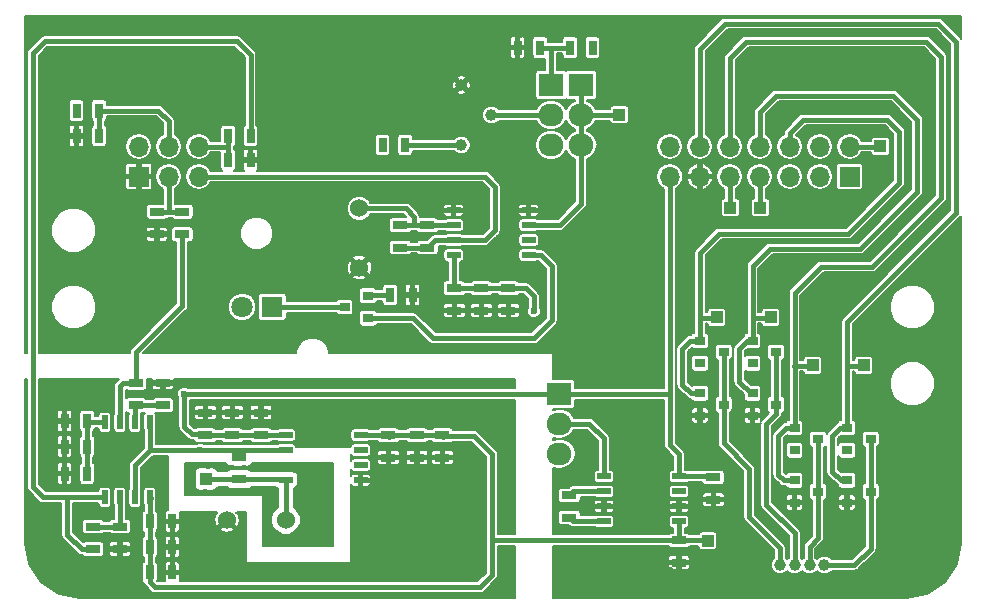
<source format=gbr>
G04 #@! TF.FileFunction,Copper,L1,Top,Signal*
%FSLAX46Y46*%
G04 Gerber Fmt 4.6, Leading zero omitted, Abs format (unit mm)*
G04 Created by KiCad (PCBNEW 4.0.6-e0-6349~52~ubuntu17.04.1) date Wed Jul  5 19:27:27 2017*
%MOMM*%
%LPD*%
G01*
G04 APERTURE LIST*
%ADD10C,0.100000*%
%ADD11C,0.700000*%
%ADD12C,0.400000*%
%ADD13R,1.300000X0.700000*%
%ADD14R,1.000000X1.000000*%
%ADD15R,0.700000X1.300000*%
%ADD16R,1.800000X1.800000*%
%ADD17C,1.800000*%
%ADD18C,1.524000*%
%ADD19C,1.000000*%
%ADD20R,2.100000X1.900000*%
%ADD21O,2.100000X1.900000*%
%ADD22R,0.900000X0.800000*%
%ADD23R,0.508000X1.143000*%
%ADD24R,1.143000X0.508000*%
%ADD25R,1.700000X1.700000*%
%ADD26O,1.700000X1.700000*%
%ADD27C,0.600000*%
%ADD28C,0.400000*%
%ADD29C,0.250000*%
%ADD30C,0.200000*%
G04 APERTURE END LIST*
D10*
D11*
X112014000Y-107696000D03*
X117094000Y-107696000D03*
X114554000Y-107696000D03*
X129794000Y-107696000D03*
X132334000Y-107696000D03*
X137414000Y-107696000D03*
X134874000Y-107696000D03*
X124714000Y-107696000D03*
X127254000Y-107696000D03*
X122174000Y-107696000D03*
X119634000Y-107696000D03*
X169926000Y-107950000D03*
X175006000Y-107950000D03*
X161036000Y-107950000D03*
X164846000Y-107950000D03*
X157226000Y-107950000D03*
X146050000Y-132334000D03*
X146050000Y-124714000D03*
X146050000Y-127254000D03*
X146050000Y-119634000D03*
X146050000Y-122174000D03*
X152400000Y-124714000D03*
X152400000Y-122174000D03*
X154686000Y-115824000D03*
X154686000Y-103124000D03*
X154686000Y-100584000D03*
X154686000Y-108204000D03*
X154686000Y-105664000D03*
X154686000Y-110744000D03*
X154686000Y-113284000D03*
X137160000Y-86868000D03*
X142240000Y-86868000D03*
X139700000Y-86868000D03*
X149860000Y-86868000D03*
X152400000Y-86868000D03*
X147320000Y-86868000D03*
X144780000Y-86868000D03*
X162560000Y-86868000D03*
X165100000Y-86868000D03*
X157480000Y-86868000D03*
X160020000Y-86868000D03*
X154940000Y-86868000D03*
X127000000Y-86868000D03*
X124460000Y-86868000D03*
X134620000Y-86868000D03*
X132080000Y-86868000D03*
X129540000Y-86868000D03*
X107442000Y-130048000D03*
X107442000Y-127508000D03*
X107442000Y-122428000D03*
X107442000Y-124968000D03*
X107442000Y-112268000D03*
X107442000Y-119888000D03*
X107442000Y-102108000D03*
X107442000Y-99568000D03*
X107442000Y-97028000D03*
X107442000Y-107188000D03*
X107442000Y-104648000D03*
X107442000Y-94488000D03*
X183261000Y-129921000D03*
X183261000Y-127381000D03*
X183261000Y-122301000D03*
X183261000Y-124841000D03*
X183261000Y-114681000D03*
X183261000Y-112141000D03*
X183261000Y-117221000D03*
X183261000Y-119761000D03*
X183261000Y-107061000D03*
X183261000Y-104521000D03*
X183261000Y-109601000D03*
X110490000Y-90678000D03*
X107950000Y-90678000D03*
X115570000Y-90678000D03*
X158750000Y-90678000D03*
X156210000Y-90678000D03*
X166370000Y-90678000D03*
X168910000Y-90678000D03*
X163830000Y-90678000D03*
X161290000Y-90678000D03*
X179070000Y-90678000D03*
X181610000Y-90678000D03*
X173990000Y-90678000D03*
X176530000Y-90678000D03*
X171450000Y-90678000D03*
X138430000Y-90678000D03*
X143510000Y-90678000D03*
X140970000Y-90678000D03*
X146050000Y-90678000D03*
X128270000Y-90678000D03*
X130810000Y-90678000D03*
X133350000Y-90678000D03*
X123190000Y-90678000D03*
X125730000Y-90678000D03*
X120650000Y-90678000D03*
X118110000Y-90678000D03*
X111760000Y-132334000D03*
X109220000Y-132334000D03*
X114300000Y-132334000D03*
X154940000Y-132334000D03*
X160020000Y-132334000D03*
X157480000Y-132334000D03*
X167640000Y-132334000D03*
X165100000Y-132334000D03*
X162560000Y-132334000D03*
X180340000Y-132334000D03*
X182880000Y-132334000D03*
X177800000Y-132334000D03*
X139700000Y-132334000D03*
X142240000Y-132334000D03*
X152400000Y-132334000D03*
X129540000Y-132334000D03*
X132080000Y-132334000D03*
X137160000Y-132334000D03*
X134620000Y-132334000D03*
X124460000Y-132334000D03*
X127000000Y-132334000D03*
X121920000Y-132334000D03*
X119380000Y-132334000D03*
X107442000Y-116586000D03*
X109982000Y-116586000D03*
X112522000Y-116586000D03*
X132842000Y-116586000D03*
X137922000Y-116586000D03*
X135382000Y-116586000D03*
X143002000Y-116586000D03*
X140462000Y-116586000D03*
X125222000Y-116586000D03*
X130302000Y-116586000D03*
X127762000Y-116586000D03*
X120142000Y-116586000D03*
D12*
X128905000Y-124079000D03*
X128905000Y-126238000D03*
X125857000Y-126238000D03*
X120904000Y-123571000D03*
X123952000Y-123571000D03*
X122936000Y-123571000D03*
X128905000Y-129921000D03*
D13*
X146304000Y-108397000D03*
X146304000Y-110297000D03*
D12*
X121920000Y-123571000D03*
X124968000Y-123571000D03*
X125984000Y-123571000D03*
X127000000Y-123571000D03*
X128016000Y-123571000D03*
X128905000Y-123571000D03*
X128905000Y-124714000D03*
X128905000Y-125603000D03*
X128905000Y-126873000D03*
X128905000Y-127889000D03*
X128905000Y-128905000D03*
X119507000Y-123571000D03*
X119507000Y-124587000D03*
X119507000Y-125603000D03*
X120650000Y-125603000D03*
X121793000Y-125603000D03*
X122809000Y-125603000D03*
X123825000Y-125603000D03*
X124841000Y-125603000D03*
X125857000Y-125603000D03*
X125857000Y-126873000D03*
X127889000Y-129921000D03*
X126873000Y-129921000D03*
X125857000Y-129921000D03*
X125857000Y-128905000D03*
X125857000Y-127889000D03*
D13*
X136144000Y-120843000D03*
X136144000Y-122743000D03*
X138557000Y-120843000D03*
X138557000Y-122743000D03*
X140716000Y-120843000D03*
X140716000Y-122743000D03*
X125349000Y-120838000D03*
X125349000Y-118938000D03*
X122936000Y-120838000D03*
X122936000Y-118938000D03*
X120650000Y-120838000D03*
X120650000Y-118938000D03*
D14*
X120730000Y-124569500D03*
D15*
X109747000Y-95518000D03*
X111647000Y-95518000D03*
X110631000Y-121807000D03*
X108731000Y-121807000D03*
X115953500Y-128143000D03*
X117853500Y-128143000D03*
X124474000Y-97550000D03*
X122574000Y-97550000D03*
X110631000Y-124093000D03*
X108731000Y-124093000D03*
X115953500Y-130302000D03*
X117853500Y-130302000D03*
X110631000Y-119648000D03*
X108731000Y-119648000D03*
X115953500Y-132461000D03*
X117853500Y-132461000D03*
D13*
X116539000Y-103834000D03*
X116539000Y-101934000D03*
X151464000Y-125937000D03*
X151464000Y-127837000D03*
X160735000Y-129747000D03*
X160735000Y-131647000D03*
X163656000Y-124413000D03*
X163656000Y-126313000D03*
X141732000Y-108397000D03*
X141732000Y-110297000D03*
X144018000Y-108397000D03*
X144018000Y-110297000D03*
X139446000Y-103063000D03*
X139446000Y-104963000D03*
D16*
X126318000Y-109996000D03*
D17*
X123778000Y-109996000D03*
D18*
X133684000Y-101654000D03*
X133684000Y-106654000D03*
D19*
X169304000Y-131840000D03*
X170554000Y-131840000D03*
X173054000Y-131840000D03*
X171804000Y-131840000D03*
D20*
X150622000Y-117348000D03*
D21*
X150622000Y-119888000D03*
X150622000Y-122428000D03*
D20*
X149940000Y-91200000D03*
D21*
X149940000Y-93740000D03*
X149940000Y-96280000D03*
D20*
X152480000Y-91200000D03*
D21*
X152480000Y-93740000D03*
X152480000Y-96280000D03*
D22*
X174975000Y-120222000D03*
X174975000Y-122122000D03*
X176975000Y-121172000D03*
X174975000Y-124667000D03*
X174975000Y-126567000D03*
X176975000Y-125617000D03*
X166974000Y-112856000D03*
X166974000Y-114756000D03*
X168974000Y-113806000D03*
X166974000Y-117301000D03*
X166974000Y-119201000D03*
X168974000Y-118251000D03*
X170530000Y-120222000D03*
X170530000Y-122122000D03*
X172530000Y-121172000D03*
X170530000Y-124667000D03*
X170530000Y-126567000D03*
X172530000Y-125617000D03*
X162529000Y-112856000D03*
X162529000Y-114756000D03*
X164529000Y-113806000D03*
X162529000Y-117301000D03*
X162529000Y-119201000D03*
X164529000Y-118251000D03*
X134430000Y-110946000D03*
X134430000Y-109046000D03*
X132430000Y-109996000D03*
D15*
X109747000Y-93359000D03*
X111647000Y-93359000D03*
D13*
X113411000Y-128590000D03*
X113411000Y-130490000D03*
X111125000Y-128590000D03*
X111125000Y-130490000D03*
D15*
X124474000Y-95518000D03*
X122574000Y-95518000D03*
D13*
X118698000Y-103834000D03*
X118698000Y-101934000D03*
X114761000Y-118312000D03*
X114761000Y-116412000D03*
X117047000Y-118312000D03*
X117047000Y-116412000D03*
D15*
X136290000Y-108980000D03*
X138190000Y-108980000D03*
X135655000Y-96280000D03*
X137555000Y-96280000D03*
X148985000Y-88025000D03*
X147085000Y-88025000D03*
X153430000Y-88025000D03*
X151530000Y-88025000D03*
D13*
X137160000Y-103063000D03*
X137160000Y-104963000D03*
D19*
X142320000Y-96280000D03*
X142320000Y-91200000D03*
X144860000Y-93740000D03*
D23*
X112141000Y-119761000D03*
X113411000Y-119761000D03*
X114681000Y-119761000D03*
X115951000Y-119761000D03*
X115951000Y-126111000D03*
X114681000Y-126111000D03*
X113411000Y-126111000D03*
X112141000Y-126111000D03*
D24*
X160745000Y-124335000D03*
X160745000Y-125605000D03*
X160745000Y-126875000D03*
X160745000Y-128145000D03*
X154395000Y-128145000D03*
X154395000Y-126875000D03*
X154395000Y-125605000D03*
X154395000Y-124335000D03*
X141668500Y-105600500D03*
X141668500Y-104330500D03*
X141668500Y-103060500D03*
X141668500Y-101790500D03*
X148018500Y-101790500D03*
X148018500Y-103060500D03*
X148018500Y-104330500D03*
X148018500Y-105600500D03*
D25*
X115015000Y-98947000D03*
D26*
X115015000Y-96407000D03*
X117555000Y-98947000D03*
X117555000Y-96407000D03*
X120095000Y-98947000D03*
X120095000Y-96407000D03*
D25*
X175213000Y-98947000D03*
D26*
X175213000Y-96407000D03*
X172673000Y-98947000D03*
X172673000Y-96407000D03*
X170133000Y-98947000D03*
X170133000Y-96407000D03*
X167593000Y-98947000D03*
X167593000Y-96407000D03*
X165053000Y-98947000D03*
X165053000Y-96407000D03*
X162513000Y-98947000D03*
X162513000Y-96407000D03*
X159973000Y-98947000D03*
X159973000Y-96407000D03*
D18*
X130492500Y-128016000D03*
D14*
X155702000Y-93726000D03*
X176403000Y-114935000D03*
X172085000Y-114935000D03*
X168529000Y-110871000D03*
X163957000Y-110871000D03*
X163195000Y-129794000D03*
X165100000Y-101600000D03*
X167640000Y-101600000D03*
X177800000Y-96393000D03*
D18*
X127468000Y-128016000D03*
X122468000Y-128016000D03*
D13*
X123507500Y-122684500D03*
X123507500Y-124584500D03*
D24*
X127444500Y-124650500D03*
X127444500Y-123380500D03*
X127444500Y-122110500D03*
X127444500Y-120840500D03*
X133794500Y-120840500D03*
X133794500Y-122110500D03*
X133794500Y-123380500D03*
X133794500Y-124650500D03*
D27*
X148463000Y-110363000D03*
X110631000Y-119648000D03*
X118872000Y-117348000D03*
X120205500Y-122110500D03*
X127461000Y-122093000D03*
X109728000Y-93345000D03*
X153416000Y-88011000D03*
X135589000Y-96407000D03*
X162560000Y-114808000D03*
X167005000Y-114808000D03*
X174975000Y-122122000D03*
X170434000Y-122174000D03*
X136290000Y-108980000D03*
X147955000Y-104330500D03*
D28*
X140716000Y-120843000D02*
X138557000Y-120843000D01*
X138557000Y-120843000D02*
X136144000Y-120843000D01*
X115953500Y-130302000D02*
X115953500Y-128143000D01*
X115953500Y-128143000D02*
X115951000Y-128140500D01*
X115951000Y-128140500D02*
X115951000Y-126111000D01*
X133794500Y-120840500D02*
X136141500Y-120840500D01*
X136141500Y-120840500D02*
X136144000Y-120843000D01*
X140716000Y-120843000D02*
X140777000Y-120904000D01*
X140777000Y-120904000D02*
X143383000Y-120904000D01*
X143383000Y-120904000D02*
X144926000Y-122447000D01*
X144926000Y-122447000D02*
X144926000Y-129747000D01*
X115951000Y-128140500D02*
X115953500Y-128143000D01*
X144926000Y-132696000D02*
X144926000Y-129747000D01*
X116017000Y-130365500D02*
X115953500Y-130302000D01*
X115953500Y-128206500D02*
X116017000Y-128143000D01*
X116017000Y-126177000D02*
X115951000Y-126111000D01*
X160735000Y-129747000D02*
X163148000Y-129747000D01*
X163148000Y-129747000D02*
X163195000Y-129794000D01*
X160735000Y-129747000D02*
X158242000Y-129747000D01*
X158242000Y-129747000D02*
X156798000Y-129747000D01*
X156798000Y-129747000D02*
X144926000Y-129747000D01*
X160745000Y-128145000D02*
X160745000Y-129737000D01*
X160745000Y-129737000D02*
X160735000Y-129747000D01*
X140635000Y-120823000D02*
X140796000Y-120984000D01*
X136063000Y-120823000D02*
X136224000Y-120984000D01*
X115953500Y-132461000D02*
X115953500Y-130302000D01*
X115953500Y-132461000D02*
X115951000Y-132463500D01*
X115951000Y-132463500D02*
X115951000Y-133286500D01*
X115951000Y-133286500D02*
X116395500Y-133731000D01*
X116395500Y-133731000D02*
X143891000Y-133731000D01*
X143891000Y-133731000D02*
X144926000Y-132696000D01*
X115951000Y-132395000D02*
X116017000Y-132461000D01*
X146304000Y-108397000D02*
X147767000Y-108397000D01*
X148463000Y-109093000D02*
X148463000Y-110363000D01*
X147767000Y-108397000D02*
X148463000Y-109093000D01*
X141732000Y-108397000D02*
X144018000Y-108397000D01*
X144018000Y-108397000D02*
X146304000Y-108397000D01*
X141668500Y-105600500D02*
X141668500Y-108333500D01*
X141668500Y-108333500D02*
X141732000Y-108397000D01*
X110631000Y-119648000D02*
X110631000Y-121807000D01*
X127461000Y-120823000D02*
X125364000Y-120823000D01*
X125364000Y-120823000D02*
X125349000Y-120838000D01*
X125349000Y-120838000D02*
X122936000Y-120838000D01*
X122936000Y-120838000D02*
X120650000Y-120838000D01*
X120650000Y-120838000D02*
X120589000Y-120777000D01*
X120589000Y-120777000D02*
X119507000Y-120777000D01*
X119507000Y-120777000D02*
X118872000Y-120142000D01*
X118872000Y-120142000D02*
X118872000Y-117348000D01*
X112141000Y-119761000D02*
X110744000Y-119761000D01*
X110744000Y-119761000D02*
X110631000Y-119648000D01*
X110744000Y-119761000D02*
X110631000Y-119648000D01*
X150622000Y-117348000D02*
X118872000Y-117348000D01*
X150622000Y-117348000D02*
X159973000Y-117348000D01*
X159973000Y-117348000D02*
X159893000Y-117348000D01*
X159893000Y-117348000D02*
X159973000Y-117348000D01*
X160745000Y-124335000D02*
X160745000Y-122452000D01*
X159973000Y-121680000D02*
X159973000Y-117348000D01*
X159973000Y-117348000D02*
X159973000Y-106553000D01*
X159973000Y-106553000D02*
X159973000Y-98947000D01*
X160745000Y-122452000D02*
X159973000Y-121680000D01*
X160745000Y-124335000D02*
X163578000Y-124335000D01*
X163578000Y-124335000D02*
X163656000Y-124413000D01*
X110631000Y-121807000D02*
X110631000Y-124093000D01*
X141807000Y-108383000D02*
X141779000Y-108383000D01*
X141807000Y-108383000D02*
X141779000Y-108383000D01*
X141779000Y-108383000D02*
X141906000Y-108256000D01*
X115951000Y-119761000D02*
X115951000Y-122075500D01*
X115951000Y-122075500D02*
X115968500Y-122093000D01*
D29*
X120205500Y-122110500D02*
X120142000Y-122110500D01*
X120142000Y-122110500D02*
X120142000Y-122093000D01*
X120142000Y-122093000D02*
X120142000Y-122110500D01*
X120142000Y-122110500D02*
X120142000Y-122093000D01*
X123571000Y-122618500D02*
X123507500Y-122682000D01*
X123507500Y-122682000D02*
X123507500Y-122684500D01*
X123571000Y-122682000D02*
X123568500Y-122684500D01*
X123568500Y-122684500D02*
X123507500Y-122684500D01*
D28*
X114681000Y-126111000D02*
X114681000Y-123380500D01*
X116886000Y-122093000D02*
X120142000Y-122093000D01*
X120142000Y-122093000D02*
X123571000Y-122093000D01*
X115968500Y-122093000D02*
X116886000Y-122093000D01*
X114681000Y-123380500D02*
X115968500Y-122093000D01*
X123524000Y-122667000D02*
X123524000Y-122093000D01*
X123571000Y-122174000D02*
X123571000Y-122093000D01*
X123571000Y-122140000D02*
X123571000Y-122174000D01*
X123524000Y-122093000D02*
X123571000Y-122140000D01*
X127461000Y-122093000D02*
X123571000Y-122093000D01*
X109728000Y-93345000D02*
X109742000Y-93359000D01*
X109742000Y-93359000D02*
X109747000Y-93359000D01*
X123524000Y-122667000D02*
X123553000Y-122667000D01*
X123585000Y-122667000D02*
X123524000Y-122667000D01*
X127412500Y-124584500D02*
X127461000Y-124633000D01*
D29*
X127500000Y-124672000D02*
X127461000Y-124633000D01*
D28*
X123507500Y-124584500D02*
X127412500Y-124584500D01*
X123507500Y-124584500D02*
X120745000Y-124584500D01*
X120745000Y-124584500D02*
X120730000Y-124569500D01*
X127461000Y-127961000D02*
X127500000Y-128000000D01*
X120732500Y-124567000D02*
X120730000Y-124569500D01*
X123463000Y-124506000D02*
X123524000Y-124567000D01*
X123590000Y-124633000D02*
X123524000Y-124567000D01*
X127461000Y-124633000D02*
X127461000Y-127961000D01*
D29*
X123717000Y-124633000D02*
X123524000Y-124440000D01*
D28*
X111647000Y-95518000D02*
X111647000Y-93359000D01*
X117555000Y-96407000D02*
X117555000Y-94248000D01*
X116666000Y-93359000D02*
X111647000Y-93359000D01*
X117555000Y-94248000D02*
X116666000Y-93359000D01*
X122574000Y-96407000D02*
X120095000Y-96407000D01*
X122574000Y-95518000D02*
X122574000Y-96407000D01*
X122574000Y-96407000D02*
X122574000Y-97550000D01*
X117555000Y-98947000D02*
X117555000Y-101934000D01*
X117555000Y-101934000D02*
X117555000Y-101741000D01*
X117555000Y-101741000D02*
X117555000Y-101934000D01*
X116539000Y-101934000D02*
X117555000Y-101934000D01*
X117555000Y-101934000D02*
X118698000Y-101934000D01*
X154395000Y-125605000D02*
X151796000Y-125605000D01*
X151796000Y-125605000D02*
X151464000Y-125937000D01*
X154395000Y-128145000D02*
X151772000Y-128145000D01*
X151772000Y-128145000D02*
X151464000Y-127837000D01*
X153416000Y-88011000D02*
X153430000Y-88025000D01*
X135655000Y-96341000D02*
X135589000Y-96407000D01*
X162560000Y-114808000D02*
X162529000Y-114777000D01*
X162529000Y-114777000D02*
X162529000Y-114756000D01*
X167005000Y-114808000D02*
X166974000Y-114777000D01*
X166974000Y-114777000D02*
X166974000Y-114756000D01*
X170486000Y-122122000D02*
X170434000Y-122174000D01*
X170486000Y-122122000D02*
X170530000Y-122122000D01*
X135655000Y-96341000D02*
X135655000Y-96280000D01*
X139446000Y-103063000D02*
X141666000Y-103063000D01*
X141666000Y-103063000D02*
X141668500Y-103060500D01*
X133684000Y-101654000D02*
X137595000Y-101654000D01*
X138303000Y-102362000D02*
X138303000Y-103063000D01*
X137595000Y-101654000D02*
X138303000Y-102362000D01*
X137160000Y-103063000D02*
X138303000Y-103063000D01*
X138303000Y-103063000D02*
X139446000Y-103063000D01*
X141668500Y-104330500D02*
X144335500Y-104330500D01*
X144286000Y-98947000D02*
X120095000Y-98947000D01*
X145161000Y-99822000D02*
X144286000Y-98947000D01*
X145161000Y-103505000D02*
X145161000Y-99822000D01*
X144335500Y-104330500D02*
X145161000Y-103505000D01*
X137160000Y-104963000D02*
X139446000Y-104963000D01*
X139446000Y-104963000D02*
X140078500Y-104330500D01*
X140078500Y-104330500D02*
X141668500Y-104330500D01*
X169304000Y-131840000D02*
X169304000Y-130376000D01*
X164529000Y-121537000D02*
X164529000Y-118251000D01*
X166704000Y-123712000D02*
X164529000Y-121537000D01*
X166704000Y-127776000D02*
X166704000Y-123712000D01*
X169304000Y-130376000D02*
X166704000Y-127776000D01*
X164478000Y-118302000D02*
X164529000Y-118251000D01*
X164529000Y-118251000D02*
X164529000Y-113806000D01*
X168974000Y-118251000D02*
X168974000Y-119062000D01*
X170554000Y-129152000D02*
X170554000Y-131840000D01*
X168148000Y-126746000D02*
X170554000Y-129152000D01*
X168148000Y-119888000D02*
X168148000Y-126746000D01*
X168974000Y-119062000D02*
X168148000Y-119888000D01*
X168974000Y-118251000D02*
X168974000Y-113806000D01*
X176975000Y-125617000D02*
X176975000Y-130459000D01*
X175594000Y-131840000D02*
X173054000Y-131840000D01*
X176975000Y-130459000D02*
X175594000Y-131840000D01*
X176975000Y-125617000D02*
X176975000Y-121172000D01*
X171804000Y-131840000D02*
X171804000Y-130296000D01*
X172530000Y-129570000D02*
X172530000Y-125617000D01*
X171804000Y-130296000D02*
X172530000Y-129570000D01*
X172530000Y-125617000D02*
X172530000Y-121172000D01*
X149940000Y-91200000D02*
X149940000Y-88025000D01*
X151530000Y-88025000D02*
X149940000Y-88025000D01*
X149940000Y-88025000D02*
X148985000Y-88025000D01*
X144860000Y-93740000D02*
X149940000Y-93740000D01*
X148018500Y-103060500D02*
X150685500Y-103060500D01*
X152480000Y-101266000D02*
X152480000Y-96280000D01*
X150685500Y-103060500D02*
X152480000Y-101266000D01*
X152480000Y-93740000D02*
X155655000Y-93740000D01*
X152480000Y-91200000D02*
X152480000Y-93740000D01*
X152480000Y-93740000D02*
X152480000Y-96280000D01*
X174975000Y-124667000D02*
X174451000Y-124667000D01*
X174418000Y-120222000D02*
X174975000Y-120222000D01*
X173736000Y-120904000D02*
X174418000Y-120222000D01*
X173736000Y-123952000D02*
X173736000Y-120904000D01*
X174451000Y-124667000D02*
X173736000Y-123952000D01*
X176356000Y-114949000D02*
X174975000Y-114949000D01*
X174975000Y-114949000D02*
X175086000Y-114949000D01*
X175086000Y-114949000D02*
X174975000Y-114949000D01*
X174975000Y-120222000D02*
X174975000Y-114949000D01*
X174975000Y-114949000D02*
X174975000Y-111250000D01*
X162513000Y-88152000D02*
X162513000Y-96407000D01*
X164672000Y-85993000D02*
X162513000Y-88152000D01*
X182706000Y-85993000D02*
X164672000Y-85993000D01*
X184230000Y-87517000D02*
X182706000Y-85993000D01*
X184230000Y-101995000D02*
X184230000Y-87517000D01*
X174975000Y-111250000D02*
X184230000Y-101995000D01*
X174975000Y-120267000D02*
X174975000Y-120222000D01*
X166974000Y-117301000D02*
X166831000Y-117301000D01*
X166831000Y-117301000D02*
X165862000Y-116332000D01*
X165862000Y-116332000D02*
X165862000Y-113538000D01*
X165862000Y-113538000D02*
X166544000Y-112856000D01*
X166544000Y-112856000D02*
X166974000Y-112856000D01*
X168482000Y-110885000D02*
X166974000Y-110885000D01*
X166974000Y-112856000D02*
X166974000Y-110885000D01*
X166974000Y-110885000D02*
X166974000Y-106551000D01*
X167593000Y-93486000D02*
X167593000Y-96407000D01*
X168990000Y-92089000D02*
X167593000Y-93486000D01*
X178896000Y-92089000D02*
X168990000Y-92089000D01*
X180928000Y-94121000D02*
X178896000Y-92089000D01*
X180928000Y-100217000D02*
X180928000Y-94121000D01*
X176102000Y-105043000D02*
X180928000Y-100217000D01*
X168482000Y-105043000D02*
X176102000Y-105043000D01*
X166974000Y-106551000D02*
X168482000Y-105043000D01*
X166974000Y-112806000D02*
X166974000Y-112856000D01*
X170530000Y-124667000D02*
X169625000Y-124667000D01*
X169846000Y-120222000D02*
X170530000Y-120222000D01*
X169164000Y-120904000D02*
X169846000Y-120222000D01*
X169164000Y-124206000D02*
X169164000Y-120904000D01*
X169625000Y-124667000D02*
X169164000Y-124206000D01*
X172038000Y-114949000D02*
X170530000Y-114949000D01*
X170530000Y-114949000D02*
X170530000Y-108837000D01*
X165053000Y-88914000D02*
X165053000Y-96407000D01*
X166450000Y-87517000D02*
X165053000Y-88914000D01*
X181690000Y-87517000D02*
X166450000Y-87517000D01*
X182960000Y-88787000D02*
X181690000Y-87517000D01*
X182960000Y-100725000D02*
X182960000Y-88787000D01*
X177118000Y-106567000D02*
X182960000Y-100725000D01*
X172800000Y-106567000D02*
X177118000Y-106567000D01*
X170530000Y-108837000D02*
X172800000Y-106567000D01*
X170530000Y-114949000D02*
X170514000Y-114949000D01*
X170514000Y-114949000D02*
X170530000Y-114949000D01*
X170530000Y-114949000D02*
X170530000Y-120222000D01*
X170530000Y-120267000D02*
X170530000Y-120222000D01*
X162529000Y-117301000D02*
X161751000Y-117301000D01*
X161718000Y-112856000D02*
X162529000Y-112856000D01*
X161036000Y-113538000D02*
X161718000Y-112856000D01*
X161036000Y-116586000D02*
X161036000Y-113538000D01*
X161751000Y-117301000D02*
X161036000Y-116586000D01*
X163910000Y-110885000D02*
X162529000Y-110885000D01*
X170133000Y-96407000D02*
X170133000Y-95264000D01*
X162529000Y-105408000D02*
X162529000Y-110631000D01*
X162529000Y-110631000D02*
X162529000Y-110885000D01*
X162529000Y-110885000D02*
X162529000Y-112856000D01*
X164164000Y-103773000D02*
X162529000Y-105408000D01*
X175086000Y-103773000D02*
X164164000Y-103773000D01*
X179404000Y-99455000D02*
X175086000Y-103773000D01*
X179404000Y-95137000D02*
X179404000Y-99455000D01*
X178388000Y-94121000D02*
X179404000Y-95137000D01*
X171276000Y-94121000D02*
X178388000Y-94121000D01*
X170133000Y-95264000D02*
X171276000Y-94121000D01*
X170133000Y-96407000D02*
X170133000Y-95772000D01*
X162529000Y-112806000D02*
X162529000Y-112856000D01*
X134430000Y-110946000D02*
X138251000Y-110946000D01*
X149034500Y-105600500D02*
X148018500Y-105600500D01*
X149987000Y-106553000D02*
X149034500Y-105600500D01*
X149987000Y-111125000D02*
X149987000Y-106553000D01*
X148463000Y-112649000D02*
X149987000Y-111125000D01*
X139954000Y-112649000D02*
X148463000Y-112649000D01*
X138251000Y-110946000D02*
X139954000Y-112649000D01*
X134430000Y-110996000D02*
X134430000Y-110946000D01*
X134496000Y-108980000D02*
X136290000Y-108980000D01*
X147955000Y-104330500D02*
X148018500Y-104330500D01*
X134496000Y-108980000D02*
X134430000Y-109046000D01*
X132430000Y-109996000D02*
X126318000Y-109996000D01*
X113411000Y-128590000D02*
X111125000Y-128590000D01*
X113411000Y-128590000D02*
X113411000Y-126111000D01*
X111125000Y-130490000D02*
X110170000Y-130490000D01*
X108966000Y-129286000D02*
X108966000Y-126111000D01*
X110170000Y-130490000D02*
X108966000Y-129286000D01*
X112141000Y-126111000D02*
X108966000Y-126111000D01*
X108966000Y-126111000D02*
X106934000Y-126111000D01*
X124474000Y-88660000D02*
X124474000Y-95518000D01*
X123317000Y-87503000D02*
X124474000Y-88660000D01*
X107061000Y-87503000D02*
X123317000Y-87503000D01*
X106045000Y-88519000D02*
X107061000Y-87503000D01*
X106045000Y-125222000D02*
X106045000Y-88519000D01*
X106934000Y-126111000D02*
X106045000Y-125222000D01*
X114761000Y-116412000D02*
X114761000Y-113839000D01*
X118698000Y-109902000D02*
X118698000Y-103834000D01*
X114761000Y-113839000D02*
X118698000Y-109902000D01*
X113411000Y-119761000D02*
X113411000Y-116713000D01*
X113712000Y-116412000D02*
X114761000Y-116412000D01*
X113411000Y-116713000D02*
X113712000Y-116412000D01*
X114761000Y-118312000D02*
X117047000Y-118312000D01*
X114681000Y-119761000D02*
X114681000Y-118392000D01*
X114681000Y-118392000D02*
X114761000Y-118312000D01*
X114681000Y-118392000D02*
X114761000Y-118312000D01*
X114681000Y-118392000D02*
X114761000Y-118312000D01*
X142320000Y-96280000D02*
X137555000Y-96280000D01*
X175213000Y-96407000D02*
X177786000Y-96407000D01*
X177786000Y-96407000D02*
X177800000Y-96393000D01*
X165053000Y-98947000D02*
X165053000Y-101614000D01*
X167593000Y-98947000D02*
X167593000Y-101614000D01*
X154395000Y-124335000D02*
X154395000Y-121121000D01*
X153162000Y-119888000D02*
X150622000Y-119888000D01*
X154395000Y-121121000D02*
X153162000Y-119888000D01*
D30*
G36*
X122400617Y-123212748D02*
X122505961Y-123376458D01*
X122666698Y-123486285D01*
X122857500Y-123524923D01*
X124157500Y-123524923D01*
X124335748Y-123491383D01*
X124499458Y-123386039D01*
X124609285Y-123225302D01*
X124612586Y-123209000D01*
X131425000Y-123209000D01*
X131425000Y-130248000D01*
X125529000Y-130248000D01*
X125529000Y-126030000D01*
X125521121Y-125991094D01*
X125498727Y-125958319D01*
X125465346Y-125936839D01*
X125429000Y-125930000D01*
X118925000Y-125930000D01*
X118925000Y-124069500D01*
X119739577Y-124069500D01*
X119739577Y-125069500D01*
X119773117Y-125247748D01*
X119878461Y-125411458D01*
X120039198Y-125521285D01*
X120230000Y-125559923D01*
X121230000Y-125559923D01*
X121408248Y-125526383D01*
X121571958Y-125421039D01*
X121678233Y-125265500D01*
X122498910Y-125265500D01*
X122505961Y-125276458D01*
X122666698Y-125386285D01*
X122857500Y-125424923D01*
X124157500Y-125424923D01*
X124335748Y-125391383D01*
X124499458Y-125286039D01*
X124513492Y-125265500D01*
X126549330Y-125265500D01*
X126682198Y-125356285D01*
X126780000Y-125376090D01*
X126780000Y-126955348D01*
X126764817Y-126961621D01*
X126414850Y-127310978D01*
X126225216Y-127767667D01*
X126224785Y-128262163D01*
X126413621Y-128719183D01*
X126762978Y-129069150D01*
X127219667Y-129258784D01*
X127714163Y-129259215D01*
X128171183Y-129070379D01*
X128521150Y-128721022D01*
X128710784Y-128264333D01*
X128711215Y-127769837D01*
X128522379Y-127312817D01*
X128173022Y-126962850D01*
X128142000Y-126949969D01*
X128142000Y-125371214D01*
X128194248Y-125361383D01*
X128357958Y-125256039D01*
X128467785Y-125095302D01*
X128506423Y-124904500D01*
X128506423Y-124396500D01*
X128472883Y-124218252D01*
X128367539Y-124054542D01*
X128206802Y-123944715D01*
X128016000Y-123906077D01*
X127425455Y-123906077D01*
X127412500Y-123903500D01*
X124516090Y-123903500D01*
X124509039Y-123892542D01*
X124348302Y-123782715D01*
X124157500Y-123744077D01*
X122857500Y-123744077D01*
X122679252Y-123777617D01*
X122515542Y-123882961D01*
X122501508Y-123903500D01*
X121689188Y-123903500D01*
X121686883Y-123891252D01*
X121581539Y-123727542D01*
X121420802Y-123617715D01*
X121230000Y-123579077D01*
X120230000Y-123579077D01*
X120051752Y-123612617D01*
X119888042Y-123717961D01*
X119778215Y-123878698D01*
X119739577Y-124069500D01*
X118925000Y-124069500D01*
X118925000Y-123209000D01*
X122399912Y-123209000D01*
X122400617Y-123212748D01*
X122400617Y-123212748D01*
G37*
X122400617Y-123212748D02*
X122505961Y-123376458D01*
X122666698Y-123486285D01*
X122857500Y-123524923D01*
X124157500Y-123524923D01*
X124335748Y-123491383D01*
X124499458Y-123386039D01*
X124609285Y-123225302D01*
X124612586Y-123209000D01*
X131425000Y-123209000D01*
X131425000Y-130248000D01*
X125529000Y-130248000D01*
X125529000Y-126030000D01*
X125521121Y-125991094D01*
X125498727Y-125958319D01*
X125465346Y-125936839D01*
X125429000Y-125930000D01*
X118925000Y-125930000D01*
X118925000Y-124069500D01*
X119739577Y-124069500D01*
X119739577Y-125069500D01*
X119773117Y-125247748D01*
X119878461Y-125411458D01*
X120039198Y-125521285D01*
X120230000Y-125559923D01*
X121230000Y-125559923D01*
X121408248Y-125526383D01*
X121571958Y-125421039D01*
X121678233Y-125265500D01*
X122498910Y-125265500D01*
X122505961Y-125276458D01*
X122666698Y-125386285D01*
X122857500Y-125424923D01*
X124157500Y-125424923D01*
X124335748Y-125391383D01*
X124499458Y-125286039D01*
X124513492Y-125265500D01*
X126549330Y-125265500D01*
X126682198Y-125356285D01*
X126780000Y-125376090D01*
X126780000Y-126955348D01*
X126764817Y-126961621D01*
X126414850Y-127310978D01*
X126225216Y-127767667D01*
X126224785Y-128262163D01*
X126413621Y-128719183D01*
X126762978Y-129069150D01*
X127219667Y-129258784D01*
X127714163Y-129259215D01*
X128171183Y-129070379D01*
X128521150Y-128721022D01*
X128710784Y-128264333D01*
X128711215Y-127769837D01*
X128522379Y-127312817D01*
X128173022Y-126962850D01*
X128142000Y-126949969D01*
X128142000Y-125371214D01*
X128194248Y-125361383D01*
X128357958Y-125256039D01*
X128467785Y-125095302D01*
X128506423Y-124904500D01*
X128506423Y-124396500D01*
X128472883Y-124218252D01*
X128367539Y-124054542D01*
X128206802Y-123944715D01*
X128016000Y-123906077D01*
X127425455Y-123906077D01*
X127412500Y-123903500D01*
X124516090Y-123903500D01*
X124509039Y-123892542D01*
X124348302Y-123782715D01*
X124157500Y-123744077D01*
X122857500Y-123744077D01*
X122679252Y-123777617D01*
X122515542Y-123882961D01*
X122501508Y-123903500D01*
X121689188Y-123903500D01*
X121686883Y-123891252D01*
X121581539Y-123727542D01*
X121420802Y-123617715D01*
X121230000Y-123579077D01*
X120230000Y-123579077D01*
X120051752Y-123612617D01*
X119888042Y-123717961D01*
X119778215Y-123878698D01*
X119739577Y-124069500D01*
X118925000Y-124069500D01*
X118925000Y-123209000D01*
X122399912Y-123209000D01*
X122400617Y-123212748D01*
G36*
X105545000Y-125222000D02*
X105583060Y-125413342D01*
X105691447Y-125575553D01*
X106580447Y-126464553D01*
X106742658Y-126572940D01*
X106934000Y-126611000D01*
X108466000Y-126611000D01*
X108466000Y-129286000D01*
X108495189Y-129432745D01*
X108504060Y-129477342D01*
X108612447Y-129639553D01*
X109816447Y-130843553D01*
X109978658Y-130951940D01*
X110170000Y-130990000D01*
X110215026Y-130990000D01*
X110255745Y-131053279D01*
X110355997Y-131121778D01*
X110475000Y-131145877D01*
X111775000Y-131145877D01*
X111886173Y-131124958D01*
X111988279Y-131059255D01*
X112056778Y-130959003D01*
X112080877Y-130840000D01*
X112080877Y-130715000D01*
X112461000Y-130715000D01*
X112461000Y-130899674D01*
X112506672Y-131009937D01*
X112591064Y-131094328D01*
X112701327Y-131140000D01*
X113186000Y-131140000D01*
X113261000Y-131065000D01*
X113261000Y-130640000D01*
X113561000Y-130640000D01*
X113561000Y-131065000D01*
X113636000Y-131140000D01*
X114120673Y-131140000D01*
X114230936Y-131094328D01*
X114315328Y-131009937D01*
X114361000Y-130899674D01*
X114361000Y-130715000D01*
X114286000Y-130640000D01*
X113561000Y-130640000D01*
X113261000Y-130640000D01*
X112536000Y-130640000D01*
X112461000Y-130715000D01*
X112080877Y-130715000D01*
X112080877Y-130140000D01*
X112069649Y-130080326D01*
X112461000Y-130080326D01*
X112461000Y-130265000D01*
X112536000Y-130340000D01*
X113261000Y-130340000D01*
X113261000Y-129915000D01*
X113561000Y-129915000D01*
X113561000Y-130340000D01*
X114286000Y-130340000D01*
X114361000Y-130265000D01*
X114361000Y-130080326D01*
X114315328Y-129970063D01*
X114230936Y-129885672D01*
X114120673Y-129840000D01*
X113636000Y-129840000D01*
X113561000Y-129915000D01*
X113261000Y-129915000D01*
X113186000Y-129840000D01*
X112701327Y-129840000D01*
X112591064Y-129885672D01*
X112506672Y-129970063D01*
X112461000Y-130080326D01*
X112069649Y-130080326D01*
X112059958Y-130028827D01*
X111994255Y-129926721D01*
X111894003Y-129858222D01*
X111775000Y-129834123D01*
X110475000Y-129834123D01*
X110363827Y-129855042D01*
X110289790Y-129902684D01*
X109466000Y-129078894D01*
X109466000Y-128240000D01*
X110169123Y-128240000D01*
X110169123Y-128940000D01*
X110190042Y-129051173D01*
X110255745Y-129153279D01*
X110355997Y-129221778D01*
X110475000Y-129245877D01*
X111775000Y-129245877D01*
X111886173Y-129224958D01*
X111988279Y-129159255D01*
X112035599Y-129090000D01*
X112501026Y-129090000D01*
X112541745Y-129153279D01*
X112641997Y-129221778D01*
X112761000Y-129245877D01*
X114061000Y-129245877D01*
X114172173Y-129224958D01*
X114274279Y-129159255D01*
X114342778Y-129059003D01*
X114366877Y-128940000D01*
X114366877Y-128240000D01*
X114345958Y-128128827D01*
X114280255Y-128026721D01*
X114180003Y-127958222D01*
X114061000Y-127934123D01*
X113911000Y-127934123D01*
X113911000Y-126853866D01*
X113946778Y-126801503D01*
X113970877Y-126682500D01*
X113970877Y-125539500D01*
X113949958Y-125428327D01*
X113884255Y-125326221D01*
X113784003Y-125257722D01*
X113665000Y-125233623D01*
X113157000Y-125233623D01*
X113045827Y-125254542D01*
X112943721Y-125320245D01*
X112875222Y-125420497D01*
X112851123Y-125539500D01*
X112851123Y-126682500D01*
X112872042Y-126793673D01*
X112911000Y-126854216D01*
X112911000Y-127934123D01*
X112761000Y-127934123D01*
X112649827Y-127955042D01*
X112547721Y-128020745D01*
X112500401Y-128090000D01*
X112034974Y-128090000D01*
X111994255Y-128026721D01*
X111894003Y-127958222D01*
X111775000Y-127934123D01*
X110475000Y-127934123D01*
X110363827Y-127955042D01*
X110261721Y-128020745D01*
X110193222Y-128120997D01*
X110169123Y-128240000D01*
X109466000Y-128240000D01*
X109466000Y-126611000D01*
X111581123Y-126611000D01*
X111581123Y-126682500D01*
X111602042Y-126793673D01*
X111667745Y-126895779D01*
X111767997Y-126964278D01*
X111887000Y-126988377D01*
X112395000Y-126988377D01*
X112506173Y-126967458D01*
X112608279Y-126901755D01*
X112676778Y-126801503D01*
X112700877Y-126682500D01*
X112700877Y-125539500D01*
X112679958Y-125428327D01*
X112614255Y-125326221D01*
X112514003Y-125257722D01*
X112395000Y-125233623D01*
X111887000Y-125233623D01*
X111775827Y-125254542D01*
X111673721Y-125320245D01*
X111605222Y-125420497D01*
X111581123Y-125539500D01*
X111581123Y-125611000D01*
X107141106Y-125611000D01*
X106545000Y-125014894D01*
X106545000Y-124318000D01*
X108081000Y-124318000D01*
X108081000Y-124802673D01*
X108126672Y-124912936D01*
X108211063Y-124997328D01*
X108321326Y-125043000D01*
X108506000Y-125043000D01*
X108581000Y-124968000D01*
X108581000Y-124243000D01*
X108881000Y-124243000D01*
X108881000Y-124968000D01*
X108956000Y-125043000D01*
X109140674Y-125043000D01*
X109250937Y-124997328D01*
X109335328Y-124912936D01*
X109381000Y-124802673D01*
X109381000Y-124318000D01*
X109306000Y-124243000D01*
X108881000Y-124243000D01*
X108581000Y-124243000D01*
X108156000Y-124243000D01*
X108081000Y-124318000D01*
X106545000Y-124318000D01*
X106545000Y-123383327D01*
X108081000Y-123383327D01*
X108081000Y-123868000D01*
X108156000Y-123943000D01*
X108581000Y-123943000D01*
X108581000Y-123218000D01*
X108881000Y-123218000D01*
X108881000Y-123943000D01*
X109306000Y-123943000D01*
X109381000Y-123868000D01*
X109381000Y-123383327D01*
X109335328Y-123273064D01*
X109250937Y-123188672D01*
X109140674Y-123143000D01*
X108956000Y-123143000D01*
X108881000Y-123218000D01*
X108581000Y-123218000D01*
X108506000Y-123143000D01*
X108321326Y-123143000D01*
X108211063Y-123188672D01*
X108126672Y-123273064D01*
X108081000Y-123383327D01*
X106545000Y-123383327D01*
X106545000Y-122032000D01*
X108081000Y-122032000D01*
X108081000Y-122516673D01*
X108126672Y-122626936D01*
X108211063Y-122711328D01*
X108321326Y-122757000D01*
X108506000Y-122757000D01*
X108581000Y-122682000D01*
X108581000Y-121957000D01*
X108881000Y-121957000D01*
X108881000Y-122682000D01*
X108956000Y-122757000D01*
X109140674Y-122757000D01*
X109250937Y-122711328D01*
X109335328Y-122626936D01*
X109381000Y-122516673D01*
X109381000Y-122032000D01*
X109306000Y-121957000D01*
X108881000Y-121957000D01*
X108581000Y-121957000D01*
X108156000Y-121957000D01*
X108081000Y-122032000D01*
X106545000Y-122032000D01*
X106545000Y-121097327D01*
X108081000Y-121097327D01*
X108081000Y-121582000D01*
X108156000Y-121657000D01*
X108581000Y-121657000D01*
X108581000Y-120932000D01*
X108881000Y-120932000D01*
X108881000Y-121657000D01*
X109306000Y-121657000D01*
X109381000Y-121582000D01*
X109381000Y-121097327D01*
X109335328Y-120987064D01*
X109250937Y-120902672D01*
X109140674Y-120857000D01*
X108956000Y-120857000D01*
X108881000Y-120932000D01*
X108581000Y-120932000D01*
X108506000Y-120857000D01*
X108321326Y-120857000D01*
X108211063Y-120902672D01*
X108126672Y-120987064D01*
X108081000Y-121097327D01*
X106545000Y-121097327D01*
X106545000Y-119873000D01*
X108081000Y-119873000D01*
X108081000Y-120357673D01*
X108126672Y-120467936D01*
X108211063Y-120552328D01*
X108321326Y-120598000D01*
X108506000Y-120598000D01*
X108581000Y-120523000D01*
X108581000Y-119798000D01*
X108881000Y-119798000D01*
X108881000Y-120523000D01*
X108956000Y-120598000D01*
X109140674Y-120598000D01*
X109250937Y-120552328D01*
X109335328Y-120467936D01*
X109381000Y-120357673D01*
X109381000Y-119873000D01*
X109306000Y-119798000D01*
X108881000Y-119798000D01*
X108581000Y-119798000D01*
X108156000Y-119798000D01*
X108081000Y-119873000D01*
X106545000Y-119873000D01*
X106545000Y-118938327D01*
X108081000Y-118938327D01*
X108081000Y-119423000D01*
X108156000Y-119498000D01*
X108581000Y-119498000D01*
X108581000Y-118773000D01*
X108881000Y-118773000D01*
X108881000Y-119498000D01*
X109306000Y-119498000D01*
X109381000Y-119423000D01*
X109381000Y-118998000D01*
X109975123Y-118998000D01*
X109975123Y-120298000D01*
X109996042Y-120409173D01*
X110061745Y-120511279D01*
X110131000Y-120558599D01*
X110131000Y-120897026D01*
X110067721Y-120937745D01*
X109999222Y-121037997D01*
X109975123Y-121157000D01*
X109975123Y-122457000D01*
X109996042Y-122568173D01*
X110061745Y-122670279D01*
X110131000Y-122717599D01*
X110131000Y-123183026D01*
X110067721Y-123223745D01*
X109999222Y-123323997D01*
X109975123Y-123443000D01*
X109975123Y-124743000D01*
X109996042Y-124854173D01*
X110061745Y-124956279D01*
X110161997Y-125024778D01*
X110281000Y-125048877D01*
X110981000Y-125048877D01*
X111092173Y-125027958D01*
X111194279Y-124962255D01*
X111262778Y-124862003D01*
X111286877Y-124743000D01*
X111286877Y-123443000D01*
X111265958Y-123331827D01*
X111200255Y-123229721D01*
X111131000Y-123182401D01*
X111131000Y-122716974D01*
X111194279Y-122676255D01*
X111262778Y-122576003D01*
X111286877Y-122457000D01*
X111286877Y-121157000D01*
X111265958Y-121045827D01*
X111200255Y-120943721D01*
X111131000Y-120896401D01*
X111131000Y-120557974D01*
X111194279Y-120517255D01*
X111262778Y-120417003D01*
X111286877Y-120298000D01*
X111286877Y-120261000D01*
X111581123Y-120261000D01*
X111581123Y-120332500D01*
X111602042Y-120443673D01*
X111667745Y-120545779D01*
X111767997Y-120614278D01*
X111887000Y-120638377D01*
X112395000Y-120638377D01*
X112506173Y-120617458D01*
X112608279Y-120551755D01*
X112676778Y-120451503D01*
X112700877Y-120332500D01*
X112700877Y-119189500D01*
X112679958Y-119078327D01*
X112614255Y-118976221D01*
X112514003Y-118907722D01*
X112395000Y-118883623D01*
X111887000Y-118883623D01*
X111775827Y-118904542D01*
X111673721Y-118970245D01*
X111605222Y-119070497D01*
X111581123Y-119189500D01*
X111581123Y-119261000D01*
X111286877Y-119261000D01*
X111286877Y-118998000D01*
X111265958Y-118886827D01*
X111200255Y-118784721D01*
X111100003Y-118716222D01*
X110981000Y-118692123D01*
X110281000Y-118692123D01*
X110169827Y-118713042D01*
X110067721Y-118778745D01*
X109999222Y-118878997D01*
X109975123Y-118998000D01*
X109381000Y-118998000D01*
X109381000Y-118938327D01*
X109335328Y-118828064D01*
X109250937Y-118743672D01*
X109140674Y-118698000D01*
X108956000Y-118698000D01*
X108881000Y-118773000D01*
X108581000Y-118773000D01*
X108506000Y-118698000D01*
X108321326Y-118698000D01*
X108211063Y-118743672D01*
X108126672Y-118828064D01*
X108081000Y-118938327D01*
X106545000Y-118938327D01*
X106545000Y-116100000D01*
X113316893Y-116100000D01*
X113057447Y-116359447D01*
X112949060Y-116521658D01*
X112911000Y-116713000D01*
X112911000Y-119018134D01*
X112875222Y-119070497D01*
X112851123Y-119189500D01*
X112851123Y-120332500D01*
X112872042Y-120443673D01*
X112937745Y-120545779D01*
X113037997Y-120614278D01*
X113157000Y-120638377D01*
X113665000Y-120638377D01*
X113776173Y-120617458D01*
X113878279Y-120551755D01*
X113946778Y-120451503D01*
X113970877Y-120332500D01*
X113970877Y-119189500D01*
X113949958Y-119078327D01*
X113911000Y-119017784D01*
X113911000Y-118888435D01*
X113991997Y-118943778D01*
X114111000Y-118967877D01*
X114181000Y-118967877D01*
X114181000Y-119018134D01*
X114145222Y-119070497D01*
X114121123Y-119189500D01*
X114121123Y-120332500D01*
X114142042Y-120443673D01*
X114207745Y-120545779D01*
X114307997Y-120614278D01*
X114427000Y-120638377D01*
X114935000Y-120638377D01*
X115046173Y-120617458D01*
X115148279Y-120551755D01*
X115216778Y-120451503D01*
X115240877Y-120332500D01*
X115240877Y-119189500D01*
X115219958Y-119078327D01*
X115181000Y-119017784D01*
X115181000Y-118967877D01*
X115411000Y-118967877D01*
X115518975Y-118947560D01*
X115483721Y-118970245D01*
X115415222Y-119070497D01*
X115391123Y-119189500D01*
X115391123Y-120332500D01*
X115412042Y-120443673D01*
X115451000Y-120504216D01*
X115451000Y-121903394D01*
X114327447Y-123026947D01*
X114219060Y-123189158D01*
X114181000Y-123380500D01*
X114181000Y-125368134D01*
X114145222Y-125420497D01*
X114121123Y-125539500D01*
X114121123Y-126682500D01*
X114142042Y-126793673D01*
X114207745Y-126895779D01*
X114307997Y-126964278D01*
X114427000Y-126988377D01*
X114935000Y-126988377D01*
X115046173Y-126967458D01*
X115148279Y-126901755D01*
X115216778Y-126801503D01*
X115240877Y-126682500D01*
X115240877Y-125539500D01*
X115219958Y-125428327D01*
X115181000Y-125367784D01*
X115181000Y-123587606D01*
X116175606Y-122593000D01*
X117502000Y-122593000D01*
X117502000Y-127193000D01*
X117443826Y-127193000D01*
X117333563Y-127238672D01*
X117249172Y-127323064D01*
X117203500Y-127433327D01*
X117203500Y-127918000D01*
X117278500Y-127993000D01*
X117703500Y-127993000D01*
X117703500Y-127973000D01*
X118003500Y-127973000D01*
X118003500Y-127993000D01*
X118428500Y-127993000D01*
X118503500Y-127918000D01*
X118503500Y-127433327D01*
X118470642Y-127354000D01*
X121601451Y-127354000D01*
X121597658Y-127357793D01*
X121657243Y-127417378D01*
X121512270Y-127507032D01*
X121390248Y-127911516D01*
X121432303Y-128331908D01*
X121512270Y-128524968D01*
X121657245Y-128614623D01*
X122255868Y-128016000D01*
X122241726Y-128001858D01*
X122453858Y-127789726D01*
X122468000Y-127803868D01*
X122482143Y-127789726D01*
X122694275Y-128001858D01*
X122680132Y-128016000D01*
X123278755Y-128614623D01*
X123423730Y-128524968D01*
X123545752Y-128120484D01*
X123503697Y-127700092D01*
X123423730Y-127507032D01*
X123278757Y-127417378D01*
X123338342Y-127357793D01*
X123334549Y-127354000D01*
X124106000Y-127354000D01*
X124106000Y-131572000D01*
X124113879Y-131610906D01*
X124136273Y-131643681D01*
X124169654Y-131665161D01*
X124206000Y-131672000D01*
X132842000Y-131672000D01*
X132880906Y-131664121D01*
X132913681Y-131641727D01*
X132935161Y-131608346D01*
X132942000Y-131572000D01*
X132942000Y-125010044D01*
X132968672Y-125074437D01*
X133053064Y-125158828D01*
X133163327Y-125204500D01*
X133569500Y-125204500D01*
X133644500Y-125129500D01*
X133644500Y-124777500D01*
X133944500Y-124777500D01*
X133944500Y-125129500D01*
X134019500Y-125204500D01*
X134425673Y-125204500D01*
X134535936Y-125158828D01*
X134620328Y-125074437D01*
X134666000Y-124964174D01*
X134666000Y-124852500D01*
X134591000Y-124777500D01*
X133944500Y-124777500D01*
X133644500Y-124777500D01*
X133624500Y-124777500D01*
X133624500Y-124523500D01*
X133644500Y-124523500D01*
X133644500Y-124171500D01*
X133944500Y-124171500D01*
X133944500Y-124523500D01*
X134591000Y-124523500D01*
X134666000Y-124448500D01*
X134666000Y-124336826D01*
X134620328Y-124226563D01*
X134535936Y-124142172D01*
X134425673Y-124096500D01*
X134019500Y-124096500D01*
X133944500Y-124171500D01*
X133644500Y-124171500D01*
X133569500Y-124096500D01*
X133163327Y-124096500D01*
X133053064Y-124142172D01*
X132968672Y-124226563D01*
X132942000Y-124290956D01*
X132942000Y-123751824D01*
X133003745Y-123847779D01*
X133103997Y-123916278D01*
X133223000Y-123940377D01*
X134366000Y-123940377D01*
X134477173Y-123919458D01*
X134579279Y-123853755D01*
X134647778Y-123753503D01*
X134671877Y-123634500D01*
X134671877Y-123126500D01*
X134650958Y-123015327D01*
X134620505Y-122968000D01*
X135194000Y-122968000D01*
X135194000Y-123152674D01*
X135239672Y-123262937D01*
X135324064Y-123347328D01*
X135434327Y-123393000D01*
X135919000Y-123393000D01*
X135994000Y-123318000D01*
X135994000Y-122893000D01*
X136294000Y-122893000D01*
X136294000Y-123318000D01*
X136369000Y-123393000D01*
X136853673Y-123393000D01*
X136963936Y-123347328D01*
X137048328Y-123262937D01*
X137094000Y-123152674D01*
X137094000Y-122968000D01*
X137607000Y-122968000D01*
X137607000Y-123152674D01*
X137652672Y-123262937D01*
X137737064Y-123347328D01*
X137847327Y-123393000D01*
X138332000Y-123393000D01*
X138407000Y-123318000D01*
X138407000Y-122893000D01*
X138707000Y-122893000D01*
X138707000Y-123318000D01*
X138782000Y-123393000D01*
X139266673Y-123393000D01*
X139376936Y-123347328D01*
X139461328Y-123262937D01*
X139507000Y-123152674D01*
X139507000Y-122968000D01*
X139766000Y-122968000D01*
X139766000Y-123152674D01*
X139811672Y-123262937D01*
X139896064Y-123347328D01*
X140006327Y-123393000D01*
X140491000Y-123393000D01*
X140566000Y-123318000D01*
X140566000Y-122893000D01*
X140866000Y-122893000D01*
X140866000Y-123318000D01*
X140941000Y-123393000D01*
X141425673Y-123393000D01*
X141535936Y-123347328D01*
X141620328Y-123262937D01*
X141666000Y-123152674D01*
X141666000Y-122968000D01*
X141591000Y-122893000D01*
X140866000Y-122893000D01*
X140566000Y-122893000D01*
X139841000Y-122893000D01*
X139766000Y-122968000D01*
X139507000Y-122968000D01*
X139432000Y-122893000D01*
X138707000Y-122893000D01*
X138407000Y-122893000D01*
X137682000Y-122893000D01*
X137607000Y-122968000D01*
X137094000Y-122968000D01*
X137019000Y-122893000D01*
X136294000Y-122893000D01*
X135994000Y-122893000D01*
X135269000Y-122893000D01*
X135194000Y-122968000D01*
X134620505Y-122968000D01*
X134585255Y-122913221D01*
X134485003Y-122844722D01*
X134366000Y-122820623D01*
X133223000Y-122820623D01*
X133111827Y-122841542D01*
X133009721Y-122907245D01*
X132942000Y-123006358D01*
X132942000Y-122481824D01*
X133003745Y-122577779D01*
X133103997Y-122646278D01*
X133223000Y-122670377D01*
X134366000Y-122670377D01*
X134477173Y-122649458D01*
X134579279Y-122583755D01*
X134647778Y-122483503D01*
X134671877Y-122364500D01*
X134671877Y-122333326D01*
X135194000Y-122333326D01*
X135194000Y-122518000D01*
X135269000Y-122593000D01*
X135994000Y-122593000D01*
X135994000Y-122168000D01*
X136294000Y-122168000D01*
X136294000Y-122593000D01*
X137019000Y-122593000D01*
X137094000Y-122518000D01*
X137094000Y-122333326D01*
X137607000Y-122333326D01*
X137607000Y-122518000D01*
X137682000Y-122593000D01*
X138407000Y-122593000D01*
X138407000Y-122168000D01*
X138707000Y-122168000D01*
X138707000Y-122593000D01*
X139432000Y-122593000D01*
X139507000Y-122518000D01*
X139507000Y-122333326D01*
X139766000Y-122333326D01*
X139766000Y-122518000D01*
X139841000Y-122593000D01*
X140566000Y-122593000D01*
X140566000Y-122168000D01*
X140866000Y-122168000D01*
X140866000Y-122593000D01*
X141591000Y-122593000D01*
X141666000Y-122518000D01*
X141666000Y-122333326D01*
X141620328Y-122223063D01*
X141535936Y-122138672D01*
X141425673Y-122093000D01*
X140941000Y-122093000D01*
X140866000Y-122168000D01*
X140566000Y-122168000D01*
X140491000Y-122093000D01*
X140006327Y-122093000D01*
X139896064Y-122138672D01*
X139811672Y-122223063D01*
X139766000Y-122333326D01*
X139507000Y-122333326D01*
X139461328Y-122223063D01*
X139376936Y-122138672D01*
X139266673Y-122093000D01*
X138782000Y-122093000D01*
X138707000Y-122168000D01*
X138407000Y-122168000D01*
X138332000Y-122093000D01*
X137847327Y-122093000D01*
X137737064Y-122138672D01*
X137652672Y-122223063D01*
X137607000Y-122333326D01*
X137094000Y-122333326D01*
X137048328Y-122223063D01*
X136963936Y-122138672D01*
X136853673Y-122093000D01*
X136369000Y-122093000D01*
X136294000Y-122168000D01*
X135994000Y-122168000D01*
X135919000Y-122093000D01*
X135434327Y-122093000D01*
X135324064Y-122138672D01*
X135239672Y-122223063D01*
X135194000Y-122333326D01*
X134671877Y-122333326D01*
X134671877Y-121856500D01*
X134650958Y-121745327D01*
X134585255Y-121643221D01*
X134485003Y-121574722D01*
X134366000Y-121550623D01*
X133223000Y-121550623D01*
X133111827Y-121571542D01*
X133009721Y-121637245D01*
X132941222Y-121737497D01*
X132917167Y-121856281D01*
X132911727Y-121848319D01*
X132878346Y-121826839D01*
X132842000Y-121820000D01*
X128315009Y-121820000D01*
X128300958Y-121745327D01*
X128235255Y-121643221D01*
X128135003Y-121574722D01*
X128016000Y-121550623D01*
X127719392Y-121550623D01*
X127580871Y-121493104D01*
X127342176Y-121492896D01*
X127202466Y-121550623D01*
X126873000Y-121550623D01*
X126761827Y-121571542D01*
X126728480Y-121593000D01*
X120523803Y-121593000D01*
X120325371Y-121510604D01*
X120086676Y-121510396D01*
X119886759Y-121593000D01*
X116451000Y-121593000D01*
X116451000Y-120503866D01*
X116486778Y-120451503D01*
X116510877Y-120332500D01*
X116510877Y-119189500D01*
X116489958Y-119078327D01*
X116424255Y-118976221D01*
X116412043Y-118967877D01*
X117697000Y-118967877D01*
X117808173Y-118946958D01*
X117910279Y-118881255D01*
X117978778Y-118781003D01*
X118002877Y-118662000D01*
X118002877Y-117962000D01*
X117981958Y-117850827D01*
X117916255Y-117748721D01*
X117816003Y-117680222D01*
X117697000Y-117656123D01*
X116397000Y-117656123D01*
X116285827Y-117677042D01*
X116183721Y-117742745D01*
X116136401Y-117812000D01*
X115670974Y-117812000D01*
X115630255Y-117748721D01*
X115530003Y-117680222D01*
X115411000Y-117656123D01*
X114111000Y-117656123D01*
X113999827Y-117677042D01*
X113911000Y-117734200D01*
X113911000Y-116988435D01*
X113991997Y-117043778D01*
X114111000Y-117067877D01*
X115411000Y-117067877D01*
X115522173Y-117046958D01*
X115624279Y-116981255D01*
X115692778Y-116881003D01*
X115716877Y-116762000D01*
X115716877Y-116637000D01*
X116097000Y-116637000D01*
X116097000Y-116821674D01*
X116142672Y-116931937D01*
X116227064Y-117016328D01*
X116337327Y-117062000D01*
X116822000Y-117062000D01*
X116897000Y-116987000D01*
X116897000Y-116562000D01*
X117197000Y-116562000D01*
X117197000Y-116987000D01*
X117272000Y-117062000D01*
X117756673Y-117062000D01*
X117866936Y-117016328D01*
X117951328Y-116931937D01*
X117997000Y-116821674D01*
X117997000Y-116637000D01*
X117922000Y-116562000D01*
X117197000Y-116562000D01*
X116897000Y-116562000D01*
X116172000Y-116562000D01*
X116097000Y-116637000D01*
X115716877Y-116637000D01*
X115716877Y-116100000D01*
X116097000Y-116100000D01*
X116097000Y-116187000D01*
X116172000Y-116262000D01*
X116897000Y-116262000D01*
X116897000Y-116242000D01*
X117197000Y-116242000D01*
X117197000Y-116262000D01*
X117922000Y-116262000D01*
X117997000Y-116187000D01*
X117997000Y-116100000D01*
X146900000Y-116100000D01*
X146900000Y-116848000D01*
X119220661Y-116848000D01*
X119212317Y-116839641D01*
X118991871Y-116748104D01*
X118753176Y-116747896D01*
X118532571Y-116839048D01*
X118363641Y-117007683D01*
X118272104Y-117228129D01*
X118271896Y-117466824D01*
X118363048Y-117687429D01*
X118372000Y-117696397D01*
X118372000Y-120142000D01*
X118397211Y-120268745D01*
X118410060Y-120333342D01*
X118518447Y-120495553D01*
X119153447Y-121130554D01*
X119250686Y-121195526D01*
X119315658Y-121238940D01*
X119507000Y-121277000D01*
X119710870Y-121277000D01*
X119715042Y-121299173D01*
X119780745Y-121401279D01*
X119880997Y-121469778D01*
X120000000Y-121493877D01*
X121300000Y-121493877D01*
X121411173Y-121472958D01*
X121513279Y-121407255D01*
X121560599Y-121338000D01*
X122026026Y-121338000D01*
X122066745Y-121401279D01*
X122166997Y-121469778D01*
X122286000Y-121493877D01*
X123586000Y-121493877D01*
X123697173Y-121472958D01*
X123799279Y-121407255D01*
X123846599Y-121338000D01*
X124439026Y-121338000D01*
X124479745Y-121401279D01*
X124579997Y-121469778D01*
X124699000Y-121493877D01*
X125999000Y-121493877D01*
X126110173Y-121472958D01*
X126212279Y-121407255D01*
X126269848Y-121323000D01*
X126676022Y-121323000D01*
X126753997Y-121376278D01*
X126873000Y-121400377D01*
X128016000Y-121400377D01*
X128127173Y-121379458D01*
X128229279Y-121313755D01*
X128297778Y-121213503D01*
X128321877Y-121094500D01*
X128321877Y-120586500D01*
X128300958Y-120475327D01*
X128235255Y-120373221D01*
X128135003Y-120304722D01*
X128016000Y-120280623D01*
X126873000Y-120280623D01*
X126761827Y-120301542D01*
X126728480Y-120323000D01*
X126249321Y-120323000D01*
X126218255Y-120274721D01*
X126118003Y-120206222D01*
X125999000Y-120182123D01*
X124699000Y-120182123D01*
X124587827Y-120203042D01*
X124485721Y-120268745D01*
X124438401Y-120338000D01*
X123845974Y-120338000D01*
X123805255Y-120274721D01*
X123705003Y-120206222D01*
X123586000Y-120182123D01*
X122286000Y-120182123D01*
X122174827Y-120203042D01*
X122072721Y-120268745D01*
X122025401Y-120338000D01*
X121559974Y-120338000D01*
X121519255Y-120274721D01*
X121419003Y-120206222D01*
X121300000Y-120182123D01*
X120000000Y-120182123D01*
X119888827Y-120203042D01*
X119786721Y-120268745D01*
X119781081Y-120277000D01*
X119714107Y-120277000D01*
X119372000Y-119934894D01*
X119372000Y-119163000D01*
X119700000Y-119163000D01*
X119700000Y-119347674D01*
X119745672Y-119457937D01*
X119830064Y-119542328D01*
X119940327Y-119588000D01*
X120425000Y-119588000D01*
X120500000Y-119513000D01*
X120500000Y-119088000D01*
X120800000Y-119088000D01*
X120800000Y-119513000D01*
X120875000Y-119588000D01*
X121359673Y-119588000D01*
X121469936Y-119542328D01*
X121554328Y-119457937D01*
X121600000Y-119347674D01*
X121600000Y-119163000D01*
X121986000Y-119163000D01*
X121986000Y-119347674D01*
X122031672Y-119457937D01*
X122116064Y-119542328D01*
X122226327Y-119588000D01*
X122711000Y-119588000D01*
X122786000Y-119513000D01*
X122786000Y-119088000D01*
X123086000Y-119088000D01*
X123086000Y-119513000D01*
X123161000Y-119588000D01*
X123645673Y-119588000D01*
X123755936Y-119542328D01*
X123840328Y-119457937D01*
X123886000Y-119347674D01*
X123886000Y-119163000D01*
X124399000Y-119163000D01*
X124399000Y-119347674D01*
X124444672Y-119457937D01*
X124529064Y-119542328D01*
X124639327Y-119588000D01*
X125124000Y-119588000D01*
X125199000Y-119513000D01*
X125199000Y-119088000D01*
X125499000Y-119088000D01*
X125499000Y-119513000D01*
X125574000Y-119588000D01*
X126058673Y-119588000D01*
X126168936Y-119542328D01*
X126253328Y-119457937D01*
X126299000Y-119347674D01*
X126299000Y-119163000D01*
X126224000Y-119088000D01*
X125499000Y-119088000D01*
X125199000Y-119088000D01*
X124474000Y-119088000D01*
X124399000Y-119163000D01*
X123886000Y-119163000D01*
X123811000Y-119088000D01*
X123086000Y-119088000D01*
X122786000Y-119088000D01*
X122061000Y-119088000D01*
X121986000Y-119163000D01*
X121600000Y-119163000D01*
X121525000Y-119088000D01*
X120800000Y-119088000D01*
X120500000Y-119088000D01*
X119775000Y-119088000D01*
X119700000Y-119163000D01*
X119372000Y-119163000D01*
X119372000Y-118528326D01*
X119700000Y-118528326D01*
X119700000Y-118713000D01*
X119775000Y-118788000D01*
X120500000Y-118788000D01*
X120500000Y-118363000D01*
X120800000Y-118363000D01*
X120800000Y-118788000D01*
X121525000Y-118788000D01*
X121600000Y-118713000D01*
X121600000Y-118528326D01*
X121986000Y-118528326D01*
X121986000Y-118713000D01*
X122061000Y-118788000D01*
X122786000Y-118788000D01*
X122786000Y-118363000D01*
X123086000Y-118363000D01*
X123086000Y-118788000D01*
X123811000Y-118788000D01*
X123886000Y-118713000D01*
X123886000Y-118528326D01*
X124399000Y-118528326D01*
X124399000Y-118713000D01*
X124474000Y-118788000D01*
X125199000Y-118788000D01*
X125199000Y-118363000D01*
X125499000Y-118363000D01*
X125499000Y-118788000D01*
X126224000Y-118788000D01*
X126299000Y-118713000D01*
X126299000Y-118528326D01*
X126253328Y-118418063D01*
X126168936Y-118333672D01*
X126058673Y-118288000D01*
X125574000Y-118288000D01*
X125499000Y-118363000D01*
X125199000Y-118363000D01*
X125124000Y-118288000D01*
X124639327Y-118288000D01*
X124529064Y-118333672D01*
X124444672Y-118418063D01*
X124399000Y-118528326D01*
X123886000Y-118528326D01*
X123840328Y-118418063D01*
X123755936Y-118333672D01*
X123645673Y-118288000D01*
X123161000Y-118288000D01*
X123086000Y-118363000D01*
X122786000Y-118363000D01*
X122711000Y-118288000D01*
X122226327Y-118288000D01*
X122116064Y-118333672D01*
X122031672Y-118418063D01*
X121986000Y-118528326D01*
X121600000Y-118528326D01*
X121554328Y-118418063D01*
X121469936Y-118333672D01*
X121359673Y-118288000D01*
X120875000Y-118288000D01*
X120800000Y-118363000D01*
X120500000Y-118363000D01*
X120425000Y-118288000D01*
X119940327Y-118288000D01*
X119830064Y-118333672D01*
X119745672Y-118418063D01*
X119700000Y-118528326D01*
X119372000Y-118528326D01*
X119372000Y-117848000D01*
X146900000Y-117848000D01*
X146900000Y-129247000D01*
X145426000Y-129247000D01*
X145426000Y-122447000D01*
X145387940Y-122255658D01*
X145328700Y-122167000D01*
X145279554Y-122093447D01*
X143736553Y-120550447D01*
X143574342Y-120442060D01*
X143383000Y-120404000D01*
X141655130Y-120404000D01*
X141650958Y-120381827D01*
X141585255Y-120279721D01*
X141485003Y-120211222D01*
X141366000Y-120187123D01*
X140066000Y-120187123D01*
X139954827Y-120208042D01*
X139852721Y-120273745D01*
X139805401Y-120343000D01*
X139466974Y-120343000D01*
X139426255Y-120279721D01*
X139326003Y-120211222D01*
X139207000Y-120187123D01*
X137907000Y-120187123D01*
X137795827Y-120208042D01*
X137693721Y-120273745D01*
X137646401Y-120343000D01*
X137053974Y-120343000D01*
X137013255Y-120279721D01*
X136913003Y-120211222D01*
X136794000Y-120187123D01*
X135494000Y-120187123D01*
X135382827Y-120208042D01*
X135280721Y-120273745D01*
X135235109Y-120340500D01*
X134537366Y-120340500D01*
X134485003Y-120304722D01*
X134366000Y-120280623D01*
X133223000Y-120280623D01*
X133111827Y-120301542D01*
X133009721Y-120367245D01*
X132941222Y-120467497D01*
X132917123Y-120586500D01*
X132917123Y-121094500D01*
X132938042Y-121205673D01*
X133003745Y-121307779D01*
X133103997Y-121376278D01*
X133223000Y-121400377D01*
X134366000Y-121400377D01*
X134477173Y-121379458D01*
X134537716Y-121340500D01*
X135232418Y-121340500D01*
X135274745Y-121406279D01*
X135374997Y-121474778D01*
X135494000Y-121498877D01*
X136794000Y-121498877D01*
X136905173Y-121477958D01*
X137007279Y-121412255D01*
X137054599Y-121343000D01*
X137647026Y-121343000D01*
X137687745Y-121406279D01*
X137787997Y-121474778D01*
X137907000Y-121498877D01*
X139207000Y-121498877D01*
X139318173Y-121477958D01*
X139420279Y-121412255D01*
X139467599Y-121343000D01*
X139806026Y-121343000D01*
X139846745Y-121406279D01*
X139946997Y-121474778D01*
X140066000Y-121498877D01*
X141366000Y-121498877D01*
X141477173Y-121477958D01*
X141579279Y-121412255D01*
X141584919Y-121404000D01*
X143175894Y-121404000D01*
X144426000Y-122654107D01*
X144426000Y-132488894D01*
X143683894Y-133231000D01*
X118478512Y-133231000D01*
X118503500Y-133170673D01*
X118503500Y-132686000D01*
X118428500Y-132611000D01*
X118003500Y-132611000D01*
X118003500Y-132631000D01*
X117703500Y-132631000D01*
X117703500Y-132611000D01*
X117278500Y-132611000D01*
X117203500Y-132686000D01*
X117203500Y-133170673D01*
X117228488Y-133231000D01*
X116602606Y-133231000D01*
X116588028Y-133216422D01*
X116609377Y-133111000D01*
X116609377Y-131811000D01*
X116598149Y-131751327D01*
X117203500Y-131751327D01*
X117203500Y-132236000D01*
X117278500Y-132311000D01*
X117703500Y-132311000D01*
X117703500Y-131586000D01*
X118003500Y-131586000D01*
X118003500Y-132311000D01*
X118428500Y-132311000D01*
X118503500Y-132236000D01*
X118503500Y-131751327D01*
X118457828Y-131641064D01*
X118373437Y-131556672D01*
X118263174Y-131511000D01*
X118078500Y-131511000D01*
X118003500Y-131586000D01*
X117703500Y-131586000D01*
X117628500Y-131511000D01*
X117443826Y-131511000D01*
X117333563Y-131556672D01*
X117249172Y-131641064D01*
X117203500Y-131751327D01*
X116598149Y-131751327D01*
X116588458Y-131699827D01*
X116522755Y-131597721D01*
X116453500Y-131550401D01*
X116453500Y-131211974D01*
X116516779Y-131171255D01*
X116585278Y-131071003D01*
X116609377Y-130952000D01*
X116609377Y-130527000D01*
X117203500Y-130527000D01*
X117203500Y-131011673D01*
X117249172Y-131121936D01*
X117333563Y-131206328D01*
X117443826Y-131252000D01*
X117628500Y-131252000D01*
X117703500Y-131177000D01*
X117703500Y-130452000D01*
X118003500Y-130452000D01*
X118003500Y-131177000D01*
X118078500Y-131252000D01*
X118263174Y-131252000D01*
X118373437Y-131206328D01*
X118457828Y-131121936D01*
X118503500Y-131011673D01*
X118503500Y-130527000D01*
X118428500Y-130452000D01*
X118003500Y-130452000D01*
X117703500Y-130452000D01*
X117278500Y-130452000D01*
X117203500Y-130527000D01*
X116609377Y-130527000D01*
X116609377Y-129652000D01*
X116598149Y-129592327D01*
X117203500Y-129592327D01*
X117203500Y-130077000D01*
X117278500Y-130152000D01*
X117703500Y-130152000D01*
X117703500Y-129427000D01*
X118003500Y-129427000D01*
X118003500Y-130152000D01*
X118428500Y-130152000D01*
X118503500Y-130077000D01*
X118503500Y-129592327D01*
X118457828Y-129482064D01*
X118373437Y-129397672D01*
X118263174Y-129352000D01*
X118078500Y-129352000D01*
X118003500Y-129427000D01*
X117703500Y-129427000D01*
X117628500Y-129352000D01*
X117443826Y-129352000D01*
X117333563Y-129397672D01*
X117249172Y-129482064D01*
X117203500Y-129592327D01*
X116598149Y-129592327D01*
X116588458Y-129540827D01*
X116522755Y-129438721D01*
X116453500Y-129391401D01*
X116453500Y-129052974D01*
X116516779Y-129012255D01*
X116585278Y-128912003D01*
X116609377Y-128793000D01*
X116609377Y-128368000D01*
X117203500Y-128368000D01*
X117203500Y-128852673D01*
X117249172Y-128962936D01*
X117333563Y-129047328D01*
X117443826Y-129093000D01*
X117628500Y-129093000D01*
X117703500Y-129018000D01*
X117703500Y-128293000D01*
X118003500Y-128293000D01*
X118003500Y-129018000D01*
X118078500Y-129093000D01*
X118263174Y-129093000D01*
X118373437Y-129047328D01*
X118457828Y-128962936D01*
X118503500Y-128852673D01*
X118503500Y-128826755D01*
X121869377Y-128826755D01*
X121959032Y-128971730D01*
X122363516Y-129093752D01*
X122783908Y-129051697D01*
X122976968Y-128971730D01*
X123066623Y-128826755D01*
X122468000Y-128228132D01*
X121869377Y-128826755D01*
X118503500Y-128826755D01*
X118503500Y-128368000D01*
X118428500Y-128293000D01*
X118003500Y-128293000D01*
X117703500Y-128293000D01*
X117278500Y-128293000D01*
X117203500Y-128368000D01*
X116609377Y-128368000D01*
X116609377Y-127493000D01*
X116588458Y-127381827D01*
X116522755Y-127279721D01*
X116451000Y-127230693D01*
X116451000Y-126853866D01*
X116486778Y-126801503D01*
X116510877Y-126682500D01*
X116510877Y-126207778D01*
X116516999Y-126177000D01*
X116510877Y-126146222D01*
X116510877Y-125539500D01*
X116489958Y-125428327D01*
X116424255Y-125326221D01*
X116324003Y-125257722D01*
X116205000Y-125233623D01*
X115697000Y-125233623D01*
X115585827Y-125254542D01*
X115483721Y-125320245D01*
X115415222Y-125420497D01*
X115391123Y-125539500D01*
X115391123Y-126682500D01*
X115412042Y-126793673D01*
X115451000Y-126854216D01*
X115451000Y-127234635D01*
X115390221Y-127273745D01*
X115321722Y-127373997D01*
X115297623Y-127493000D01*
X115297623Y-128793000D01*
X115318542Y-128904173D01*
X115384245Y-129006279D01*
X115453500Y-129053599D01*
X115453500Y-129392026D01*
X115390221Y-129432745D01*
X115321722Y-129532997D01*
X115297623Y-129652000D01*
X115297623Y-130952000D01*
X115318542Y-131063173D01*
X115384245Y-131165279D01*
X115453500Y-131212599D01*
X115453500Y-131551026D01*
X115390221Y-131591745D01*
X115321722Y-131691997D01*
X115297623Y-131811000D01*
X115297623Y-133111000D01*
X115318542Y-133222173D01*
X115384245Y-133324279D01*
X115470196Y-133383007D01*
X115486954Y-133467252D01*
X115489060Y-133477842D01*
X115597447Y-133640053D01*
X116041947Y-134084553D01*
X116204158Y-134192940D01*
X116395500Y-134231000D01*
X143891000Y-134231000D01*
X144082342Y-134192940D01*
X144244553Y-134084553D01*
X145279553Y-133049553D01*
X145387940Y-132887342D01*
X145401921Y-132817053D01*
X145426000Y-132696000D01*
X145426000Y-130247000D01*
X146900000Y-130247000D01*
X146900000Y-134650000D01*
X110034473Y-134650000D01*
X108223146Y-134289705D01*
X106716802Y-133283199D01*
X105710295Y-131776854D01*
X105350000Y-129965527D01*
X105350000Y-116100000D01*
X105545000Y-116100000D01*
X105545000Y-125222000D01*
X105545000Y-125222000D01*
G37*
X105545000Y-125222000D02*
X105583060Y-125413342D01*
X105691447Y-125575553D01*
X106580447Y-126464553D01*
X106742658Y-126572940D01*
X106934000Y-126611000D01*
X108466000Y-126611000D01*
X108466000Y-129286000D01*
X108495189Y-129432745D01*
X108504060Y-129477342D01*
X108612447Y-129639553D01*
X109816447Y-130843553D01*
X109978658Y-130951940D01*
X110170000Y-130990000D01*
X110215026Y-130990000D01*
X110255745Y-131053279D01*
X110355997Y-131121778D01*
X110475000Y-131145877D01*
X111775000Y-131145877D01*
X111886173Y-131124958D01*
X111988279Y-131059255D01*
X112056778Y-130959003D01*
X112080877Y-130840000D01*
X112080877Y-130715000D01*
X112461000Y-130715000D01*
X112461000Y-130899674D01*
X112506672Y-131009937D01*
X112591064Y-131094328D01*
X112701327Y-131140000D01*
X113186000Y-131140000D01*
X113261000Y-131065000D01*
X113261000Y-130640000D01*
X113561000Y-130640000D01*
X113561000Y-131065000D01*
X113636000Y-131140000D01*
X114120673Y-131140000D01*
X114230936Y-131094328D01*
X114315328Y-131009937D01*
X114361000Y-130899674D01*
X114361000Y-130715000D01*
X114286000Y-130640000D01*
X113561000Y-130640000D01*
X113261000Y-130640000D01*
X112536000Y-130640000D01*
X112461000Y-130715000D01*
X112080877Y-130715000D01*
X112080877Y-130140000D01*
X112069649Y-130080326D01*
X112461000Y-130080326D01*
X112461000Y-130265000D01*
X112536000Y-130340000D01*
X113261000Y-130340000D01*
X113261000Y-129915000D01*
X113561000Y-129915000D01*
X113561000Y-130340000D01*
X114286000Y-130340000D01*
X114361000Y-130265000D01*
X114361000Y-130080326D01*
X114315328Y-129970063D01*
X114230936Y-129885672D01*
X114120673Y-129840000D01*
X113636000Y-129840000D01*
X113561000Y-129915000D01*
X113261000Y-129915000D01*
X113186000Y-129840000D01*
X112701327Y-129840000D01*
X112591064Y-129885672D01*
X112506672Y-129970063D01*
X112461000Y-130080326D01*
X112069649Y-130080326D01*
X112059958Y-130028827D01*
X111994255Y-129926721D01*
X111894003Y-129858222D01*
X111775000Y-129834123D01*
X110475000Y-129834123D01*
X110363827Y-129855042D01*
X110289790Y-129902684D01*
X109466000Y-129078894D01*
X109466000Y-128240000D01*
X110169123Y-128240000D01*
X110169123Y-128940000D01*
X110190042Y-129051173D01*
X110255745Y-129153279D01*
X110355997Y-129221778D01*
X110475000Y-129245877D01*
X111775000Y-129245877D01*
X111886173Y-129224958D01*
X111988279Y-129159255D01*
X112035599Y-129090000D01*
X112501026Y-129090000D01*
X112541745Y-129153279D01*
X112641997Y-129221778D01*
X112761000Y-129245877D01*
X114061000Y-129245877D01*
X114172173Y-129224958D01*
X114274279Y-129159255D01*
X114342778Y-129059003D01*
X114366877Y-128940000D01*
X114366877Y-128240000D01*
X114345958Y-128128827D01*
X114280255Y-128026721D01*
X114180003Y-127958222D01*
X114061000Y-127934123D01*
X113911000Y-127934123D01*
X113911000Y-126853866D01*
X113946778Y-126801503D01*
X113970877Y-126682500D01*
X113970877Y-125539500D01*
X113949958Y-125428327D01*
X113884255Y-125326221D01*
X113784003Y-125257722D01*
X113665000Y-125233623D01*
X113157000Y-125233623D01*
X113045827Y-125254542D01*
X112943721Y-125320245D01*
X112875222Y-125420497D01*
X112851123Y-125539500D01*
X112851123Y-126682500D01*
X112872042Y-126793673D01*
X112911000Y-126854216D01*
X112911000Y-127934123D01*
X112761000Y-127934123D01*
X112649827Y-127955042D01*
X112547721Y-128020745D01*
X112500401Y-128090000D01*
X112034974Y-128090000D01*
X111994255Y-128026721D01*
X111894003Y-127958222D01*
X111775000Y-127934123D01*
X110475000Y-127934123D01*
X110363827Y-127955042D01*
X110261721Y-128020745D01*
X110193222Y-128120997D01*
X110169123Y-128240000D01*
X109466000Y-128240000D01*
X109466000Y-126611000D01*
X111581123Y-126611000D01*
X111581123Y-126682500D01*
X111602042Y-126793673D01*
X111667745Y-126895779D01*
X111767997Y-126964278D01*
X111887000Y-126988377D01*
X112395000Y-126988377D01*
X112506173Y-126967458D01*
X112608279Y-126901755D01*
X112676778Y-126801503D01*
X112700877Y-126682500D01*
X112700877Y-125539500D01*
X112679958Y-125428327D01*
X112614255Y-125326221D01*
X112514003Y-125257722D01*
X112395000Y-125233623D01*
X111887000Y-125233623D01*
X111775827Y-125254542D01*
X111673721Y-125320245D01*
X111605222Y-125420497D01*
X111581123Y-125539500D01*
X111581123Y-125611000D01*
X107141106Y-125611000D01*
X106545000Y-125014894D01*
X106545000Y-124318000D01*
X108081000Y-124318000D01*
X108081000Y-124802673D01*
X108126672Y-124912936D01*
X108211063Y-124997328D01*
X108321326Y-125043000D01*
X108506000Y-125043000D01*
X108581000Y-124968000D01*
X108581000Y-124243000D01*
X108881000Y-124243000D01*
X108881000Y-124968000D01*
X108956000Y-125043000D01*
X109140674Y-125043000D01*
X109250937Y-124997328D01*
X109335328Y-124912936D01*
X109381000Y-124802673D01*
X109381000Y-124318000D01*
X109306000Y-124243000D01*
X108881000Y-124243000D01*
X108581000Y-124243000D01*
X108156000Y-124243000D01*
X108081000Y-124318000D01*
X106545000Y-124318000D01*
X106545000Y-123383327D01*
X108081000Y-123383327D01*
X108081000Y-123868000D01*
X108156000Y-123943000D01*
X108581000Y-123943000D01*
X108581000Y-123218000D01*
X108881000Y-123218000D01*
X108881000Y-123943000D01*
X109306000Y-123943000D01*
X109381000Y-123868000D01*
X109381000Y-123383327D01*
X109335328Y-123273064D01*
X109250937Y-123188672D01*
X109140674Y-123143000D01*
X108956000Y-123143000D01*
X108881000Y-123218000D01*
X108581000Y-123218000D01*
X108506000Y-123143000D01*
X108321326Y-123143000D01*
X108211063Y-123188672D01*
X108126672Y-123273064D01*
X108081000Y-123383327D01*
X106545000Y-123383327D01*
X106545000Y-122032000D01*
X108081000Y-122032000D01*
X108081000Y-122516673D01*
X108126672Y-122626936D01*
X108211063Y-122711328D01*
X108321326Y-122757000D01*
X108506000Y-122757000D01*
X108581000Y-122682000D01*
X108581000Y-121957000D01*
X108881000Y-121957000D01*
X108881000Y-122682000D01*
X108956000Y-122757000D01*
X109140674Y-122757000D01*
X109250937Y-122711328D01*
X109335328Y-122626936D01*
X109381000Y-122516673D01*
X109381000Y-122032000D01*
X109306000Y-121957000D01*
X108881000Y-121957000D01*
X108581000Y-121957000D01*
X108156000Y-121957000D01*
X108081000Y-122032000D01*
X106545000Y-122032000D01*
X106545000Y-121097327D01*
X108081000Y-121097327D01*
X108081000Y-121582000D01*
X108156000Y-121657000D01*
X108581000Y-121657000D01*
X108581000Y-120932000D01*
X108881000Y-120932000D01*
X108881000Y-121657000D01*
X109306000Y-121657000D01*
X109381000Y-121582000D01*
X109381000Y-121097327D01*
X109335328Y-120987064D01*
X109250937Y-120902672D01*
X109140674Y-120857000D01*
X108956000Y-120857000D01*
X108881000Y-120932000D01*
X108581000Y-120932000D01*
X108506000Y-120857000D01*
X108321326Y-120857000D01*
X108211063Y-120902672D01*
X108126672Y-120987064D01*
X108081000Y-121097327D01*
X106545000Y-121097327D01*
X106545000Y-119873000D01*
X108081000Y-119873000D01*
X108081000Y-120357673D01*
X108126672Y-120467936D01*
X108211063Y-120552328D01*
X108321326Y-120598000D01*
X108506000Y-120598000D01*
X108581000Y-120523000D01*
X108581000Y-119798000D01*
X108881000Y-119798000D01*
X108881000Y-120523000D01*
X108956000Y-120598000D01*
X109140674Y-120598000D01*
X109250937Y-120552328D01*
X109335328Y-120467936D01*
X109381000Y-120357673D01*
X109381000Y-119873000D01*
X109306000Y-119798000D01*
X108881000Y-119798000D01*
X108581000Y-119798000D01*
X108156000Y-119798000D01*
X108081000Y-119873000D01*
X106545000Y-119873000D01*
X106545000Y-118938327D01*
X108081000Y-118938327D01*
X108081000Y-119423000D01*
X108156000Y-119498000D01*
X108581000Y-119498000D01*
X108581000Y-118773000D01*
X108881000Y-118773000D01*
X108881000Y-119498000D01*
X109306000Y-119498000D01*
X109381000Y-119423000D01*
X109381000Y-118998000D01*
X109975123Y-118998000D01*
X109975123Y-120298000D01*
X109996042Y-120409173D01*
X110061745Y-120511279D01*
X110131000Y-120558599D01*
X110131000Y-120897026D01*
X110067721Y-120937745D01*
X109999222Y-121037997D01*
X109975123Y-121157000D01*
X109975123Y-122457000D01*
X109996042Y-122568173D01*
X110061745Y-122670279D01*
X110131000Y-122717599D01*
X110131000Y-123183026D01*
X110067721Y-123223745D01*
X109999222Y-123323997D01*
X109975123Y-123443000D01*
X109975123Y-124743000D01*
X109996042Y-124854173D01*
X110061745Y-124956279D01*
X110161997Y-125024778D01*
X110281000Y-125048877D01*
X110981000Y-125048877D01*
X111092173Y-125027958D01*
X111194279Y-124962255D01*
X111262778Y-124862003D01*
X111286877Y-124743000D01*
X111286877Y-123443000D01*
X111265958Y-123331827D01*
X111200255Y-123229721D01*
X111131000Y-123182401D01*
X111131000Y-122716974D01*
X111194279Y-122676255D01*
X111262778Y-122576003D01*
X111286877Y-122457000D01*
X111286877Y-121157000D01*
X111265958Y-121045827D01*
X111200255Y-120943721D01*
X111131000Y-120896401D01*
X111131000Y-120557974D01*
X111194279Y-120517255D01*
X111262778Y-120417003D01*
X111286877Y-120298000D01*
X111286877Y-120261000D01*
X111581123Y-120261000D01*
X111581123Y-120332500D01*
X111602042Y-120443673D01*
X111667745Y-120545779D01*
X111767997Y-120614278D01*
X111887000Y-120638377D01*
X112395000Y-120638377D01*
X112506173Y-120617458D01*
X112608279Y-120551755D01*
X112676778Y-120451503D01*
X112700877Y-120332500D01*
X112700877Y-119189500D01*
X112679958Y-119078327D01*
X112614255Y-118976221D01*
X112514003Y-118907722D01*
X112395000Y-118883623D01*
X111887000Y-118883623D01*
X111775827Y-118904542D01*
X111673721Y-118970245D01*
X111605222Y-119070497D01*
X111581123Y-119189500D01*
X111581123Y-119261000D01*
X111286877Y-119261000D01*
X111286877Y-118998000D01*
X111265958Y-118886827D01*
X111200255Y-118784721D01*
X111100003Y-118716222D01*
X110981000Y-118692123D01*
X110281000Y-118692123D01*
X110169827Y-118713042D01*
X110067721Y-118778745D01*
X109999222Y-118878997D01*
X109975123Y-118998000D01*
X109381000Y-118998000D01*
X109381000Y-118938327D01*
X109335328Y-118828064D01*
X109250937Y-118743672D01*
X109140674Y-118698000D01*
X108956000Y-118698000D01*
X108881000Y-118773000D01*
X108581000Y-118773000D01*
X108506000Y-118698000D01*
X108321326Y-118698000D01*
X108211063Y-118743672D01*
X108126672Y-118828064D01*
X108081000Y-118938327D01*
X106545000Y-118938327D01*
X106545000Y-116100000D01*
X113316893Y-116100000D01*
X113057447Y-116359447D01*
X112949060Y-116521658D01*
X112911000Y-116713000D01*
X112911000Y-119018134D01*
X112875222Y-119070497D01*
X112851123Y-119189500D01*
X112851123Y-120332500D01*
X112872042Y-120443673D01*
X112937745Y-120545779D01*
X113037997Y-120614278D01*
X113157000Y-120638377D01*
X113665000Y-120638377D01*
X113776173Y-120617458D01*
X113878279Y-120551755D01*
X113946778Y-120451503D01*
X113970877Y-120332500D01*
X113970877Y-119189500D01*
X113949958Y-119078327D01*
X113911000Y-119017784D01*
X113911000Y-118888435D01*
X113991997Y-118943778D01*
X114111000Y-118967877D01*
X114181000Y-118967877D01*
X114181000Y-119018134D01*
X114145222Y-119070497D01*
X114121123Y-119189500D01*
X114121123Y-120332500D01*
X114142042Y-120443673D01*
X114207745Y-120545779D01*
X114307997Y-120614278D01*
X114427000Y-120638377D01*
X114935000Y-120638377D01*
X115046173Y-120617458D01*
X115148279Y-120551755D01*
X115216778Y-120451503D01*
X115240877Y-120332500D01*
X115240877Y-119189500D01*
X115219958Y-119078327D01*
X115181000Y-119017784D01*
X115181000Y-118967877D01*
X115411000Y-118967877D01*
X115518975Y-118947560D01*
X115483721Y-118970245D01*
X115415222Y-119070497D01*
X115391123Y-119189500D01*
X115391123Y-120332500D01*
X115412042Y-120443673D01*
X115451000Y-120504216D01*
X115451000Y-121903394D01*
X114327447Y-123026947D01*
X114219060Y-123189158D01*
X114181000Y-123380500D01*
X114181000Y-125368134D01*
X114145222Y-125420497D01*
X114121123Y-125539500D01*
X114121123Y-126682500D01*
X114142042Y-126793673D01*
X114207745Y-126895779D01*
X114307997Y-126964278D01*
X114427000Y-126988377D01*
X114935000Y-126988377D01*
X115046173Y-126967458D01*
X115148279Y-126901755D01*
X115216778Y-126801503D01*
X115240877Y-126682500D01*
X115240877Y-125539500D01*
X115219958Y-125428327D01*
X115181000Y-125367784D01*
X115181000Y-123587606D01*
X116175606Y-122593000D01*
X117502000Y-122593000D01*
X117502000Y-127193000D01*
X117443826Y-127193000D01*
X117333563Y-127238672D01*
X117249172Y-127323064D01*
X117203500Y-127433327D01*
X117203500Y-127918000D01*
X117278500Y-127993000D01*
X117703500Y-127993000D01*
X117703500Y-127973000D01*
X118003500Y-127973000D01*
X118003500Y-127993000D01*
X118428500Y-127993000D01*
X118503500Y-127918000D01*
X118503500Y-127433327D01*
X118470642Y-127354000D01*
X121601451Y-127354000D01*
X121597658Y-127357793D01*
X121657243Y-127417378D01*
X121512270Y-127507032D01*
X121390248Y-127911516D01*
X121432303Y-128331908D01*
X121512270Y-128524968D01*
X121657245Y-128614623D01*
X122255868Y-128016000D01*
X122241726Y-128001858D01*
X122453858Y-127789726D01*
X122468000Y-127803868D01*
X122482143Y-127789726D01*
X122694275Y-128001858D01*
X122680132Y-128016000D01*
X123278755Y-128614623D01*
X123423730Y-128524968D01*
X123545752Y-128120484D01*
X123503697Y-127700092D01*
X123423730Y-127507032D01*
X123278757Y-127417378D01*
X123338342Y-127357793D01*
X123334549Y-127354000D01*
X124106000Y-127354000D01*
X124106000Y-131572000D01*
X124113879Y-131610906D01*
X124136273Y-131643681D01*
X124169654Y-131665161D01*
X124206000Y-131672000D01*
X132842000Y-131672000D01*
X132880906Y-131664121D01*
X132913681Y-131641727D01*
X132935161Y-131608346D01*
X132942000Y-131572000D01*
X132942000Y-125010044D01*
X132968672Y-125074437D01*
X133053064Y-125158828D01*
X133163327Y-125204500D01*
X133569500Y-125204500D01*
X133644500Y-125129500D01*
X133644500Y-124777500D01*
X133944500Y-124777500D01*
X133944500Y-125129500D01*
X134019500Y-125204500D01*
X134425673Y-125204500D01*
X134535936Y-125158828D01*
X134620328Y-125074437D01*
X134666000Y-124964174D01*
X134666000Y-124852500D01*
X134591000Y-124777500D01*
X133944500Y-124777500D01*
X133644500Y-124777500D01*
X133624500Y-124777500D01*
X133624500Y-124523500D01*
X133644500Y-124523500D01*
X133644500Y-124171500D01*
X133944500Y-124171500D01*
X133944500Y-124523500D01*
X134591000Y-124523500D01*
X134666000Y-124448500D01*
X134666000Y-124336826D01*
X134620328Y-124226563D01*
X134535936Y-124142172D01*
X134425673Y-124096500D01*
X134019500Y-124096500D01*
X133944500Y-124171500D01*
X133644500Y-124171500D01*
X133569500Y-124096500D01*
X133163327Y-124096500D01*
X133053064Y-124142172D01*
X132968672Y-124226563D01*
X132942000Y-124290956D01*
X132942000Y-123751824D01*
X133003745Y-123847779D01*
X133103997Y-123916278D01*
X133223000Y-123940377D01*
X134366000Y-123940377D01*
X134477173Y-123919458D01*
X134579279Y-123853755D01*
X134647778Y-123753503D01*
X134671877Y-123634500D01*
X134671877Y-123126500D01*
X134650958Y-123015327D01*
X134620505Y-122968000D01*
X135194000Y-122968000D01*
X135194000Y-123152674D01*
X135239672Y-123262937D01*
X135324064Y-123347328D01*
X135434327Y-123393000D01*
X135919000Y-123393000D01*
X135994000Y-123318000D01*
X135994000Y-122893000D01*
X136294000Y-122893000D01*
X136294000Y-123318000D01*
X136369000Y-123393000D01*
X136853673Y-123393000D01*
X136963936Y-123347328D01*
X137048328Y-123262937D01*
X137094000Y-123152674D01*
X137094000Y-122968000D01*
X137607000Y-122968000D01*
X137607000Y-123152674D01*
X137652672Y-123262937D01*
X137737064Y-123347328D01*
X137847327Y-123393000D01*
X138332000Y-123393000D01*
X138407000Y-123318000D01*
X138407000Y-122893000D01*
X138707000Y-122893000D01*
X138707000Y-123318000D01*
X138782000Y-123393000D01*
X139266673Y-123393000D01*
X139376936Y-123347328D01*
X139461328Y-123262937D01*
X139507000Y-123152674D01*
X139507000Y-122968000D01*
X139766000Y-122968000D01*
X139766000Y-123152674D01*
X139811672Y-123262937D01*
X139896064Y-123347328D01*
X140006327Y-123393000D01*
X140491000Y-123393000D01*
X140566000Y-123318000D01*
X140566000Y-122893000D01*
X140866000Y-122893000D01*
X140866000Y-123318000D01*
X140941000Y-123393000D01*
X141425673Y-123393000D01*
X141535936Y-123347328D01*
X141620328Y-123262937D01*
X141666000Y-123152674D01*
X141666000Y-122968000D01*
X141591000Y-122893000D01*
X140866000Y-122893000D01*
X140566000Y-122893000D01*
X139841000Y-122893000D01*
X139766000Y-122968000D01*
X139507000Y-122968000D01*
X139432000Y-122893000D01*
X138707000Y-122893000D01*
X138407000Y-122893000D01*
X137682000Y-122893000D01*
X137607000Y-122968000D01*
X137094000Y-122968000D01*
X137019000Y-122893000D01*
X136294000Y-122893000D01*
X135994000Y-122893000D01*
X135269000Y-122893000D01*
X135194000Y-122968000D01*
X134620505Y-122968000D01*
X134585255Y-122913221D01*
X134485003Y-122844722D01*
X134366000Y-122820623D01*
X133223000Y-122820623D01*
X133111827Y-122841542D01*
X133009721Y-122907245D01*
X132942000Y-123006358D01*
X132942000Y-122481824D01*
X133003745Y-122577779D01*
X133103997Y-122646278D01*
X133223000Y-122670377D01*
X134366000Y-122670377D01*
X134477173Y-122649458D01*
X134579279Y-122583755D01*
X134647778Y-122483503D01*
X134671877Y-122364500D01*
X134671877Y-122333326D01*
X135194000Y-122333326D01*
X135194000Y-122518000D01*
X135269000Y-122593000D01*
X135994000Y-122593000D01*
X135994000Y-122168000D01*
X136294000Y-122168000D01*
X136294000Y-122593000D01*
X137019000Y-122593000D01*
X137094000Y-122518000D01*
X137094000Y-122333326D01*
X137607000Y-122333326D01*
X137607000Y-122518000D01*
X137682000Y-122593000D01*
X138407000Y-122593000D01*
X138407000Y-122168000D01*
X138707000Y-122168000D01*
X138707000Y-122593000D01*
X139432000Y-122593000D01*
X139507000Y-122518000D01*
X139507000Y-122333326D01*
X139766000Y-122333326D01*
X139766000Y-122518000D01*
X139841000Y-122593000D01*
X140566000Y-122593000D01*
X140566000Y-122168000D01*
X140866000Y-122168000D01*
X140866000Y-122593000D01*
X141591000Y-122593000D01*
X141666000Y-122518000D01*
X141666000Y-122333326D01*
X141620328Y-122223063D01*
X141535936Y-122138672D01*
X141425673Y-122093000D01*
X140941000Y-122093000D01*
X140866000Y-122168000D01*
X140566000Y-122168000D01*
X140491000Y-122093000D01*
X140006327Y-122093000D01*
X139896064Y-122138672D01*
X139811672Y-122223063D01*
X139766000Y-122333326D01*
X139507000Y-122333326D01*
X139461328Y-122223063D01*
X139376936Y-122138672D01*
X139266673Y-122093000D01*
X138782000Y-122093000D01*
X138707000Y-122168000D01*
X138407000Y-122168000D01*
X138332000Y-122093000D01*
X137847327Y-122093000D01*
X137737064Y-122138672D01*
X137652672Y-122223063D01*
X137607000Y-122333326D01*
X137094000Y-122333326D01*
X137048328Y-122223063D01*
X136963936Y-122138672D01*
X136853673Y-122093000D01*
X136369000Y-122093000D01*
X136294000Y-122168000D01*
X135994000Y-122168000D01*
X135919000Y-122093000D01*
X135434327Y-122093000D01*
X135324064Y-122138672D01*
X135239672Y-122223063D01*
X135194000Y-122333326D01*
X134671877Y-122333326D01*
X134671877Y-121856500D01*
X134650958Y-121745327D01*
X134585255Y-121643221D01*
X134485003Y-121574722D01*
X134366000Y-121550623D01*
X133223000Y-121550623D01*
X133111827Y-121571542D01*
X133009721Y-121637245D01*
X132941222Y-121737497D01*
X132917167Y-121856281D01*
X132911727Y-121848319D01*
X132878346Y-121826839D01*
X132842000Y-121820000D01*
X128315009Y-121820000D01*
X128300958Y-121745327D01*
X128235255Y-121643221D01*
X128135003Y-121574722D01*
X128016000Y-121550623D01*
X127719392Y-121550623D01*
X127580871Y-121493104D01*
X127342176Y-121492896D01*
X127202466Y-121550623D01*
X126873000Y-121550623D01*
X126761827Y-121571542D01*
X126728480Y-121593000D01*
X120523803Y-121593000D01*
X120325371Y-121510604D01*
X120086676Y-121510396D01*
X119886759Y-121593000D01*
X116451000Y-121593000D01*
X116451000Y-120503866D01*
X116486778Y-120451503D01*
X116510877Y-120332500D01*
X116510877Y-119189500D01*
X116489958Y-119078327D01*
X116424255Y-118976221D01*
X116412043Y-118967877D01*
X117697000Y-118967877D01*
X117808173Y-118946958D01*
X117910279Y-118881255D01*
X117978778Y-118781003D01*
X118002877Y-118662000D01*
X118002877Y-117962000D01*
X117981958Y-117850827D01*
X117916255Y-117748721D01*
X117816003Y-117680222D01*
X117697000Y-117656123D01*
X116397000Y-117656123D01*
X116285827Y-117677042D01*
X116183721Y-117742745D01*
X116136401Y-117812000D01*
X115670974Y-117812000D01*
X115630255Y-117748721D01*
X115530003Y-117680222D01*
X115411000Y-117656123D01*
X114111000Y-117656123D01*
X113999827Y-117677042D01*
X113911000Y-117734200D01*
X113911000Y-116988435D01*
X113991997Y-117043778D01*
X114111000Y-117067877D01*
X115411000Y-117067877D01*
X115522173Y-117046958D01*
X115624279Y-116981255D01*
X115692778Y-116881003D01*
X115716877Y-116762000D01*
X115716877Y-116637000D01*
X116097000Y-116637000D01*
X116097000Y-116821674D01*
X116142672Y-116931937D01*
X116227064Y-117016328D01*
X116337327Y-117062000D01*
X116822000Y-117062000D01*
X116897000Y-116987000D01*
X116897000Y-116562000D01*
X117197000Y-116562000D01*
X117197000Y-116987000D01*
X117272000Y-117062000D01*
X117756673Y-117062000D01*
X117866936Y-117016328D01*
X117951328Y-116931937D01*
X117997000Y-116821674D01*
X117997000Y-116637000D01*
X117922000Y-116562000D01*
X117197000Y-116562000D01*
X116897000Y-116562000D01*
X116172000Y-116562000D01*
X116097000Y-116637000D01*
X115716877Y-116637000D01*
X115716877Y-116100000D01*
X116097000Y-116100000D01*
X116097000Y-116187000D01*
X116172000Y-116262000D01*
X116897000Y-116262000D01*
X116897000Y-116242000D01*
X117197000Y-116242000D01*
X117197000Y-116262000D01*
X117922000Y-116262000D01*
X117997000Y-116187000D01*
X117997000Y-116100000D01*
X146900000Y-116100000D01*
X146900000Y-116848000D01*
X119220661Y-116848000D01*
X119212317Y-116839641D01*
X118991871Y-116748104D01*
X118753176Y-116747896D01*
X118532571Y-116839048D01*
X118363641Y-117007683D01*
X118272104Y-117228129D01*
X118271896Y-117466824D01*
X118363048Y-117687429D01*
X118372000Y-117696397D01*
X118372000Y-120142000D01*
X118397211Y-120268745D01*
X118410060Y-120333342D01*
X118518447Y-120495553D01*
X119153447Y-121130554D01*
X119250686Y-121195526D01*
X119315658Y-121238940D01*
X119507000Y-121277000D01*
X119710870Y-121277000D01*
X119715042Y-121299173D01*
X119780745Y-121401279D01*
X119880997Y-121469778D01*
X120000000Y-121493877D01*
X121300000Y-121493877D01*
X121411173Y-121472958D01*
X121513279Y-121407255D01*
X121560599Y-121338000D01*
X122026026Y-121338000D01*
X122066745Y-121401279D01*
X122166997Y-121469778D01*
X122286000Y-121493877D01*
X123586000Y-121493877D01*
X123697173Y-121472958D01*
X123799279Y-121407255D01*
X123846599Y-121338000D01*
X124439026Y-121338000D01*
X124479745Y-121401279D01*
X124579997Y-121469778D01*
X124699000Y-121493877D01*
X125999000Y-121493877D01*
X126110173Y-121472958D01*
X126212279Y-121407255D01*
X126269848Y-121323000D01*
X126676022Y-121323000D01*
X126753997Y-121376278D01*
X126873000Y-121400377D01*
X128016000Y-121400377D01*
X128127173Y-121379458D01*
X128229279Y-121313755D01*
X128297778Y-121213503D01*
X128321877Y-121094500D01*
X128321877Y-120586500D01*
X128300958Y-120475327D01*
X128235255Y-120373221D01*
X128135003Y-120304722D01*
X128016000Y-120280623D01*
X126873000Y-120280623D01*
X126761827Y-120301542D01*
X126728480Y-120323000D01*
X126249321Y-120323000D01*
X126218255Y-120274721D01*
X126118003Y-120206222D01*
X125999000Y-120182123D01*
X124699000Y-120182123D01*
X124587827Y-120203042D01*
X124485721Y-120268745D01*
X124438401Y-120338000D01*
X123845974Y-120338000D01*
X123805255Y-120274721D01*
X123705003Y-120206222D01*
X123586000Y-120182123D01*
X122286000Y-120182123D01*
X122174827Y-120203042D01*
X122072721Y-120268745D01*
X122025401Y-120338000D01*
X121559974Y-120338000D01*
X121519255Y-120274721D01*
X121419003Y-120206222D01*
X121300000Y-120182123D01*
X120000000Y-120182123D01*
X119888827Y-120203042D01*
X119786721Y-120268745D01*
X119781081Y-120277000D01*
X119714107Y-120277000D01*
X119372000Y-119934894D01*
X119372000Y-119163000D01*
X119700000Y-119163000D01*
X119700000Y-119347674D01*
X119745672Y-119457937D01*
X119830064Y-119542328D01*
X119940327Y-119588000D01*
X120425000Y-119588000D01*
X120500000Y-119513000D01*
X120500000Y-119088000D01*
X120800000Y-119088000D01*
X120800000Y-119513000D01*
X120875000Y-119588000D01*
X121359673Y-119588000D01*
X121469936Y-119542328D01*
X121554328Y-119457937D01*
X121600000Y-119347674D01*
X121600000Y-119163000D01*
X121986000Y-119163000D01*
X121986000Y-119347674D01*
X122031672Y-119457937D01*
X122116064Y-119542328D01*
X122226327Y-119588000D01*
X122711000Y-119588000D01*
X122786000Y-119513000D01*
X122786000Y-119088000D01*
X123086000Y-119088000D01*
X123086000Y-119513000D01*
X123161000Y-119588000D01*
X123645673Y-119588000D01*
X123755936Y-119542328D01*
X123840328Y-119457937D01*
X123886000Y-119347674D01*
X123886000Y-119163000D01*
X124399000Y-119163000D01*
X124399000Y-119347674D01*
X124444672Y-119457937D01*
X124529064Y-119542328D01*
X124639327Y-119588000D01*
X125124000Y-119588000D01*
X125199000Y-119513000D01*
X125199000Y-119088000D01*
X125499000Y-119088000D01*
X125499000Y-119513000D01*
X125574000Y-119588000D01*
X126058673Y-119588000D01*
X126168936Y-119542328D01*
X126253328Y-119457937D01*
X126299000Y-119347674D01*
X126299000Y-119163000D01*
X126224000Y-119088000D01*
X125499000Y-119088000D01*
X125199000Y-119088000D01*
X124474000Y-119088000D01*
X124399000Y-119163000D01*
X123886000Y-119163000D01*
X123811000Y-119088000D01*
X123086000Y-119088000D01*
X122786000Y-119088000D01*
X122061000Y-119088000D01*
X121986000Y-119163000D01*
X121600000Y-119163000D01*
X121525000Y-119088000D01*
X120800000Y-119088000D01*
X120500000Y-119088000D01*
X119775000Y-119088000D01*
X119700000Y-119163000D01*
X119372000Y-119163000D01*
X119372000Y-118528326D01*
X119700000Y-118528326D01*
X119700000Y-118713000D01*
X119775000Y-118788000D01*
X120500000Y-118788000D01*
X120500000Y-118363000D01*
X120800000Y-118363000D01*
X120800000Y-118788000D01*
X121525000Y-118788000D01*
X121600000Y-118713000D01*
X121600000Y-118528326D01*
X121986000Y-118528326D01*
X121986000Y-118713000D01*
X122061000Y-118788000D01*
X122786000Y-118788000D01*
X122786000Y-118363000D01*
X123086000Y-118363000D01*
X123086000Y-118788000D01*
X123811000Y-118788000D01*
X123886000Y-118713000D01*
X123886000Y-118528326D01*
X124399000Y-118528326D01*
X124399000Y-118713000D01*
X124474000Y-118788000D01*
X125199000Y-118788000D01*
X125199000Y-118363000D01*
X125499000Y-118363000D01*
X125499000Y-118788000D01*
X126224000Y-118788000D01*
X126299000Y-118713000D01*
X126299000Y-118528326D01*
X126253328Y-118418063D01*
X126168936Y-118333672D01*
X126058673Y-118288000D01*
X125574000Y-118288000D01*
X125499000Y-118363000D01*
X125199000Y-118363000D01*
X125124000Y-118288000D01*
X124639327Y-118288000D01*
X124529064Y-118333672D01*
X124444672Y-118418063D01*
X124399000Y-118528326D01*
X123886000Y-118528326D01*
X123840328Y-118418063D01*
X123755936Y-118333672D01*
X123645673Y-118288000D01*
X123161000Y-118288000D01*
X123086000Y-118363000D01*
X122786000Y-118363000D01*
X122711000Y-118288000D01*
X122226327Y-118288000D01*
X122116064Y-118333672D01*
X122031672Y-118418063D01*
X121986000Y-118528326D01*
X121600000Y-118528326D01*
X121554328Y-118418063D01*
X121469936Y-118333672D01*
X121359673Y-118288000D01*
X120875000Y-118288000D01*
X120800000Y-118363000D01*
X120500000Y-118363000D01*
X120425000Y-118288000D01*
X119940327Y-118288000D01*
X119830064Y-118333672D01*
X119745672Y-118418063D01*
X119700000Y-118528326D01*
X119372000Y-118528326D01*
X119372000Y-117848000D01*
X146900000Y-117848000D01*
X146900000Y-129247000D01*
X145426000Y-129247000D01*
X145426000Y-122447000D01*
X145387940Y-122255658D01*
X145328700Y-122167000D01*
X145279554Y-122093447D01*
X143736553Y-120550447D01*
X143574342Y-120442060D01*
X143383000Y-120404000D01*
X141655130Y-120404000D01*
X141650958Y-120381827D01*
X141585255Y-120279721D01*
X141485003Y-120211222D01*
X141366000Y-120187123D01*
X140066000Y-120187123D01*
X139954827Y-120208042D01*
X139852721Y-120273745D01*
X139805401Y-120343000D01*
X139466974Y-120343000D01*
X139426255Y-120279721D01*
X139326003Y-120211222D01*
X139207000Y-120187123D01*
X137907000Y-120187123D01*
X137795827Y-120208042D01*
X137693721Y-120273745D01*
X137646401Y-120343000D01*
X137053974Y-120343000D01*
X137013255Y-120279721D01*
X136913003Y-120211222D01*
X136794000Y-120187123D01*
X135494000Y-120187123D01*
X135382827Y-120208042D01*
X135280721Y-120273745D01*
X135235109Y-120340500D01*
X134537366Y-120340500D01*
X134485003Y-120304722D01*
X134366000Y-120280623D01*
X133223000Y-120280623D01*
X133111827Y-120301542D01*
X133009721Y-120367245D01*
X132941222Y-120467497D01*
X132917123Y-120586500D01*
X132917123Y-121094500D01*
X132938042Y-121205673D01*
X133003745Y-121307779D01*
X133103997Y-121376278D01*
X133223000Y-121400377D01*
X134366000Y-121400377D01*
X134477173Y-121379458D01*
X134537716Y-121340500D01*
X135232418Y-121340500D01*
X135274745Y-121406279D01*
X135374997Y-121474778D01*
X135494000Y-121498877D01*
X136794000Y-121498877D01*
X136905173Y-121477958D01*
X137007279Y-121412255D01*
X137054599Y-121343000D01*
X137647026Y-121343000D01*
X137687745Y-121406279D01*
X137787997Y-121474778D01*
X137907000Y-121498877D01*
X139207000Y-121498877D01*
X139318173Y-121477958D01*
X139420279Y-121412255D01*
X139467599Y-121343000D01*
X139806026Y-121343000D01*
X139846745Y-121406279D01*
X139946997Y-121474778D01*
X140066000Y-121498877D01*
X141366000Y-121498877D01*
X141477173Y-121477958D01*
X141579279Y-121412255D01*
X141584919Y-121404000D01*
X143175894Y-121404000D01*
X144426000Y-122654107D01*
X144426000Y-132488894D01*
X143683894Y-133231000D01*
X118478512Y-133231000D01*
X118503500Y-133170673D01*
X118503500Y-132686000D01*
X118428500Y-132611000D01*
X118003500Y-132611000D01*
X118003500Y-132631000D01*
X117703500Y-132631000D01*
X117703500Y-132611000D01*
X117278500Y-132611000D01*
X117203500Y-132686000D01*
X117203500Y-133170673D01*
X117228488Y-133231000D01*
X116602606Y-133231000D01*
X116588028Y-133216422D01*
X116609377Y-133111000D01*
X116609377Y-131811000D01*
X116598149Y-131751327D01*
X117203500Y-131751327D01*
X117203500Y-132236000D01*
X117278500Y-132311000D01*
X117703500Y-132311000D01*
X117703500Y-131586000D01*
X118003500Y-131586000D01*
X118003500Y-132311000D01*
X118428500Y-132311000D01*
X118503500Y-132236000D01*
X118503500Y-131751327D01*
X118457828Y-131641064D01*
X118373437Y-131556672D01*
X118263174Y-131511000D01*
X118078500Y-131511000D01*
X118003500Y-131586000D01*
X117703500Y-131586000D01*
X117628500Y-131511000D01*
X117443826Y-131511000D01*
X117333563Y-131556672D01*
X117249172Y-131641064D01*
X117203500Y-131751327D01*
X116598149Y-131751327D01*
X116588458Y-131699827D01*
X116522755Y-131597721D01*
X116453500Y-131550401D01*
X116453500Y-131211974D01*
X116516779Y-131171255D01*
X116585278Y-131071003D01*
X116609377Y-130952000D01*
X116609377Y-130527000D01*
X117203500Y-130527000D01*
X117203500Y-131011673D01*
X117249172Y-131121936D01*
X117333563Y-131206328D01*
X117443826Y-131252000D01*
X117628500Y-131252000D01*
X117703500Y-131177000D01*
X117703500Y-130452000D01*
X118003500Y-130452000D01*
X118003500Y-131177000D01*
X118078500Y-131252000D01*
X118263174Y-131252000D01*
X118373437Y-131206328D01*
X118457828Y-131121936D01*
X118503500Y-131011673D01*
X118503500Y-130527000D01*
X118428500Y-130452000D01*
X118003500Y-130452000D01*
X117703500Y-130452000D01*
X117278500Y-130452000D01*
X117203500Y-130527000D01*
X116609377Y-130527000D01*
X116609377Y-129652000D01*
X116598149Y-129592327D01*
X117203500Y-129592327D01*
X117203500Y-130077000D01*
X117278500Y-130152000D01*
X117703500Y-130152000D01*
X117703500Y-129427000D01*
X118003500Y-129427000D01*
X118003500Y-130152000D01*
X118428500Y-130152000D01*
X118503500Y-130077000D01*
X118503500Y-129592327D01*
X118457828Y-129482064D01*
X118373437Y-129397672D01*
X118263174Y-129352000D01*
X118078500Y-129352000D01*
X118003500Y-129427000D01*
X117703500Y-129427000D01*
X117628500Y-129352000D01*
X117443826Y-129352000D01*
X117333563Y-129397672D01*
X117249172Y-129482064D01*
X117203500Y-129592327D01*
X116598149Y-129592327D01*
X116588458Y-129540827D01*
X116522755Y-129438721D01*
X116453500Y-129391401D01*
X116453500Y-129052974D01*
X116516779Y-129012255D01*
X116585278Y-128912003D01*
X116609377Y-128793000D01*
X116609377Y-128368000D01*
X117203500Y-128368000D01*
X117203500Y-128852673D01*
X117249172Y-128962936D01*
X117333563Y-129047328D01*
X117443826Y-129093000D01*
X117628500Y-129093000D01*
X117703500Y-129018000D01*
X117703500Y-128293000D01*
X118003500Y-128293000D01*
X118003500Y-129018000D01*
X118078500Y-129093000D01*
X118263174Y-129093000D01*
X118373437Y-129047328D01*
X118457828Y-128962936D01*
X118503500Y-128852673D01*
X118503500Y-128826755D01*
X121869377Y-128826755D01*
X121959032Y-128971730D01*
X122363516Y-129093752D01*
X122783908Y-129051697D01*
X122976968Y-128971730D01*
X123066623Y-128826755D01*
X122468000Y-128228132D01*
X121869377Y-128826755D01*
X118503500Y-128826755D01*
X118503500Y-128368000D01*
X118428500Y-128293000D01*
X118003500Y-128293000D01*
X117703500Y-128293000D01*
X117278500Y-128293000D01*
X117203500Y-128368000D01*
X116609377Y-128368000D01*
X116609377Y-127493000D01*
X116588458Y-127381827D01*
X116522755Y-127279721D01*
X116451000Y-127230693D01*
X116451000Y-126853866D01*
X116486778Y-126801503D01*
X116510877Y-126682500D01*
X116510877Y-126207778D01*
X116516999Y-126177000D01*
X116510877Y-126146222D01*
X116510877Y-125539500D01*
X116489958Y-125428327D01*
X116424255Y-125326221D01*
X116324003Y-125257722D01*
X116205000Y-125233623D01*
X115697000Y-125233623D01*
X115585827Y-125254542D01*
X115483721Y-125320245D01*
X115415222Y-125420497D01*
X115391123Y-125539500D01*
X115391123Y-126682500D01*
X115412042Y-126793673D01*
X115451000Y-126854216D01*
X115451000Y-127234635D01*
X115390221Y-127273745D01*
X115321722Y-127373997D01*
X115297623Y-127493000D01*
X115297623Y-128793000D01*
X115318542Y-128904173D01*
X115384245Y-129006279D01*
X115453500Y-129053599D01*
X115453500Y-129392026D01*
X115390221Y-129432745D01*
X115321722Y-129532997D01*
X115297623Y-129652000D01*
X115297623Y-130952000D01*
X115318542Y-131063173D01*
X115384245Y-131165279D01*
X115453500Y-131212599D01*
X115453500Y-131551026D01*
X115390221Y-131591745D01*
X115321722Y-131691997D01*
X115297623Y-131811000D01*
X115297623Y-133111000D01*
X115318542Y-133222173D01*
X115384245Y-133324279D01*
X115470196Y-133383007D01*
X115486954Y-133467252D01*
X115489060Y-133477842D01*
X115597447Y-133640053D01*
X116041947Y-134084553D01*
X116204158Y-134192940D01*
X116395500Y-134231000D01*
X143891000Y-134231000D01*
X144082342Y-134192940D01*
X144244553Y-134084553D01*
X145279553Y-133049553D01*
X145387940Y-132887342D01*
X145401921Y-132817053D01*
X145426000Y-132696000D01*
X145426000Y-130247000D01*
X146900000Y-130247000D01*
X146900000Y-134650000D01*
X110034473Y-134650000D01*
X108223146Y-134289705D01*
X106716802Y-133283199D01*
X105710295Y-131776854D01*
X105350000Y-129965527D01*
X105350000Y-116100000D01*
X105545000Y-116100000D01*
X105545000Y-125222000D01*
G36*
X184650000Y-87262891D02*
X184583553Y-87163446D01*
X183059553Y-85639447D01*
X182897342Y-85531060D01*
X182706000Y-85493000D01*
X164672000Y-85493000D01*
X164480658Y-85531060D01*
X164318447Y-85639447D01*
X162159447Y-87798447D01*
X162051060Y-87960658D01*
X162013000Y-88152000D01*
X162013000Y-95362042D01*
X161699827Y-95571297D01*
X161450539Y-95944384D01*
X161363000Y-96384470D01*
X161363000Y-96429530D01*
X161450539Y-96869616D01*
X161699827Y-97242703D01*
X162072914Y-97491991D01*
X162513000Y-97579530D01*
X162953086Y-97491991D01*
X163326173Y-97242703D01*
X163575461Y-96869616D01*
X163663000Y-96429530D01*
X163663000Y-96384470D01*
X163903000Y-96384470D01*
X163903000Y-96429530D01*
X163990539Y-96869616D01*
X164239827Y-97242703D01*
X164612914Y-97491991D01*
X165053000Y-97579530D01*
X165493086Y-97491991D01*
X165866173Y-97242703D01*
X166115461Y-96869616D01*
X166203000Y-96429530D01*
X166203000Y-96384470D01*
X166115461Y-95944384D01*
X165866173Y-95571297D01*
X165553000Y-95362042D01*
X165553000Y-89121106D01*
X166657107Y-88017000D01*
X181482894Y-88017000D01*
X182460000Y-88994107D01*
X182460000Y-100517893D01*
X176910894Y-106067000D01*
X172800000Y-106067000D01*
X172608658Y-106105060D01*
X172446447Y-106213446D01*
X170176447Y-108483447D01*
X170068060Y-108645658D01*
X170030000Y-108837000D01*
X170030000Y-114868562D01*
X170014000Y-114949000D01*
X170030000Y-115029438D01*
X170030000Y-119525531D01*
X169968827Y-119537042D01*
X169866721Y-119602745D01*
X169798222Y-119702997D01*
X169792207Y-119732700D01*
X169654658Y-119760060D01*
X169597877Y-119798000D01*
X169492447Y-119868446D01*
X168810447Y-120550447D01*
X168702060Y-120712658D01*
X168664000Y-120904000D01*
X168664000Y-124206000D01*
X168690023Y-124336826D01*
X168702060Y-124397342D01*
X168810447Y-124559553D01*
X169271446Y-125020553D01*
X169425898Y-125123755D01*
X169433658Y-125128940D01*
X169625000Y-125167000D01*
X169792940Y-125167000D01*
X169795042Y-125178173D01*
X169860745Y-125280279D01*
X169960997Y-125348778D01*
X170080000Y-125372877D01*
X170980000Y-125372877D01*
X171091173Y-125351958D01*
X171193279Y-125286255D01*
X171261778Y-125186003D01*
X171285877Y-125067000D01*
X171285877Y-124267000D01*
X171264958Y-124155827D01*
X171199255Y-124053721D01*
X171099003Y-123985222D01*
X170980000Y-123961123D01*
X170080000Y-123961123D01*
X169968827Y-123982042D01*
X169866721Y-124047745D01*
X169804263Y-124139156D01*
X169664000Y-123998894D01*
X169664000Y-121722000D01*
X169774123Y-121722000D01*
X169774123Y-122522000D01*
X169795042Y-122633173D01*
X169860745Y-122735279D01*
X169960997Y-122803778D01*
X170080000Y-122827877D01*
X170980000Y-122827877D01*
X171091173Y-122806958D01*
X171193279Y-122741255D01*
X171261778Y-122641003D01*
X171285877Y-122522000D01*
X171285877Y-121722000D01*
X171264958Y-121610827D01*
X171199255Y-121508721D01*
X171099003Y-121440222D01*
X170980000Y-121416123D01*
X170080000Y-121416123D01*
X169968827Y-121437042D01*
X169866721Y-121502745D01*
X169798222Y-121602997D01*
X169774123Y-121722000D01*
X169664000Y-121722000D01*
X169664000Y-121111106D01*
X169907727Y-120867380D01*
X169960997Y-120903778D01*
X170080000Y-120927877D01*
X170980000Y-120927877D01*
X171091173Y-120906958D01*
X171193279Y-120841255D01*
X171261778Y-120741003D01*
X171285877Y-120622000D01*
X171285877Y-119822000D01*
X171264958Y-119710827D01*
X171199255Y-119608721D01*
X171099003Y-119540222D01*
X171030000Y-119526248D01*
X171030000Y-115449000D01*
X171281757Y-115449000D01*
X171300042Y-115546173D01*
X171365745Y-115648279D01*
X171465997Y-115716778D01*
X171585000Y-115740877D01*
X172585000Y-115740877D01*
X172696173Y-115719958D01*
X172798279Y-115654255D01*
X172866778Y-115554003D01*
X172890877Y-115435000D01*
X172890877Y-114435000D01*
X172869958Y-114323827D01*
X172804255Y-114221721D01*
X172704003Y-114153222D01*
X172585000Y-114129123D01*
X171585000Y-114129123D01*
X171473827Y-114150042D01*
X171371721Y-114215745D01*
X171303222Y-114315997D01*
X171279123Y-114435000D01*
X171279123Y-114449000D01*
X171030000Y-114449000D01*
X171030000Y-109044106D01*
X173007107Y-107067000D01*
X177118000Y-107067000D01*
X177309342Y-107028940D01*
X177471553Y-106920553D01*
X183313554Y-101078553D01*
X183378738Y-100980997D01*
X183421940Y-100916342D01*
X183460000Y-100725000D01*
X183460000Y-88787000D01*
X183421940Y-88595658D01*
X183398413Y-88560447D01*
X183313553Y-88433446D01*
X182043553Y-87163447D01*
X181881342Y-87055060D01*
X181690000Y-87017000D01*
X166450000Y-87017000D01*
X166258658Y-87055060D01*
X166096446Y-87163447D01*
X164699447Y-88560447D01*
X164591060Y-88722658D01*
X164553000Y-88914000D01*
X164553000Y-95362042D01*
X164239827Y-95571297D01*
X163990539Y-95944384D01*
X163903000Y-96384470D01*
X163663000Y-96384470D01*
X163575461Y-95944384D01*
X163326173Y-95571297D01*
X163013000Y-95362042D01*
X163013000Y-88359106D01*
X164879106Y-86493000D01*
X182498894Y-86493000D01*
X183730000Y-87724107D01*
X183730000Y-101787893D01*
X174621447Y-110896447D01*
X174513060Y-111058658D01*
X174475000Y-111250000D01*
X174475000Y-119525531D01*
X174413827Y-119537042D01*
X174311721Y-119602745D01*
X174243222Y-119702997D01*
X174231877Y-119759022D01*
X174226658Y-119760060D01*
X174169877Y-119798000D01*
X174064447Y-119868446D01*
X173382447Y-120550447D01*
X173274568Y-120711898D01*
X173264958Y-120660827D01*
X173199255Y-120558721D01*
X173099003Y-120490222D01*
X172980000Y-120466123D01*
X172080000Y-120466123D01*
X171968827Y-120487042D01*
X171866721Y-120552745D01*
X171798222Y-120652997D01*
X171774123Y-120772000D01*
X171774123Y-121572000D01*
X171795042Y-121683173D01*
X171860745Y-121785279D01*
X171960997Y-121853778D01*
X172030000Y-121867752D01*
X172030000Y-124920531D01*
X171968827Y-124932042D01*
X171866721Y-124997745D01*
X171798222Y-125097997D01*
X171774123Y-125217000D01*
X171774123Y-126017000D01*
X171795042Y-126128173D01*
X171860745Y-126230279D01*
X171960997Y-126298778D01*
X172030000Y-126312752D01*
X172030000Y-129362894D01*
X171450447Y-129942447D01*
X171342060Y-130104658D01*
X171304000Y-130296000D01*
X171304000Y-131208742D01*
X171178897Y-131333628D01*
X171054000Y-131208514D01*
X171054000Y-129152000D01*
X171015940Y-128960658D01*
X170985963Y-128915795D01*
X170907554Y-128798447D01*
X168901107Y-126792000D01*
X169780000Y-126792000D01*
X169780000Y-127026673D01*
X169825672Y-127136936D01*
X169910063Y-127221328D01*
X170020326Y-127267000D01*
X170305000Y-127267000D01*
X170380000Y-127192000D01*
X170380000Y-126717000D01*
X170680000Y-126717000D01*
X170680000Y-127192000D01*
X170755000Y-127267000D01*
X171039674Y-127267000D01*
X171149937Y-127221328D01*
X171234328Y-127136936D01*
X171280000Y-127026673D01*
X171280000Y-126792000D01*
X171205000Y-126717000D01*
X170680000Y-126717000D01*
X170380000Y-126717000D01*
X169855000Y-126717000D01*
X169780000Y-126792000D01*
X168901107Y-126792000D01*
X168648000Y-126538894D01*
X168648000Y-126107327D01*
X169780000Y-126107327D01*
X169780000Y-126342000D01*
X169855000Y-126417000D01*
X170380000Y-126417000D01*
X170380000Y-125942000D01*
X170680000Y-125942000D01*
X170680000Y-126417000D01*
X171205000Y-126417000D01*
X171280000Y-126342000D01*
X171280000Y-126107327D01*
X171234328Y-125997064D01*
X171149937Y-125912672D01*
X171039674Y-125867000D01*
X170755000Y-125867000D01*
X170680000Y-125942000D01*
X170380000Y-125942000D01*
X170305000Y-125867000D01*
X170020326Y-125867000D01*
X169910063Y-125912672D01*
X169825672Y-125997064D01*
X169780000Y-126107327D01*
X168648000Y-126107327D01*
X168648000Y-120095106D01*
X169327553Y-119415554D01*
X169435940Y-119253342D01*
X169456893Y-119148001D01*
X169474000Y-119062000D01*
X169474000Y-118947469D01*
X169535173Y-118935958D01*
X169637279Y-118870255D01*
X169705778Y-118770003D01*
X169729877Y-118651000D01*
X169729877Y-117851000D01*
X169708958Y-117739827D01*
X169643255Y-117637721D01*
X169543003Y-117569222D01*
X169474000Y-117555248D01*
X169474000Y-114502469D01*
X169535173Y-114490958D01*
X169637279Y-114425255D01*
X169705778Y-114325003D01*
X169729877Y-114206000D01*
X169729877Y-113406000D01*
X169708958Y-113294827D01*
X169643255Y-113192721D01*
X169543003Y-113124222D01*
X169424000Y-113100123D01*
X168524000Y-113100123D01*
X168412827Y-113121042D01*
X168310721Y-113186745D01*
X168242222Y-113286997D01*
X168218123Y-113406000D01*
X168218123Y-114206000D01*
X168239042Y-114317173D01*
X168304745Y-114419279D01*
X168404997Y-114487778D01*
X168474000Y-114501752D01*
X168474000Y-117554531D01*
X168412827Y-117566042D01*
X168310721Y-117631745D01*
X168242222Y-117731997D01*
X168218123Y-117851000D01*
X168218123Y-118651000D01*
X168239042Y-118762173D01*
X168304745Y-118864279D01*
X168399721Y-118929173D01*
X167794447Y-119534447D01*
X167724000Y-119639877D01*
X167724000Y-119426000D01*
X167649000Y-119351000D01*
X167124000Y-119351000D01*
X167124000Y-119826000D01*
X167199000Y-119901000D01*
X167483674Y-119901000D01*
X167593937Y-119855328D01*
X167669537Y-119779728D01*
X167648000Y-119888000D01*
X167648000Y-126746000D01*
X167682079Y-126917328D01*
X167686060Y-126937342D01*
X167794447Y-127099553D01*
X170054000Y-129359107D01*
X170054000Y-131208742D01*
X169928897Y-131333628D01*
X169804000Y-131208514D01*
X169804000Y-130376000D01*
X169765940Y-130184658D01*
X169758925Y-130174159D01*
X169657553Y-130022446D01*
X167204000Y-127568894D01*
X167204000Y-123712000D01*
X167165940Y-123520658D01*
X167132831Y-123471107D01*
X167057553Y-123358446D01*
X165029000Y-121329894D01*
X165029000Y-119426000D01*
X166224000Y-119426000D01*
X166224000Y-119660673D01*
X166269672Y-119770936D01*
X166354063Y-119855328D01*
X166464326Y-119901000D01*
X166749000Y-119901000D01*
X166824000Y-119826000D01*
X166824000Y-119351000D01*
X166299000Y-119351000D01*
X166224000Y-119426000D01*
X165029000Y-119426000D01*
X165029000Y-118947469D01*
X165090173Y-118935958D01*
X165192279Y-118870255D01*
X165260778Y-118770003D01*
X165266585Y-118741327D01*
X166224000Y-118741327D01*
X166224000Y-118976000D01*
X166299000Y-119051000D01*
X166824000Y-119051000D01*
X166824000Y-118576000D01*
X167124000Y-118576000D01*
X167124000Y-119051000D01*
X167649000Y-119051000D01*
X167724000Y-118976000D01*
X167724000Y-118741327D01*
X167678328Y-118631064D01*
X167593937Y-118546672D01*
X167483674Y-118501000D01*
X167199000Y-118501000D01*
X167124000Y-118576000D01*
X166824000Y-118576000D01*
X166749000Y-118501000D01*
X166464326Y-118501000D01*
X166354063Y-118546672D01*
X166269672Y-118631064D01*
X166224000Y-118741327D01*
X165266585Y-118741327D01*
X165284877Y-118651000D01*
X165284877Y-117851000D01*
X165263958Y-117739827D01*
X165198255Y-117637721D01*
X165098003Y-117569222D01*
X165029000Y-117555248D01*
X165029000Y-114502469D01*
X165090173Y-114490958D01*
X165192279Y-114425255D01*
X165260778Y-114325003D01*
X165284877Y-114206000D01*
X165284877Y-113538000D01*
X165362000Y-113538000D01*
X165362000Y-116332000D01*
X165377913Y-116412000D01*
X165400060Y-116523342D01*
X165508447Y-116685553D01*
X166218123Y-117395229D01*
X166218123Y-117701000D01*
X166239042Y-117812173D01*
X166304745Y-117914279D01*
X166404997Y-117982778D01*
X166524000Y-118006877D01*
X167424000Y-118006877D01*
X167535173Y-117985958D01*
X167637279Y-117920255D01*
X167705778Y-117820003D01*
X167729877Y-117701000D01*
X167729877Y-116901000D01*
X167708958Y-116789827D01*
X167643255Y-116687721D01*
X167543003Y-116619222D01*
X167424000Y-116595123D01*
X166832229Y-116595123D01*
X166362000Y-116124894D01*
X166362000Y-115408400D01*
X166404997Y-115437778D01*
X166524000Y-115461877D01*
X167424000Y-115461877D01*
X167535173Y-115440958D01*
X167637279Y-115375255D01*
X167705778Y-115275003D01*
X167729877Y-115156000D01*
X167729877Y-114356000D01*
X167708958Y-114244827D01*
X167643255Y-114142721D01*
X167543003Y-114074222D01*
X167424000Y-114050123D01*
X166524000Y-114050123D01*
X166412827Y-114071042D01*
X166362000Y-114103748D01*
X166362000Y-113745106D01*
X166545229Y-113561877D01*
X167424000Y-113561877D01*
X167535173Y-113540958D01*
X167637279Y-113475255D01*
X167705778Y-113375003D01*
X167729877Y-113256000D01*
X167729877Y-112456000D01*
X167708958Y-112344827D01*
X167643255Y-112242721D01*
X167543003Y-112174222D01*
X167474000Y-112160248D01*
X167474000Y-111385000D01*
X167725757Y-111385000D01*
X167744042Y-111482173D01*
X167809745Y-111584279D01*
X167909997Y-111652778D01*
X168029000Y-111676877D01*
X169029000Y-111676877D01*
X169140173Y-111655958D01*
X169242279Y-111590255D01*
X169310778Y-111490003D01*
X169334877Y-111371000D01*
X169334877Y-110371000D01*
X169313958Y-110259827D01*
X169248255Y-110157721D01*
X169148003Y-110089222D01*
X169029000Y-110065123D01*
X168029000Y-110065123D01*
X167917827Y-110086042D01*
X167815721Y-110151745D01*
X167747222Y-110251997D01*
X167723123Y-110371000D01*
X167723123Y-110385000D01*
X167474000Y-110385000D01*
X167474000Y-106758106D01*
X168689106Y-105543000D01*
X176102000Y-105543000D01*
X176293342Y-105504940D01*
X176455553Y-105396553D01*
X181281554Y-100570553D01*
X181346526Y-100473314D01*
X181389940Y-100408342D01*
X181428000Y-100217000D01*
X181428000Y-94121000D01*
X181389940Y-93929658D01*
X181281553Y-93767447D01*
X179249553Y-91735447D01*
X179087342Y-91627060D01*
X178896000Y-91589000D01*
X168990000Y-91589000D01*
X168798658Y-91627060D01*
X168636446Y-91735447D01*
X167239447Y-93132447D01*
X167131060Y-93294658D01*
X167093000Y-93486000D01*
X167093000Y-95362042D01*
X166779827Y-95571297D01*
X166530539Y-95944384D01*
X166443000Y-96384470D01*
X166443000Y-96429530D01*
X166530539Y-96869616D01*
X166779827Y-97242703D01*
X167152914Y-97491991D01*
X167593000Y-97579530D01*
X168033086Y-97491991D01*
X168406173Y-97242703D01*
X168655461Y-96869616D01*
X168743000Y-96429530D01*
X168743000Y-96384470D01*
X168655461Y-95944384D01*
X168406173Y-95571297D01*
X168093000Y-95362042D01*
X168093000Y-93693106D01*
X169197107Y-92589000D01*
X178688894Y-92589000D01*
X180428000Y-94328106D01*
X180428000Y-100009893D01*
X175894894Y-104543000D01*
X168482000Y-104543000D01*
X168307706Y-104577669D01*
X168290658Y-104581060D01*
X168128447Y-104689447D01*
X166620447Y-106197447D01*
X166512060Y-106359658D01*
X166474000Y-106551000D01*
X166474000Y-112159531D01*
X166412827Y-112171042D01*
X166310721Y-112236745D01*
X166242222Y-112336997D01*
X166218123Y-112456000D01*
X166218123Y-112483954D01*
X166190447Y-112502446D01*
X165508447Y-113184447D01*
X165400060Y-113346658D01*
X165362000Y-113538000D01*
X165284877Y-113538000D01*
X165284877Y-113406000D01*
X165263958Y-113294827D01*
X165198255Y-113192721D01*
X165098003Y-113124222D01*
X164979000Y-113100123D01*
X164079000Y-113100123D01*
X163967827Y-113121042D01*
X163865721Y-113186745D01*
X163797222Y-113286997D01*
X163773123Y-113406000D01*
X163773123Y-114206000D01*
X163794042Y-114317173D01*
X163859745Y-114419279D01*
X163959997Y-114487778D01*
X164029000Y-114501752D01*
X164029000Y-117554531D01*
X163967827Y-117566042D01*
X163865721Y-117631745D01*
X163797222Y-117731997D01*
X163773123Y-117851000D01*
X163773123Y-118651000D01*
X163794042Y-118762173D01*
X163859745Y-118864279D01*
X163959997Y-118932778D01*
X164029000Y-118946752D01*
X164029000Y-121537000D01*
X164058538Y-121685500D01*
X164067060Y-121728342D01*
X164175447Y-121890553D01*
X166204000Y-123919107D01*
X166204000Y-127776000D01*
X166239338Y-127953658D01*
X166242060Y-127967342D01*
X166350447Y-128129553D01*
X168804000Y-130583107D01*
X168804000Y-131208742D01*
X168626188Y-131386245D01*
X168504139Y-131680172D01*
X168503861Y-131998432D01*
X168625397Y-132292572D01*
X168850245Y-132517812D01*
X169144172Y-132639861D01*
X169462432Y-132640139D01*
X169756572Y-132518603D01*
X169929103Y-132346372D01*
X170100245Y-132517812D01*
X170394172Y-132639861D01*
X170712432Y-132640139D01*
X171006572Y-132518603D01*
X171179103Y-132346372D01*
X171350245Y-132517812D01*
X171644172Y-132639861D01*
X171962432Y-132640139D01*
X172256572Y-132518603D01*
X172429103Y-132346372D01*
X172600245Y-132517812D01*
X172894172Y-132639861D01*
X173212432Y-132640139D01*
X173506572Y-132518603D01*
X173685486Y-132340000D01*
X175594000Y-132340000D01*
X175785342Y-132301940D01*
X175947553Y-132193553D01*
X177328553Y-130812553D01*
X177436940Y-130650342D01*
X177451139Y-130578958D01*
X177475000Y-130459000D01*
X177475000Y-126313469D01*
X177536173Y-126301958D01*
X177638279Y-126236255D01*
X177706778Y-126136003D01*
X177730877Y-126017000D01*
X177730877Y-125217000D01*
X177709958Y-125105827D01*
X177644255Y-125003721D01*
X177544003Y-124935222D01*
X177475000Y-124921248D01*
X177475000Y-121868469D01*
X177536173Y-121856958D01*
X177638279Y-121791255D01*
X177706778Y-121691003D01*
X177730877Y-121572000D01*
X177730877Y-120772000D01*
X177709958Y-120660827D01*
X177644255Y-120558721D01*
X177544003Y-120490222D01*
X177425000Y-120466123D01*
X176525000Y-120466123D01*
X176413827Y-120487042D01*
X176311721Y-120552745D01*
X176243222Y-120652997D01*
X176219123Y-120772000D01*
X176219123Y-121572000D01*
X176240042Y-121683173D01*
X176305745Y-121785279D01*
X176405997Y-121853778D01*
X176475000Y-121867752D01*
X176475000Y-124920531D01*
X176413827Y-124932042D01*
X176311721Y-124997745D01*
X176243222Y-125097997D01*
X176219123Y-125217000D01*
X176219123Y-126017000D01*
X176240042Y-126128173D01*
X176305745Y-126230279D01*
X176405997Y-126298778D01*
X176475000Y-126312752D01*
X176475000Y-130251894D01*
X175386894Y-131340000D01*
X173685258Y-131340000D01*
X173507755Y-131162188D01*
X173213828Y-131040139D01*
X172895568Y-131039861D01*
X172601428Y-131161397D01*
X172428897Y-131333628D01*
X172304000Y-131208514D01*
X172304000Y-130503106D01*
X172883553Y-129923553D01*
X172991940Y-129761342D01*
X173016165Y-129639553D01*
X173030000Y-129570000D01*
X173030000Y-126792000D01*
X174225000Y-126792000D01*
X174225000Y-127026673D01*
X174270672Y-127136936D01*
X174355063Y-127221328D01*
X174465326Y-127267000D01*
X174750000Y-127267000D01*
X174825000Y-127192000D01*
X174825000Y-126717000D01*
X175125000Y-126717000D01*
X175125000Y-127192000D01*
X175200000Y-127267000D01*
X175484674Y-127267000D01*
X175594937Y-127221328D01*
X175679328Y-127136936D01*
X175725000Y-127026673D01*
X175725000Y-126792000D01*
X175650000Y-126717000D01*
X175125000Y-126717000D01*
X174825000Y-126717000D01*
X174300000Y-126717000D01*
X174225000Y-126792000D01*
X173030000Y-126792000D01*
X173030000Y-126313469D01*
X173091173Y-126301958D01*
X173193279Y-126236255D01*
X173261778Y-126136003D01*
X173267585Y-126107327D01*
X174225000Y-126107327D01*
X174225000Y-126342000D01*
X174300000Y-126417000D01*
X174825000Y-126417000D01*
X174825000Y-125942000D01*
X175125000Y-125942000D01*
X175125000Y-126417000D01*
X175650000Y-126417000D01*
X175725000Y-126342000D01*
X175725000Y-126107327D01*
X175679328Y-125997064D01*
X175594937Y-125912672D01*
X175484674Y-125867000D01*
X175200000Y-125867000D01*
X175125000Y-125942000D01*
X174825000Y-125942000D01*
X174750000Y-125867000D01*
X174465326Y-125867000D01*
X174355063Y-125912672D01*
X174270672Y-125997064D01*
X174225000Y-126107327D01*
X173267585Y-126107327D01*
X173285877Y-126017000D01*
X173285877Y-125217000D01*
X173264958Y-125105827D01*
X173199255Y-125003721D01*
X173099003Y-124935222D01*
X173030000Y-124921248D01*
X173030000Y-121868469D01*
X173091173Y-121856958D01*
X173193279Y-121791255D01*
X173236000Y-121728731D01*
X173236000Y-123952000D01*
X173264743Y-124096500D01*
X173274060Y-124143342D01*
X173382447Y-124305553D01*
X174097447Y-125020554D01*
X174178089Y-125074437D01*
X174226625Y-125106868D01*
X174240042Y-125178173D01*
X174305745Y-125280279D01*
X174405997Y-125348778D01*
X174525000Y-125372877D01*
X175425000Y-125372877D01*
X175536173Y-125351958D01*
X175638279Y-125286255D01*
X175706778Y-125186003D01*
X175730877Y-125067000D01*
X175730877Y-124267000D01*
X175709958Y-124155827D01*
X175644255Y-124053721D01*
X175544003Y-123985222D01*
X175425000Y-123961123D01*
X174525000Y-123961123D01*
X174463754Y-123972647D01*
X174236000Y-123744894D01*
X174236000Y-122611692D01*
X174240042Y-122633173D01*
X174305745Y-122735279D01*
X174405997Y-122803778D01*
X174525000Y-122827877D01*
X175425000Y-122827877D01*
X175536173Y-122806958D01*
X175638279Y-122741255D01*
X175706778Y-122641003D01*
X175730877Y-122522000D01*
X175730877Y-121722000D01*
X175709958Y-121610827D01*
X175644255Y-121508721D01*
X175544003Y-121440222D01*
X175425000Y-121416123D01*
X174525000Y-121416123D01*
X174413827Y-121437042D01*
X174311721Y-121502745D01*
X174243222Y-121602997D01*
X174236000Y-121638660D01*
X174236000Y-121111106D01*
X174437042Y-120910065D01*
X174525000Y-120927877D01*
X175425000Y-120927877D01*
X175536173Y-120906958D01*
X175638279Y-120841255D01*
X175706778Y-120741003D01*
X175730877Y-120622000D01*
X175730877Y-119822000D01*
X175709958Y-119710827D01*
X175644255Y-119608721D01*
X175544003Y-119540222D01*
X175475000Y-119526248D01*
X175475000Y-116876275D01*
X178599671Y-116876275D01*
X178888319Y-117574857D01*
X179422331Y-118109802D01*
X180120409Y-118399669D01*
X180876275Y-118400329D01*
X181574857Y-118111681D01*
X182109802Y-117577669D01*
X182399669Y-116879591D01*
X182400329Y-116123725D01*
X182111681Y-115425143D01*
X181577669Y-114890198D01*
X180879591Y-114600331D01*
X180123725Y-114599671D01*
X179425143Y-114888319D01*
X178890198Y-115422331D01*
X178600331Y-116120409D01*
X178599671Y-116876275D01*
X175475000Y-116876275D01*
X175475000Y-115449000D01*
X175599757Y-115449000D01*
X175618042Y-115546173D01*
X175683745Y-115648279D01*
X175783997Y-115716778D01*
X175903000Y-115740877D01*
X176903000Y-115740877D01*
X177014173Y-115719958D01*
X177116279Y-115654255D01*
X177184778Y-115554003D01*
X177208877Y-115435000D01*
X177208877Y-114435000D01*
X177187958Y-114323827D01*
X177122255Y-114221721D01*
X177022003Y-114153222D01*
X176903000Y-114129123D01*
X175903000Y-114129123D01*
X175791827Y-114150042D01*
X175689721Y-114215745D01*
X175621222Y-114315997D01*
X175597123Y-114435000D01*
X175597123Y-114449000D01*
X175475000Y-114449000D01*
X175475000Y-111457106D01*
X176555831Y-110376275D01*
X178599671Y-110376275D01*
X178888319Y-111074857D01*
X179422331Y-111609802D01*
X180120409Y-111899669D01*
X180876275Y-111900329D01*
X181574857Y-111611681D01*
X182109802Y-111077669D01*
X182399669Y-110379591D01*
X182400329Y-109623725D01*
X182111681Y-108925143D01*
X181577669Y-108390198D01*
X180879591Y-108100331D01*
X180123725Y-108099671D01*
X179425143Y-108388319D01*
X178890198Y-108922331D01*
X178600331Y-109620409D01*
X178599671Y-110376275D01*
X176555831Y-110376275D01*
X184583554Y-102348553D01*
X184650000Y-102249109D01*
X184650000Y-129965527D01*
X184289705Y-131776854D01*
X183283199Y-133283198D01*
X181776854Y-134289705D01*
X179965527Y-134650000D01*
X150100000Y-134650000D01*
X150100000Y-131872000D01*
X159785000Y-131872000D01*
X159785000Y-132056674D01*
X159830672Y-132166937D01*
X159915064Y-132251328D01*
X160025327Y-132297000D01*
X160510000Y-132297000D01*
X160585000Y-132222000D01*
X160585000Y-131797000D01*
X160885000Y-131797000D01*
X160885000Y-132222000D01*
X160960000Y-132297000D01*
X161444673Y-132297000D01*
X161554936Y-132251328D01*
X161639328Y-132166937D01*
X161685000Y-132056674D01*
X161685000Y-131872000D01*
X161610000Y-131797000D01*
X160885000Y-131797000D01*
X160585000Y-131797000D01*
X159860000Y-131797000D01*
X159785000Y-131872000D01*
X150100000Y-131872000D01*
X150100000Y-131237326D01*
X159785000Y-131237326D01*
X159785000Y-131422000D01*
X159860000Y-131497000D01*
X160585000Y-131497000D01*
X160585000Y-131072000D01*
X160885000Y-131072000D01*
X160885000Y-131497000D01*
X161610000Y-131497000D01*
X161685000Y-131422000D01*
X161685000Y-131237326D01*
X161639328Y-131127063D01*
X161554936Y-131042672D01*
X161444673Y-130997000D01*
X160960000Y-130997000D01*
X160885000Y-131072000D01*
X160585000Y-131072000D01*
X160510000Y-130997000D01*
X160025327Y-130997000D01*
X159915064Y-131042672D01*
X159830672Y-131127063D01*
X159785000Y-131237326D01*
X150100000Y-131237326D01*
X150100000Y-130247000D01*
X159825026Y-130247000D01*
X159865745Y-130310279D01*
X159965997Y-130378778D01*
X160085000Y-130402877D01*
X161385000Y-130402877D01*
X161496173Y-130381958D01*
X161598279Y-130316255D01*
X161645599Y-130247000D01*
X162389123Y-130247000D01*
X162389123Y-130294000D01*
X162410042Y-130405173D01*
X162475745Y-130507279D01*
X162575997Y-130575778D01*
X162695000Y-130599877D01*
X163695000Y-130599877D01*
X163806173Y-130578958D01*
X163908279Y-130513255D01*
X163976778Y-130413003D01*
X164000877Y-130294000D01*
X164000877Y-129294000D01*
X163979958Y-129182827D01*
X163914255Y-129080721D01*
X163814003Y-129012222D01*
X163695000Y-128988123D01*
X162695000Y-128988123D01*
X162583827Y-129009042D01*
X162481721Y-129074745D01*
X162413222Y-129174997D01*
X162398641Y-129247000D01*
X161644974Y-129247000D01*
X161604255Y-129183721D01*
X161504003Y-129115222D01*
X161385000Y-129091123D01*
X161245000Y-129091123D01*
X161245000Y-128704877D01*
X161316500Y-128704877D01*
X161427673Y-128683958D01*
X161529779Y-128618255D01*
X161598278Y-128518003D01*
X161622377Y-128399000D01*
X161622377Y-127891000D01*
X161601458Y-127779827D01*
X161535755Y-127677721D01*
X161435503Y-127609222D01*
X161316500Y-127585123D01*
X160173500Y-127585123D01*
X160062327Y-127606042D01*
X159960221Y-127671745D01*
X159891722Y-127771997D01*
X159867623Y-127891000D01*
X159867623Y-128399000D01*
X159888542Y-128510173D01*
X159954245Y-128612279D01*
X160054497Y-128680778D01*
X160173500Y-128704877D01*
X160245000Y-128704877D01*
X160245000Y-129091123D01*
X160085000Y-129091123D01*
X159973827Y-129112042D01*
X159871721Y-129177745D01*
X159824401Y-129247000D01*
X150100000Y-129247000D01*
X150100000Y-127487000D01*
X150508123Y-127487000D01*
X150508123Y-128187000D01*
X150529042Y-128298173D01*
X150594745Y-128400279D01*
X150694997Y-128468778D01*
X150814000Y-128492877D01*
X151412770Y-128492877D01*
X151418447Y-128498554D01*
X151510487Y-128560053D01*
X151580658Y-128606940D01*
X151772000Y-128645000D01*
X153652134Y-128645000D01*
X153704497Y-128680778D01*
X153823500Y-128704877D01*
X154966500Y-128704877D01*
X155077673Y-128683958D01*
X155179779Y-128618255D01*
X155248278Y-128518003D01*
X155272377Y-128399000D01*
X155272377Y-127891000D01*
X155251458Y-127779827D01*
X155185755Y-127677721D01*
X155085503Y-127609222D01*
X154966500Y-127585123D01*
X153823500Y-127585123D01*
X153712327Y-127606042D01*
X153651784Y-127645000D01*
X152419877Y-127645000D01*
X152419877Y-127487000D01*
X152398958Y-127375827D01*
X152333255Y-127273721D01*
X152233003Y-127205222D01*
X152114000Y-127181123D01*
X150814000Y-127181123D01*
X150702827Y-127202042D01*
X150600721Y-127267745D01*
X150532222Y-127367997D01*
X150508123Y-127487000D01*
X150100000Y-127487000D01*
X150100000Y-127077000D01*
X153523500Y-127077000D01*
X153523500Y-127188674D01*
X153569172Y-127298937D01*
X153653564Y-127383328D01*
X153763827Y-127429000D01*
X154170000Y-127429000D01*
X154245000Y-127354000D01*
X154245000Y-127002000D01*
X154545000Y-127002000D01*
X154545000Y-127354000D01*
X154620000Y-127429000D01*
X155026173Y-127429000D01*
X155136436Y-127383328D01*
X155220828Y-127298937D01*
X155266500Y-127188674D01*
X155266500Y-127077000D01*
X159873500Y-127077000D01*
X159873500Y-127188674D01*
X159919172Y-127298937D01*
X160003564Y-127383328D01*
X160113827Y-127429000D01*
X160520000Y-127429000D01*
X160595000Y-127354000D01*
X160595000Y-127002000D01*
X160895000Y-127002000D01*
X160895000Y-127354000D01*
X160970000Y-127429000D01*
X161376173Y-127429000D01*
X161486436Y-127383328D01*
X161570828Y-127298937D01*
X161616500Y-127188674D01*
X161616500Y-127077000D01*
X161541500Y-127002000D01*
X160895000Y-127002000D01*
X160595000Y-127002000D01*
X159948500Y-127002000D01*
X159873500Y-127077000D01*
X155266500Y-127077000D01*
X155191500Y-127002000D01*
X154545000Y-127002000D01*
X154245000Y-127002000D01*
X153598500Y-127002000D01*
X153523500Y-127077000D01*
X150100000Y-127077000D01*
X150100000Y-125587000D01*
X150508123Y-125587000D01*
X150508123Y-126287000D01*
X150529042Y-126398173D01*
X150594745Y-126500279D01*
X150694997Y-126568778D01*
X150814000Y-126592877D01*
X152114000Y-126592877D01*
X152225173Y-126571958D01*
X152241695Y-126561326D01*
X153523500Y-126561326D01*
X153523500Y-126673000D01*
X153598500Y-126748000D01*
X154245000Y-126748000D01*
X154245000Y-126396000D01*
X154545000Y-126396000D01*
X154545000Y-126748000D01*
X155191500Y-126748000D01*
X155266500Y-126673000D01*
X155266500Y-126561326D01*
X159873500Y-126561326D01*
X159873500Y-126673000D01*
X159948500Y-126748000D01*
X160595000Y-126748000D01*
X160595000Y-126396000D01*
X160895000Y-126396000D01*
X160895000Y-126748000D01*
X161541500Y-126748000D01*
X161616500Y-126673000D01*
X161616500Y-126561326D01*
X161606839Y-126538000D01*
X162706000Y-126538000D01*
X162706000Y-126722674D01*
X162751672Y-126832937D01*
X162836064Y-126917328D01*
X162946327Y-126963000D01*
X163431000Y-126963000D01*
X163506000Y-126888000D01*
X163506000Y-126463000D01*
X163806000Y-126463000D01*
X163806000Y-126888000D01*
X163881000Y-126963000D01*
X164365673Y-126963000D01*
X164475936Y-126917328D01*
X164560328Y-126832937D01*
X164606000Y-126722674D01*
X164606000Y-126538000D01*
X164531000Y-126463000D01*
X163806000Y-126463000D01*
X163506000Y-126463000D01*
X162781000Y-126463000D01*
X162706000Y-126538000D01*
X161606839Y-126538000D01*
X161570828Y-126451063D01*
X161486436Y-126366672D01*
X161376173Y-126321000D01*
X160970000Y-126321000D01*
X160895000Y-126396000D01*
X160595000Y-126396000D01*
X160520000Y-126321000D01*
X160113827Y-126321000D01*
X160003564Y-126366672D01*
X159919172Y-126451063D01*
X159873500Y-126561326D01*
X155266500Y-126561326D01*
X155220828Y-126451063D01*
X155136436Y-126366672D01*
X155026173Y-126321000D01*
X154620000Y-126321000D01*
X154545000Y-126396000D01*
X154245000Y-126396000D01*
X154170000Y-126321000D01*
X153763827Y-126321000D01*
X153653564Y-126366672D01*
X153569172Y-126451063D01*
X153523500Y-126561326D01*
X152241695Y-126561326D01*
X152327279Y-126506255D01*
X152395778Y-126406003D01*
X152419877Y-126287000D01*
X152419877Y-126105000D01*
X153652134Y-126105000D01*
X153704497Y-126140778D01*
X153823500Y-126164877D01*
X154966500Y-126164877D01*
X155077673Y-126143958D01*
X155179779Y-126078255D01*
X155248278Y-125978003D01*
X155272377Y-125859000D01*
X155272377Y-125351000D01*
X159867623Y-125351000D01*
X159867623Y-125859000D01*
X159888542Y-125970173D01*
X159954245Y-126072279D01*
X160054497Y-126140778D01*
X160173500Y-126164877D01*
X161316500Y-126164877D01*
X161427673Y-126143958D01*
X161529779Y-126078255D01*
X161598278Y-125978003D01*
X161613400Y-125903326D01*
X162706000Y-125903326D01*
X162706000Y-126088000D01*
X162781000Y-126163000D01*
X163506000Y-126163000D01*
X163506000Y-125738000D01*
X163806000Y-125738000D01*
X163806000Y-126163000D01*
X164531000Y-126163000D01*
X164606000Y-126088000D01*
X164606000Y-125903326D01*
X164560328Y-125793063D01*
X164475936Y-125708672D01*
X164365673Y-125663000D01*
X163881000Y-125663000D01*
X163806000Y-125738000D01*
X163506000Y-125738000D01*
X163431000Y-125663000D01*
X162946327Y-125663000D01*
X162836064Y-125708672D01*
X162751672Y-125793063D01*
X162706000Y-125903326D01*
X161613400Y-125903326D01*
X161622377Y-125859000D01*
X161622377Y-125351000D01*
X161601458Y-125239827D01*
X161535755Y-125137721D01*
X161435503Y-125069222D01*
X161316500Y-125045123D01*
X160173500Y-125045123D01*
X160062327Y-125066042D01*
X159960221Y-125131745D01*
X159891722Y-125231997D01*
X159867623Y-125351000D01*
X155272377Y-125351000D01*
X155251458Y-125239827D01*
X155185755Y-125137721D01*
X155085503Y-125069222D01*
X154966500Y-125045123D01*
X153823500Y-125045123D01*
X153712327Y-125066042D01*
X153651784Y-125105000D01*
X151796000Y-125105000D01*
X151604658Y-125143060D01*
X151442447Y-125251447D01*
X151412771Y-125281123D01*
X150814000Y-125281123D01*
X150702827Y-125302042D01*
X150600721Y-125367745D01*
X150532222Y-125467997D01*
X150508123Y-125587000D01*
X150100000Y-125587000D01*
X150100000Y-123599319D01*
X150495552Y-123678000D01*
X150748448Y-123678000D01*
X151226802Y-123582849D01*
X151632331Y-123311883D01*
X151903297Y-122906354D01*
X151998448Y-122428000D01*
X151903297Y-121949646D01*
X151632331Y-121544117D01*
X151226802Y-121273151D01*
X150748448Y-121178000D01*
X150495552Y-121178000D01*
X150100000Y-121256681D01*
X150100000Y-121059319D01*
X150495552Y-121138000D01*
X150748448Y-121138000D01*
X151226802Y-121042849D01*
X151632331Y-120771883D01*
X151888834Y-120388000D01*
X152954894Y-120388000D01*
X153895000Y-121328107D01*
X153895000Y-123775123D01*
X153823500Y-123775123D01*
X153712327Y-123796042D01*
X153610221Y-123861745D01*
X153541722Y-123961997D01*
X153517623Y-124081000D01*
X153517623Y-124589000D01*
X153538542Y-124700173D01*
X153604245Y-124802279D01*
X153704497Y-124870778D01*
X153823500Y-124894877D01*
X154966500Y-124894877D01*
X155077673Y-124873958D01*
X155179779Y-124808255D01*
X155248278Y-124708003D01*
X155272377Y-124589000D01*
X155272377Y-124081000D01*
X155251458Y-123969827D01*
X155185755Y-123867721D01*
X155085503Y-123799222D01*
X154966500Y-123775123D01*
X154895000Y-123775123D01*
X154895000Y-121121000D01*
X154856940Y-120929658D01*
X154804464Y-120851123D01*
X154748553Y-120767446D01*
X153515553Y-119534447D01*
X153353342Y-119426060D01*
X153337958Y-119423000D01*
X153162000Y-119388000D01*
X151888834Y-119388000D01*
X151632331Y-119004117D01*
X151226802Y-118733151D01*
X150748448Y-118638000D01*
X150495552Y-118638000D01*
X150100000Y-118716681D01*
X150100000Y-118603877D01*
X151672000Y-118603877D01*
X151783173Y-118582958D01*
X151885279Y-118517255D01*
X151953778Y-118417003D01*
X151977877Y-118298000D01*
X151977877Y-117848000D01*
X159473000Y-117848000D01*
X159473000Y-121680000D01*
X159503569Y-121833683D01*
X159511060Y-121871342D01*
X159619447Y-122033553D01*
X160245000Y-122659106D01*
X160245000Y-123775123D01*
X160173500Y-123775123D01*
X160062327Y-123796042D01*
X159960221Y-123861745D01*
X159891722Y-123961997D01*
X159867623Y-124081000D01*
X159867623Y-124589000D01*
X159888542Y-124700173D01*
X159954245Y-124802279D01*
X160054497Y-124870778D01*
X160173500Y-124894877D01*
X161316500Y-124894877D01*
X161427673Y-124873958D01*
X161488216Y-124835000D01*
X162713671Y-124835000D01*
X162721042Y-124874173D01*
X162786745Y-124976279D01*
X162886997Y-125044778D01*
X163006000Y-125068877D01*
X164306000Y-125068877D01*
X164417173Y-125047958D01*
X164519279Y-124982255D01*
X164587778Y-124882003D01*
X164611877Y-124763000D01*
X164611877Y-124063000D01*
X164590958Y-123951827D01*
X164525255Y-123849721D01*
X164425003Y-123781222D01*
X164306000Y-123757123D01*
X163006000Y-123757123D01*
X162894827Y-123778042D01*
X162806311Y-123835000D01*
X161487866Y-123835000D01*
X161435503Y-123799222D01*
X161316500Y-123775123D01*
X161245000Y-123775123D01*
X161245000Y-122452000D01*
X161206940Y-122260658D01*
X161098553Y-122098447D01*
X160473000Y-121472894D01*
X160473000Y-119426000D01*
X161779000Y-119426000D01*
X161779000Y-119660673D01*
X161824672Y-119770936D01*
X161909063Y-119855328D01*
X162019326Y-119901000D01*
X162304000Y-119901000D01*
X162379000Y-119826000D01*
X162379000Y-119351000D01*
X162679000Y-119351000D01*
X162679000Y-119826000D01*
X162754000Y-119901000D01*
X163038674Y-119901000D01*
X163148937Y-119855328D01*
X163233328Y-119770936D01*
X163279000Y-119660673D01*
X163279000Y-119426000D01*
X163204000Y-119351000D01*
X162679000Y-119351000D01*
X162379000Y-119351000D01*
X161854000Y-119351000D01*
X161779000Y-119426000D01*
X160473000Y-119426000D01*
X160473000Y-118741327D01*
X161779000Y-118741327D01*
X161779000Y-118976000D01*
X161854000Y-119051000D01*
X162379000Y-119051000D01*
X162379000Y-118576000D01*
X162679000Y-118576000D01*
X162679000Y-119051000D01*
X163204000Y-119051000D01*
X163279000Y-118976000D01*
X163279000Y-118741327D01*
X163233328Y-118631064D01*
X163148937Y-118546672D01*
X163038674Y-118501000D01*
X162754000Y-118501000D01*
X162679000Y-118576000D01*
X162379000Y-118576000D01*
X162304000Y-118501000D01*
X162019326Y-118501000D01*
X161909063Y-118546672D01*
X161824672Y-118631064D01*
X161779000Y-118741327D01*
X160473000Y-118741327D01*
X160473000Y-113538000D01*
X160536000Y-113538000D01*
X160536000Y-116586000D01*
X160561262Y-116713000D01*
X160574060Y-116777342D01*
X160682447Y-116939553D01*
X161397447Y-117654554D01*
X161494686Y-117719526D01*
X161559658Y-117762940D01*
X161751000Y-117801000D01*
X161791940Y-117801000D01*
X161794042Y-117812173D01*
X161859745Y-117914279D01*
X161959997Y-117982778D01*
X162079000Y-118006877D01*
X162979000Y-118006877D01*
X163090173Y-117985958D01*
X163192279Y-117920255D01*
X163260778Y-117820003D01*
X163284877Y-117701000D01*
X163284877Y-116901000D01*
X163263958Y-116789827D01*
X163198255Y-116687721D01*
X163098003Y-116619222D01*
X162979000Y-116595123D01*
X162079000Y-116595123D01*
X161967827Y-116616042D01*
X161865721Y-116681745D01*
X161854814Y-116697708D01*
X161536000Y-116378894D01*
X161536000Y-114356000D01*
X161773123Y-114356000D01*
X161773123Y-115156000D01*
X161794042Y-115267173D01*
X161859745Y-115369279D01*
X161959997Y-115437778D01*
X162079000Y-115461877D01*
X162979000Y-115461877D01*
X163090173Y-115440958D01*
X163192279Y-115375255D01*
X163260778Y-115275003D01*
X163284877Y-115156000D01*
X163284877Y-114356000D01*
X163263958Y-114244827D01*
X163198255Y-114142721D01*
X163098003Y-114074222D01*
X162979000Y-114050123D01*
X162079000Y-114050123D01*
X161967827Y-114071042D01*
X161865721Y-114136745D01*
X161797222Y-114236997D01*
X161773123Y-114356000D01*
X161536000Y-114356000D01*
X161536000Y-113745106D01*
X161840984Y-113440123D01*
X161859745Y-113469279D01*
X161959997Y-113537778D01*
X162079000Y-113561877D01*
X162979000Y-113561877D01*
X163090173Y-113540958D01*
X163192279Y-113475255D01*
X163260778Y-113375003D01*
X163284877Y-113256000D01*
X163284877Y-112456000D01*
X163263958Y-112344827D01*
X163198255Y-112242721D01*
X163098003Y-112174222D01*
X163029000Y-112160248D01*
X163029000Y-111385000D01*
X163153757Y-111385000D01*
X163172042Y-111482173D01*
X163237745Y-111584279D01*
X163337997Y-111652778D01*
X163457000Y-111676877D01*
X164457000Y-111676877D01*
X164568173Y-111655958D01*
X164670279Y-111590255D01*
X164738778Y-111490003D01*
X164762877Y-111371000D01*
X164762877Y-110371000D01*
X164741958Y-110259827D01*
X164676255Y-110157721D01*
X164576003Y-110089222D01*
X164457000Y-110065123D01*
X163457000Y-110065123D01*
X163345827Y-110086042D01*
X163243721Y-110151745D01*
X163175222Y-110251997D01*
X163151123Y-110371000D01*
X163151123Y-110385000D01*
X163029000Y-110385000D01*
X163029000Y-105615106D01*
X164371107Y-104273000D01*
X175086000Y-104273000D01*
X175277342Y-104234940D01*
X175439553Y-104126553D01*
X179757553Y-99808554D01*
X179865940Y-99646342D01*
X179869060Y-99630658D01*
X179904000Y-99455000D01*
X179904000Y-95137000D01*
X179865940Y-94945658D01*
X179757553Y-94783447D01*
X178741553Y-93767447D01*
X178579342Y-93659060D01*
X178388000Y-93621000D01*
X171276000Y-93621000D01*
X171084658Y-93659060D01*
X170922447Y-93767447D01*
X169779447Y-94910447D01*
X169671060Y-95072658D01*
X169633000Y-95264000D01*
X169633000Y-95362042D01*
X169319827Y-95571297D01*
X169070539Y-95944384D01*
X168983000Y-96384470D01*
X168983000Y-96429530D01*
X169070539Y-96869616D01*
X169319827Y-97242703D01*
X169692914Y-97491991D01*
X170133000Y-97579530D01*
X170573086Y-97491991D01*
X170946173Y-97242703D01*
X171195461Y-96869616D01*
X171283000Y-96429530D01*
X171283000Y-96384470D01*
X171523000Y-96384470D01*
X171523000Y-96429530D01*
X171610539Y-96869616D01*
X171859827Y-97242703D01*
X172232914Y-97491991D01*
X172673000Y-97579530D01*
X173113086Y-97491991D01*
X173486173Y-97242703D01*
X173735461Y-96869616D01*
X173823000Y-96429530D01*
X173823000Y-96384470D01*
X174063000Y-96384470D01*
X174063000Y-96429530D01*
X174150539Y-96869616D01*
X174399827Y-97242703D01*
X174772914Y-97491991D01*
X175213000Y-97579530D01*
X175653086Y-97491991D01*
X176026173Y-97242703D01*
X176250482Y-96907000D01*
X176996757Y-96907000D01*
X177015042Y-97004173D01*
X177080745Y-97106279D01*
X177180997Y-97174778D01*
X177300000Y-97198877D01*
X178300000Y-97198877D01*
X178411173Y-97177958D01*
X178513279Y-97112255D01*
X178581778Y-97012003D01*
X178605877Y-96893000D01*
X178605877Y-95893000D01*
X178584958Y-95781827D01*
X178519255Y-95679721D01*
X178419003Y-95611222D01*
X178300000Y-95587123D01*
X177300000Y-95587123D01*
X177188827Y-95608042D01*
X177086721Y-95673745D01*
X177018222Y-95773997D01*
X176994123Y-95893000D01*
X176994123Y-95907000D01*
X176250482Y-95907000D01*
X176026173Y-95571297D01*
X175653086Y-95322009D01*
X175213000Y-95234470D01*
X174772914Y-95322009D01*
X174399827Y-95571297D01*
X174150539Y-95944384D01*
X174063000Y-96384470D01*
X173823000Y-96384470D01*
X173735461Y-95944384D01*
X173486173Y-95571297D01*
X173113086Y-95322009D01*
X172673000Y-95234470D01*
X172232914Y-95322009D01*
X171859827Y-95571297D01*
X171610539Y-95944384D01*
X171523000Y-96384470D01*
X171283000Y-96384470D01*
X171195461Y-95944384D01*
X170946173Y-95571297D01*
X170698379Y-95405727D01*
X171483106Y-94621000D01*
X178180894Y-94621000D01*
X178904000Y-95344106D01*
X178904000Y-99247893D01*
X174878894Y-103273000D01*
X164164000Y-103273000D01*
X163972658Y-103311060D01*
X163810446Y-103419447D01*
X162175447Y-105054447D01*
X162067060Y-105216658D01*
X162029000Y-105408000D01*
X162029000Y-112159531D01*
X161967827Y-112171042D01*
X161865721Y-112236745D01*
X161797222Y-112336997D01*
X161793374Y-112356000D01*
X161718000Y-112356000D01*
X161526658Y-112394060D01*
X161461686Y-112437474D01*
X161364447Y-112502446D01*
X160682447Y-113184447D01*
X160574060Y-113346658D01*
X160536000Y-113538000D01*
X160473000Y-113538000D01*
X160473000Y-99991958D01*
X160786173Y-99782703D01*
X161035461Y-99409616D01*
X161062532Y-99273518D01*
X161410313Y-99273518D01*
X161619203Y-99670643D01*
X161964165Y-99957600D01*
X162186484Y-100049672D01*
X162363000Y-100011483D01*
X162363000Y-99097000D01*
X162663000Y-99097000D01*
X162663000Y-100011483D01*
X162839516Y-100049672D01*
X163061835Y-99957600D01*
X163406797Y-99670643D01*
X163615687Y-99273518D01*
X163578190Y-99097000D01*
X162663000Y-99097000D01*
X162363000Y-99097000D01*
X161447810Y-99097000D01*
X161410313Y-99273518D01*
X161062532Y-99273518D01*
X161123000Y-98969530D01*
X161123000Y-98924470D01*
X163903000Y-98924470D01*
X163903000Y-98969530D01*
X163990539Y-99409616D01*
X164239827Y-99782703D01*
X164553000Y-99991958D01*
X164553000Y-100802967D01*
X164488827Y-100815042D01*
X164386721Y-100880745D01*
X164318222Y-100980997D01*
X164294123Y-101100000D01*
X164294123Y-102100000D01*
X164315042Y-102211173D01*
X164380745Y-102313279D01*
X164480997Y-102381778D01*
X164600000Y-102405877D01*
X165600000Y-102405877D01*
X165711173Y-102384958D01*
X165813279Y-102319255D01*
X165881778Y-102219003D01*
X165905877Y-102100000D01*
X165905877Y-101100000D01*
X165884958Y-100988827D01*
X165819255Y-100886721D01*
X165719003Y-100818222D01*
X165600000Y-100794123D01*
X165553000Y-100794123D01*
X165553000Y-99991958D01*
X165866173Y-99782703D01*
X166115461Y-99409616D01*
X166203000Y-98969530D01*
X166203000Y-98924470D01*
X166443000Y-98924470D01*
X166443000Y-98969530D01*
X166530539Y-99409616D01*
X166779827Y-99782703D01*
X167093000Y-99991958D01*
X167093000Y-100802967D01*
X167028827Y-100815042D01*
X166926721Y-100880745D01*
X166858222Y-100980997D01*
X166834123Y-101100000D01*
X166834123Y-102100000D01*
X166855042Y-102211173D01*
X166920745Y-102313279D01*
X167020997Y-102381778D01*
X167140000Y-102405877D01*
X168140000Y-102405877D01*
X168251173Y-102384958D01*
X168353279Y-102319255D01*
X168421778Y-102219003D01*
X168445877Y-102100000D01*
X168445877Y-101100000D01*
X168424958Y-100988827D01*
X168359255Y-100886721D01*
X168259003Y-100818222D01*
X168140000Y-100794123D01*
X168093000Y-100794123D01*
X168093000Y-99991958D01*
X168406173Y-99782703D01*
X168655461Y-99409616D01*
X168743000Y-98969530D01*
X168743000Y-98924470D01*
X168983000Y-98924470D01*
X168983000Y-98969530D01*
X169070539Y-99409616D01*
X169319827Y-99782703D01*
X169692914Y-100031991D01*
X170133000Y-100119530D01*
X170573086Y-100031991D01*
X170946173Y-99782703D01*
X171195461Y-99409616D01*
X171283000Y-98969530D01*
X171283000Y-98924470D01*
X171523000Y-98924470D01*
X171523000Y-98969530D01*
X171610539Y-99409616D01*
X171859827Y-99782703D01*
X172232914Y-100031991D01*
X172673000Y-100119530D01*
X173113086Y-100031991D01*
X173486173Y-99782703D01*
X173735461Y-99409616D01*
X173823000Y-98969530D01*
X173823000Y-98924470D01*
X173735461Y-98484384D01*
X173486173Y-98111297D01*
X173464776Y-98097000D01*
X174057123Y-98097000D01*
X174057123Y-99797000D01*
X174078042Y-99908173D01*
X174143745Y-100010279D01*
X174243997Y-100078778D01*
X174363000Y-100102877D01*
X176063000Y-100102877D01*
X176174173Y-100081958D01*
X176276279Y-100016255D01*
X176344778Y-99916003D01*
X176368877Y-99797000D01*
X176368877Y-98097000D01*
X176347958Y-97985827D01*
X176282255Y-97883721D01*
X176182003Y-97815222D01*
X176063000Y-97791123D01*
X174363000Y-97791123D01*
X174251827Y-97812042D01*
X174149721Y-97877745D01*
X174081222Y-97977997D01*
X174057123Y-98097000D01*
X173464776Y-98097000D01*
X173113086Y-97862009D01*
X172673000Y-97774470D01*
X172232914Y-97862009D01*
X171859827Y-98111297D01*
X171610539Y-98484384D01*
X171523000Y-98924470D01*
X171283000Y-98924470D01*
X171195461Y-98484384D01*
X170946173Y-98111297D01*
X170573086Y-97862009D01*
X170133000Y-97774470D01*
X169692914Y-97862009D01*
X169319827Y-98111297D01*
X169070539Y-98484384D01*
X168983000Y-98924470D01*
X168743000Y-98924470D01*
X168655461Y-98484384D01*
X168406173Y-98111297D01*
X168033086Y-97862009D01*
X167593000Y-97774470D01*
X167152914Y-97862009D01*
X166779827Y-98111297D01*
X166530539Y-98484384D01*
X166443000Y-98924470D01*
X166203000Y-98924470D01*
X166115461Y-98484384D01*
X165866173Y-98111297D01*
X165493086Y-97862009D01*
X165053000Y-97774470D01*
X164612914Y-97862009D01*
X164239827Y-98111297D01*
X163990539Y-98484384D01*
X163903000Y-98924470D01*
X161123000Y-98924470D01*
X161062533Y-98620482D01*
X161410313Y-98620482D01*
X161447810Y-98797000D01*
X162363000Y-98797000D01*
X162363000Y-97882517D01*
X162663000Y-97882517D01*
X162663000Y-98797000D01*
X163578190Y-98797000D01*
X163615687Y-98620482D01*
X163406797Y-98223357D01*
X163061835Y-97936400D01*
X162839516Y-97844328D01*
X162663000Y-97882517D01*
X162363000Y-97882517D01*
X162186484Y-97844328D01*
X161964165Y-97936400D01*
X161619203Y-98223357D01*
X161410313Y-98620482D01*
X161062533Y-98620482D01*
X161035461Y-98484384D01*
X160786173Y-98111297D01*
X160413086Y-97862009D01*
X159973000Y-97774470D01*
X159532914Y-97862009D01*
X159159827Y-98111297D01*
X158910539Y-98484384D01*
X158823000Y-98924470D01*
X158823000Y-98969530D01*
X158910539Y-99409616D01*
X159159827Y-99782703D01*
X159473000Y-99991958D01*
X159473000Y-116848000D01*
X151977877Y-116848000D01*
X151977877Y-116398000D01*
X151956958Y-116286827D01*
X151891255Y-116184721D01*
X151791003Y-116116222D01*
X151672000Y-116092123D01*
X150100000Y-116092123D01*
X150100000Y-114000000D01*
X150092121Y-113961094D01*
X150069727Y-113928319D01*
X150036346Y-113906839D01*
X150000000Y-113900000D01*
X131150088Y-113900000D01*
X131150243Y-113722744D01*
X130937555Y-113208000D01*
X130544072Y-112813830D01*
X130029699Y-112600243D01*
X129472744Y-112599757D01*
X128958000Y-112812445D01*
X128563830Y-113205928D01*
X128350243Y-113720301D01*
X128350086Y-113900000D01*
X115407106Y-113900000D01*
X119051554Y-110255553D01*
X119066191Y-110233647D01*
X122577793Y-110233647D01*
X122760097Y-110674857D01*
X123097367Y-111012717D01*
X123538258Y-111195791D01*
X124015647Y-111196207D01*
X124456857Y-111013903D01*
X124794717Y-110676633D01*
X124977791Y-110235742D01*
X124978207Y-109758353D01*
X124795903Y-109317143D01*
X124575147Y-109096000D01*
X125112123Y-109096000D01*
X125112123Y-110896000D01*
X125133042Y-111007173D01*
X125198745Y-111109279D01*
X125298997Y-111177778D01*
X125418000Y-111201877D01*
X127218000Y-111201877D01*
X127329173Y-111180958D01*
X127431279Y-111115255D01*
X127499778Y-111015003D01*
X127523877Y-110896000D01*
X127523877Y-110496000D01*
X131692940Y-110496000D01*
X131695042Y-110507173D01*
X131760745Y-110609279D01*
X131860997Y-110677778D01*
X131980000Y-110701877D01*
X132880000Y-110701877D01*
X132991173Y-110680958D01*
X133093279Y-110615255D01*
X133140598Y-110546000D01*
X133674123Y-110546000D01*
X133674123Y-111346000D01*
X133695042Y-111457173D01*
X133760745Y-111559279D01*
X133860997Y-111627778D01*
X133980000Y-111651877D01*
X134880000Y-111651877D01*
X134991173Y-111630958D01*
X135093279Y-111565255D01*
X135161778Y-111465003D01*
X135165626Y-111446000D01*
X138043894Y-111446000D01*
X139600447Y-113002554D01*
X139697686Y-113067526D01*
X139762658Y-113110940D01*
X139954000Y-113149000D01*
X148463000Y-113149000D01*
X148654342Y-113110940D01*
X148816553Y-113002553D01*
X150340553Y-111478554D01*
X150448940Y-111316342D01*
X150487000Y-111125000D01*
X150487000Y-106553000D01*
X150448940Y-106361658D01*
X150349908Y-106213447D01*
X150340553Y-106199446D01*
X149388053Y-105246947D01*
X149225842Y-105138560D01*
X149034500Y-105100500D01*
X148761366Y-105100500D01*
X148709003Y-105064722D01*
X148590000Y-105040623D01*
X147447000Y-105040623D01*
X147335827Y-105061542D01*
X147233721Y-105127245D01*
X147165222Y-105227497D01*
X147141123Y-105346500D01*
X147141123Y-105854500D01*
X147162042Y-105965673D01*
X147227745Y-106067779D01*
X147327997Y-106136278D01*
X147447000Y-106160377D01*
X148590000Y-106160377D01*
X148701173Y-106139458D01*
X148761716Y-106100500D01*
X148827394Y-106100500D01*
X149487000Y-106760107D01*
X149487000Y-110917893D01*
X148255894Y-112149000D01*
X140161107Y-112149000D01*
X138604553Y-110592447D01*
X138499123Y-110522000D01*
X140782000Y-110522000D01*
X140782000Y-110706674D01*
X140827672Y-110816937D01*
X140912064Y-110901328D01*
X141022327Y-110947000D01*
X141507000Y-110947000D01*
X141582000Y-110872000D01*
X141582000Y-110447000D01*
X141882000Y-110447000D01*
X141882000Y-110872000D01*
X141957000Y-110947000D01*
X142441673Y-110947000D01*
X142551936Y-110901328D01*
X142636328Y-110816937D01*
X142682000Y-110706674D01*
X142682000Y-110522000D01*
X143068000Y-110522000D01*
X143068000Y-110706674D01*
X143113672Y-110816937D01*
X143198064Y-110901328D01*
X143308327Y-110947000D01*
X143793000Y-110947000D01*
X143868000Y-110872000D01*
X143868000Y-110447000D01*
X144168000Y-110447000D01*
X144168000Y-110872000D01*
X144243000Y-110947000D01*
X144727673Y-110947000D01*
X144837936Y-110901328D01*
X144922328Y-110816937D01*
X144968000Y-110706674D01*
X144968000Y-110522000D01*
X145354000Y-110522000D01*
X145354000Y-110706674D01*
X145399672Y-110816937D01*
X145484064Y-110901328D01*
X145594327Y-110947000D01*
X146079000Y-110947000D01*
X146154000Y-110872000D01*
X146154000Y-110447000D01*
X146454000Y-110447000D01*
X146454000Y-110872000D01*
X146529000Y-110947000D01*
X147013673Y-110947000D01*
X147123936Y-110901328D01*
X147208328Y-110816937D01*
X147254000Y-110706674D01*
X147254000Y-110522000D01*
X147179000Y-110447000D01*
X146454000Y-110447000D01*
X146154000Y-110447000D01*
X145429000Y-110447000D01*
X145354000Y-110522000D01*
X144968000Y-110522000D01*
X144893000Y-110447000D01*
X144168000Y-110447000D01*
X143868000Y-110447000D01*
X143143000Y-110447000D01*
X143068000Y-110522000D01*
X142682000Y-110522000D01*
X142607000Y-110447000D01*
X141882000Y-110447000D01*
X141582000Y-110447000D01*
X140857000Y-110447000D01*
X140782000Y-110522000D01*
X138499123Y-110522000D01*
X138442342Y-110484060D01*
X138436364Y-110482871D01*
X138251000Y-110446000D01*
X135167060Y-110446000D01*
X135164958Y-110434827D01*
X135099255Y-110332721D01*
X134999003Y-110264222D01*
X134880000Y-110240123D01*
X133980000Y-110240123D01*
X133868827Y-110261042D01*
X133766721Y-110326745D01*
X133698222Y-110426997D01*
X133674123Y-110546000D01*
X133140598Y-110546000D01*
X133161778Y-110515003D01*
X133185877Y-110396000D01*
X133185877Y-109596000D01*
X133164958Y-109484827D01*
X133099255Y-109382721D01*
X132999003Y-109314222D01*
X132880000Y-109290123D01*
X131980000Y-109290123D01*
X131868827Y-109311042D01*
X131766721Y-109376745D01*
X131698222Y-109476997D01*
X131694374Y-109496000D01*
X127523877Y-109496000D01*
X127523877Y-109096000D01*
X127502958Y-108984827D01*
X127437255Y-108882721D01*
X127337003Y-108814222D01*
X127218000Y-108790123D01*
X125418000Y-108790123D01*
X125306827Y-108811042D01*
X125204721Y-108876745D01*
X125136222Y-108976997D01*
X125112123Y-109096000D01*
X124575147Y-109096000D01*
X124458633Y-108979283D01*
X124017742Y-108796209D01*
X123540353Y-108795793D01*
X123099143Y-108978097D01*
X122761283Y-109315367D01*
X122578209Y-109756258D01*
X122577793Y-110233647D01*
X119066191Y-110233647D01*
X119159940Y-110093342D01*
X119198000Y-109902000D01*
X119198000Y-108646000D01*
X133674123Y-108646000D01*
X133674123Y-109446000D01*
X133695042Y-109557173D01*
X133760745Y-109659279D01*
X133860997Y-109727778D01*
X133980000Y-109751877D01*
X134880000Y-109751877D01*
X134991173Y-109730958D01*
X135093279Y-109665255D01*
X135161778Y-109565003D01*
X135178992Y-109480000D01*
X135634123Y-109480000D01*
X135634123Y-109630000D01*
X135655042Y-109741173D01*
X135720745Y-109843279D01*
X135820997Y-109911778D01*
X135940000Y-109935877D01*
X136640000Y-109935877D01*
X136751173Y-109914958D01*
X136853279Y-109849255D01*
X136921778Y-109749003D01*
X136945877Y-109630000D01*
X136945877Y-109205000D01*
X137540000Y-109205000D01*
X137540000Y-109689673D01*
X137585672Y-109799936D01*
X137670063Y-109884328D01*
X137780326Y-109930000D01*
X137965000Y-109930000D01*
X138040000Y-109855000D01*
X138040000Y-109130000D01*
X138340000Y-109130000D01*
X138340000Y-109855000D01*
X138415000Y-109930000D01*
X138599674Y-109930000D01*
X138702699Y-109887326D01*
X140782000Y-109887326D01*
X140782000Y-110072000D01*
X140857000Y-110147000D01*
X141582000Y-110147000D01*
X141582000Y-109722000D01*
X141882000Y-109722000D01*
X141882000Y-110147000D01*
X142607000Y-110147000D01*
X142682000Y-110072000D01*
X142682000Y-109887326D01*
X143068000Y-109887326D01*
X143068000Y-110072000D01*
X143143000Y-110147000D01*
X143868000Y-110147000D01*
X143868000Y-109722000D01*
X144168000Y-109722000D01*
X144168000Y-110147000D01*
X144893000Y-110147000D01*
X144968000Y-110072000D01*
X144968000Y-109887326D01*
X145354000Y-109887326D01*
X145354000Y-110072000D01*
X145429000Y-110147000D01*
X146154000Y-110147000D01*
X146154000Y-109722000D01*
X146454000Y-109722000D01*
X146454000Y-110147000D01*
X147179000Y-110147000D01*
X147254000Y-110072000D01*
X147254000Y-109887326D01*
X147208328Y-109777063D01*
X147123936Y-109692672D01*
X147013673Y-109647000D01*
X146529000Y-109647000D01*
X146454000Y-109722000D01*
X146154000Y-109722000D01*
X146079000Y-109647000D01*
X145594327Y-109647000D01*
X145484064Y-109692672D01*
X145399672Y-109777063D01*
X145354000Y-109887326D01*
X144968000Y-109887326D01*
X144922328Y-109777063D01*
X144837936Y-109692672D01*
X144727673Y-109647000D01*
X144243000Y-109647000D01*
X144168000Y-109722000D01*
X143868000Y-109722000D01*
X143793000Y-109647000D01*
X143308327Y-109647000D01*
X143198064Y-109692672D01*
X143113672Y-109777063D01*
X143068000Y-109887326D01*
X142682000Y-109887326D01*
X142636328Y-109777063D01*
X142551936Y-109692672D01*
X142441673Y-109647000D01*
X141957000Y-109647000D01*
X141882000Y-109722000D01*
X141582000Y-109722000D01*
X141507000Y-109647000D01*
X141022327Y-109647000D01*
X140912064Y-109692672D01*
X140827672Y-109777063D01*
X140782000Y-109887326D01*
X138702699Y-109887326D01*
X138709937Y-109884328D01*
X138794328Y-109799936D01*
X138840000Y-109689673D01*
X138840000Y-109205000D01*
X138765000Y-109130000D01*
X138340000Y-109130000D01*
X138040000Y-109130000D01*
X137615000Y-109130000D01*
X137540000Y-109205000D01*
X136945877Y-109205000D01*
X136945877Y-108330000D01*
X136934649Y-108270327D01*
X137540000Y-108270327D01*
X137540000Y-108755000D01*
X137615000Y-108830000D01*
X138040000Y-108830000D01*
X138040000Y-108105000D01*
X138340000Y-108105000D01*
X138340000Y-108830000D01*
X138765000Y-108830000D01*
X138840000Y-108755000D01*
X138840000Y-108270327D01*
X138794328Y-108160064D01*
X138709937Y-108075672D01*
X138640717Y-108047000D01*
X140776123Y-108047000D01*
X140776123Y-108747000D01*
X140797042Y-108858173D01*
X140862745Y-108960279D01*
X140962997Y-109028778D01*
X141082000Y-109052877D01*
X142382000Y-109052877D01*
X142493173Y-109031958D01*
X142595279Y-108966255D01*
X142642599Y-108897000D01*
X143108026Y-108897000D01*
X143148745Y-108960279D01*
X143248997Y-109028778D01*
X143368000Y-109052877D01*
X144668000Y-109052877D01*
X144779173Y-109031958D01*
X144881279Y-108966255D01*
X144928599Y-108897000D01*
X145394026Y-108897000D01*
X145434745Y-108960279D01*
X145534997Y-109028778D01*
X145654000Y-109052877D01*
X146954000Y-109052877D01*
X147065173Y-109031958D01*
X147167279Y-108966255D01*
X147214599Y-108897000D01*
X147559894Y-108897000D01*
X147963000Y-109300107D01*
X147963000Y-110014339D01*
X147954641Y-110022683D01*
X147863104Y-110243129D01*
X147862896Y-110481824D01*
X147954048Y-110702429D01*
X148122683Y-110871359D01*
X148343129Y-110962896D01*
X148581824Y-110963104D01*
X148802429Y-110871952D01*
X148971359Y-110703317D01*
X149062896Y-110482871D01*
X149063104Y-110244176D01*
X148971952Y-110023571D01*
X148963000Y-110014603D01*
X148963000Y-109093000D01*
X148924940Y-108901658D01*
X148850414Y-108790123D01*
X148816554Y-108739447D01*
X148120553Y-108043447D01*
X147958342Y-107935060D01*
X147767000Y-107897000D01*
X147213974Y-107897000D01*
X147173255Y-107833721D01*
X147073003Y-107765222D01*
X146954000Y-107741123D01*
X145654000Y-107741123D01*
X145542827Y-107762042D01*
X145440721Y-107827745D01*
X145393401Y-107897000D01*
X144927974Y-107897000D01*
X144887255Y-107833721D01*
X144787003Y-107765222D01*
X144668000Y-107741123D01*
X143368000Y-107741123D01*
X143256827Y-107762042D01*
X143154721Y-107827745D01*
X143107401Y-107897000D01*
X142641974Y-107897000D01*
X142601255Y-107833721D01*
X142501003Y-107765222D01*
X142382000Y-107741123D01*
X142168500Y-107741123D01*
X142168500Y-106160377D01*
X142240000Y-106160377D01*
X142351173Y-106139458D01*
X142453279Y-106073755D01*
X142521778Y-105973503D01*
X142545877Y-105854500D01*
X142545877Y-105346500D01*
X142524958Y-105235327D01*
X142459255Y-105133221D01*
X142359003Y-105064722D01*
X142240000Y-105040623D01*
X141097000Y-105040623D01*
X140985827Y-105061542D01*
X140883721Y-105127245D01*
X140815222Y-105227497D01*
X140791123Y-105346500D01*
X140791123Y-105854500D01*
X140812042Y-105965673D01*
X140877745Y-106067779D01*
X140977997Y-106136278D01*
X141097000Y-106160377D01*
X141168500Y-106160377D01*
X141168500Y-107741123D01*
X141082000Y-107741123D01*
X140970827Y-107762042D01*
X140868721Y-107827745D01*
X140800222Y-107927997D01*
X140776123Y-108047000D01*
X138640717Y-108047000D01*
X138599674Y-108030000D01*
X138415000Y-108030000D01*
X138340000Y-108105000D01*
X138040000Y-108105000D01*
X137965000Y-108030000D01*
X137780326Y-108030000D01*
X137670063Y-108075672D01*
X137585672Y-108160064D01*
X137540000Y-108270327D01*
X136934649Y-108270327D01*
X136924958Y-108218827D01*
X136859255Y-108116721D01*
X136759003Y-108048222D01*
X136640000Y-108024123D01*
X135940000Y-108024123D01*
X135828827Y-108045042D01*
X135726721Y-108110745D01*
X135658222Y-108210997D01*
X135634123Y-108330000D01*
X135634123Y-108480000D01*
X135129678Y-108480000D01*
X135099255Y-108432721D01*
X134999003Y-108364222D01*
X134880000Y-108340123D01*
X133980000Y-108340123D01*
X133868827Y-108361042D01*
X133766721Y-108426745D01*
X133698222Y-108526997D01*
X133674123Y-108646000D01*
X119198000Y-108646000D01*
X119198000Y-107464755D01*
X133085377Y-107464755D01*
X133175032Y-107609730D01*
X133579516Y-107731752D01*
X133999908Y-107689697D01*
X134192968Y-107609730D01*
X134282623Y-107464755D01*
X133684000Y-106866132D01*
X133085377Y-107464755D01*
X119198000Y-107464755D01*
X119198000Y-106549516D01*
X132606248Y-106549516D01*
X132648303Y-106969908D01*
X132728270Y-107162968D01*
X132873245Y-107252623D01*
X133471868Y-106654000D01*
X133896132Y-106654000D01*
X134494755Y-107252623D01*
X134639730Y-107162968D01*
X134761752Y-106758484D01*
X134719697Y-106338092D01*
X134639730Y-106145032D01*
X134494755Y-106055377D01*
X133896132Y-106654000D01*
X133471868Y-106654000D01*
X132873245Y-106055377D01*
X132728270Y-106145032D01*
X132606248Y-106549516D01*
X119198000Y-106549516D01*
X119198000Y-105843245D01*
X133085377Y-105843245D01*
X133684000Y-106441868D01*
X134282623Y-105843245D01*
X134192968Y-105698270D01*
X133788484Y-105576248D01*
X133368092Y-105618303D01*
X133175032Y-105698270D01*
X133085377Y-105843245D01*
X119198000Y-105843245D01*
X119198000Y-104489877D01*
X119348000Y-104489877D01*
X119459173Y-104468958D01*
X119561279Y-104403255D01*
X119629778Y-104303003D01*
X119653877Y-104184000D01*
X119653877Y-104027256D01*
X123599757Y-104027256D01*
X123812445Y-104542000D01*
X124205928Y-104936170D01*
X124720301Y-105149757D01*
X125277256Y-105150243D01*
X125792000Y-104937555D01*
X126186170Y-104544072D01*
X126399757Y-104029699D01*
X126400243Y-103472744D01*
X126187555Y-102958000D01*
X125794072Y-102563830D01*
X125279699Y-102350243D01*
X124722744Y-102349757D01*
X124208000Y-102562445D01*
X123813830Y-102955928D01*
X123600243Y-103470301D01*
X123599757Y-104027256D01*
X119653877Y-104027256D01*
X119653877Y-103484000D01*
X119632958Y-103372827D01*
X119567255Y-103270721D01*
X119467003Y-103202222D01*
X119348000Y-103178123D01*
X118048000Y-103178123D01*
X117936827Y-103199042D01*
X117834721Y-103264745D01*
X117766222Y-103364997D01*
X117742123Y-103484000D01*
X117742123Y-104184000D01*
X117763042Y-104295173D01*
X117828745Y-104397279D01*
X117928997Y-104465778D01*
X118048000Y-104489877D01*
X118198000Y-104489877D01*
X118198000Y-109694893D01*
X114407447Y-113485447D01*
X114299060Y-113647658D01*
X114261000Y-113839000D01*
X114261000Y-113900000D01*
X106545000Y-113900000D01*
X106545000Y-110376275D01*
X107599671Y-110376275D01*
X107888319Y-111074857D01*
X108422331Y-111609802D01*
X109120409Y-111899669D01*
X109876275Y-111900329D01*
X110574857Y-111611681D01*
X111109802Y-111077669D01*
X111399669Y-110379591D01*
X111400329Y-109623725D01*
X111111681Y-108925143D01*
X110577669Y-108390198D01*
X109879591Y-108100331D01*
X109123725Y-108099671D01*
X108425143Y-108388319D01*
X107890198Y-108922331D01*
X107600331Y-109620409D01*
X107599671Y-110376275D01*
X106545000Y-110376275D01*
X106545000Y-103876275D01*
X107599671Y-103876275D01*
X107888319Y-104574857D01*
X108422331Y-105109802D01*
X109120409Y-105399669D01*
X109876275Y-105400329D01*
X110574857Y-105111681D01*
X111109802Y-104577669D01*
X111325171Y-104059000D01*
X115589000Y-104059000D01*
X115589000Y-104243674D01*
X115634672Y-104353937D01*
X115719064Y-104438328D01*
X115829327Y-104484000D01*
X116314000Y-104484000D01*
X116389000Y-104409000D01*
X116389000Y-103984000D01*
X116689000Y-103984000D01*
X116689000Y-104409000D01*
X116764000Y-104484000D01*
X117248673Y-104484000D01*
X117358936Y-104438328D01*
X117443328Y-104353937D01*
X117489000Y-104243674D01*
X117489000Y-104059000D01*
X117414000Y-103984000D01*
X116689000Y-103984000D01*
X116389000Y-103984000D01*
X115664000Y-103984000D01*
X115589000Y-104059000D01*
X111325171Y-104059000D01*
X111399669Y-103879591D01*
X111400066Y-103424326D01*
X115589000Y-103424326D01*
X115589000Y-103609000D01*
X115664000Y-103684000D01*
X116389000Y-103684000D01*
X116389000Y-103259000D01*
X116689000Y-103259000D01*
X116689000Y-103684000D01*
X117414000Y-103684000D01*
X117489000Y-103609000D01*
X117489000Y-103424326D01*
X117443328Y-103314063D01*
X117358936Y-103229672D01*
X117248673Y-103184000D01*
X116764000Y-103184000D01*
X116689000Y-103259000D01*
X116389000Y-103259000D01*
X116314000Y-103184000D01*
X115829327Y-103184000D01*
X115719064Y-103229672D01*
X115634672Y-103314063D01*
X115589000Y-103424326D01*
X111400066Y-103424326D01*
X111400329Y-103123725D01*
X111111681Y-102425143D01*
X110577669Y-101890198D01*
X109879591Y-101600331D01*
X109123725Y-101599671D01*
X108425143Y-101888319D01*
X107890198Y-102422331D01*
X107600331Y-103120409D01*
X107599671Y-103876275D01*
X106545000Y-103876275D01*
X106545000Y-101584000D01*
X115583123Y-101584000D01*
X115583123Y-102284000D01*
X115604042Y-102395173D01*
X115669745Y-102497279D01*
X115769997Y-102565778D01*
X115889000Y-102589877D01*
X117189000Y-102589877D01*
X117300173Y-102568958D01*
X117402279Y-102503255D01*
X117449599Y-102434000D01*
X117788026Y-102434000D01*
X117828745Y-102497279D01*
X117928997Y-102565778D01*
X118048000Y-102589877D01*
X119348000Y-102589877D01*
X119459173Y-102568958D01*
X119561279Y-102503255D01*
X119629778Y-102403003D01*
X119653877Y-102284000D01*
X119653877Y-101864318D01*
X132621816Y-101864318D01*
X132783155Y-102254789D01*
X133081640Y-102553795D01*
X133471828Y-102715815D01*
X133894318Y-102716184D01*
X134284789Y-102554845D01*
X134583795Y-102256360D01*
X134626299Y-102154000D01*
X137387894Y-102154000D01*
X137641016Y-102407123D01*
X136510000Y-102407123D01*
X136398827Y-102428042D01*
X136296721Y-102493745D01*
X136228222Y-102593997D01*
X136204123Y-102713000D01*
X136204123Y-103413000D01*
X136225042Y-103524173D01*
X136290745Y-103626279D01*
X136390997Y-103694778D01*
X136510000Y-103718877D01*
X137810000Y-103718877D01*
X137921173Y-103697958D01*
X138023279Y-103632255D01*
X138070599Y-103563000D01*
X138536026Y-103563000D01*
X138576745Y-103626279D01*
X138676997Y-103694778D01*
X138796000Y-103718877D01*
X140096000Y-103718877D01*
X140207173Y-103697958D01*
X140309279Y-103632255D01*
X140356599Y-103563000D01*
X140929293Y-103563000D01*
X140977997Y-103596278D01*
X141097000Y-103620377D01*
X142240000Y-103620377D01*
X142351173Y-103599458D01*
X142453279Y-103533755D01*
X142521778Y-103433503D01*
X142545877Y-103314500D01*
X142545877Y-102806500D01*
X142524958Y-102695327D01*
X142459255Y-102593221D01*
X142359003Y-102524722D01*
X142240000Y-102500623D01*
X141097000Y-102500623D01*
X140985827Y-102521542D01*
X140921399Y-102563000D01*
X140355974Y-102563000D01*
X140315255Y-102499721D01*
X140215003Y-102431222D01*
X140096000Y-102407123D01*
X138803000Y-102407123D01*
X138803000Y-102362000D01*
X138764940Y-102170658D01*
X138727082Y-102114000D01*
X138656553Y-102008446D01*
X138640607Y-101992500D01*
X140797000Y-101992500D01*
X140797000Y-102104174D01*
X140842672Y-102214437D01*
X140927064Y-102298828D01*
X141037327Y-102344500D01*
X141443500Y-102344500D01*
X141518500Y-102269500D01*
X141518500Y-101917500D01*
X141818500Y-101917500D01*
X141818500Y-102269500D01*
X141893500Y-102344500D01*
X142299673Y-102344500D01*
X142409936Y-102298828D01*
X142494328Y-102214437D01*
X142540000Y-102104174D01*
X142540000Y-101992500D01*
X142465000Y-101917500D01*
X141818500Y-101917500D01*
X141518500Y-101917500D01*
X140872000Y-101917500D01*
X140797000Y-101992500D01*
X138640607Y-101992500D01*
X138124933Y-101476826D01*
X140797000Y-101476826D01*
X140797000Y-101588500D01*
X140872000Y-101663500D01*
X141518500Y-101663500D01*
X141518500Y-101311500D01*
X141818500Y-101311500D01*
X141818500Y-101663500D01*
X142465000Y-101663500D01*
X142540000Y-101588500D01*
X142540000Y-101476826D01*
X142494328Y-101366563D01*
X142409936Y-101282172D01*
X142299673Y-101236500D01*
X141893500Y-101236500D01*
X141818500Y-101311500D01*
X141518500Y-101311500D01*
X141443500Y-101236500D01*
X141037327Y-101236500D01*
X140927064Y-101282172D01*
X140842672Y-101366563D01*
X140797000Y-101476826D01*
X138124933Y-101476826D01*
X137948553Y-101300447D01*
X137786342Y-101192060D01*
X137595000Y-101154000D01*
X134626490Y-101154000D01*
X134584845Y-101053211D01*
X134286360Y-100754205D01*
X133896172Y-100592185D01*
X133473682Y-100591816D01*
X133083211Y-100753155D01*
X132784205Y-101051640D01*
X132622185Y-101441828D01*
X132621816Y-101864318D01*
X119653877Y-101864318D01*
X119653877Y-101584000D01*
X119632958Y-101472827D01*
X119567255Y-101370721D01*
X119467003Y-101302222D01*
X119348000Y-101278123D01*
X118055000Y-101278123D01*
X118055000Y-99991958D01*
X118368173Y-99782703D01*
X118617461Y-99409616D01*
X118705000Y-98969530D01*
X118705000Y-98924470D01*
X118617461Y-98484384D01*
X118368173Y-98111297D01*
X117995086Y-97862009D01*
X117555000Y-97774470D01*
X117114914Y-97862009D01*
X116741827Y-98111297D01*
X116492539Y-98484384D01*
X116405000Y-98924470D01*
X116405000Y-98969530D01*
X116492539Y-99409616D01*
X116741827Y-99782703D01*
X117055000Y-99991958D01*
X117055000Y-101278123D01*
X115889000Y-101278123D01*
X115777827Y-101299042D01*
X115675721Y-101364745D01*
X115607222Y-101464997D01*
X115583123Y-101584000D01*
X106545000Y-101584000D01*
X106545000Y-99172000D01*
X113865000Y-99172000D01*
X113865000Y-99856674D01*
X113910672Y-99966937D01*
X113995064Y-100051328D01*
X114105327Y-100097000D01*
X114790000Y-100097000D01*
X114865000Y-100022000D01*
X114865000Y-99097000D01*
X115165000Y-99097000D01*
X115165000Y-100022000D01*
X115240000Y-100097000D01*
X115924673Y-100097000D01*
X116034936Y-100051328D01*
X116119328Y-99966937D01*
X116165000Y-99856674D01*
X116165000Y-99172000D01*
X116090000Y-99097000D01*
X115165000Y-99097000D01*
X114865000Y-99097000D01*
X113940000Y-99097000D01*
X113865000Y-99172000D01*
X106545000Y-99172000D01*
X106545000Y-98037326D01*
X113865000Y-98037326D01*
X113865000Y-98722000D01*
X113940000Y-98797000D01*
X114865000Y-98797000D01*
X114865000Y-97872000D01*
X115165000Y-97872000D01*
X115165000Y-98797000D01*
X116090000Y-98797000D01*
X116165000Y-98722000D01*
X116165000Y-98037326D01*
X116119328Y-97927063D01*
X116034936Y-97842672D01*
X115924673Y-97797000D01*
X115240000Y-97797000D01*
X115165000Y-97872000D01*
X114865000Y-97872000D01*
X114790000Y-97797000D01*
X114105327Y-97797000D01*
X113995064Y-97842672D01*
X113910672Y-97927063D01*
X113865000Y-98037326D01*
X106545000Y-98037326D01*
X106545000Y-95743000D01*
X109097000Y-95743000D01*
X109097000Y-96227673D01*
X109142672Y-96337936D01*
X109227063Y-96422328D01*
X109337326Y-96468000D01*
X109522000Y-96468000D01*
X109597000Y-96393000D01*
X109597000Y-95668000D01*
X109897000Y-95668000D01*
X109897000Y-96393000D01*
X109972000Y-96468000D01*
X110156674Y-96468000D01*
X110266937Y-96422328D01*
X110351328Y-96337936D01*
X110397000Y-96227673D01*
X110397000Y-95743000D01*
X110322000Y-95668000D01*
X109897000Y-95668000D01*
X109597000Y-95668000D01*
X109172000Y-95668000D01*
X109097000Y-95743000D01*
X106545000Y-95743000D01*
X106545000Y-94808327D01*
X109097000Y-94808327D01*
X109097000Y-95293000D01*
X109172000Y-95368000D01*
X109597000Y-95368000D01*
X109597000Y-94643000D01*
X109897000Y-94643000D01*
X109897000Y-95368000D01*
X110322000Y-95368000D01*
X110397000Y-95293000D01*
X110397000Y-94808327D01*
X110351328Y-94698064D01*
X110266937Y-94613672D01*
X110156674Y-94568000D01*
X109972000Y-94568000D01*
X109897000Y-94643000D01*
X109597000Y-94643000D01*
X109522000Y-94568000D01*
X109337326Y-94568000D01*
X109227063Y-94613672D01*
X109142672Y-94698064D01*
X109097000Y-94808327D01*
X106545000Y-94808327D01*
X106545000Y-92709000D01*
X109091123Y-92709000D01*
X109091123Y-94009000D01*
X109112042Y-94120173D01*
X109177745Y-94222279D01*
X109277997Y-94290778D01*
X109397000Y-94314877D01*
X110097000Y-94314877D01*
X110208173Y-94293958D01*
X110310279Y-94228255D01*
X110378778Y-94128003D01*
X110402877Y-94009000D01*
X110402877Y-92709000D01*
X110991123Y-92709000D01*
X110991123Y-94009000D01*
X111012042Y-94120173D01*
X111077745Y-94222279D01*
X111147000Y-94269599D01*
X111147000Y-94608026D01*
X111083721Y-94648745D01*
X111015222Y-94748997D01*
X110991123Y-94868000D01*
X110991123Y-96168000D01*
X111012042Y-96279173D01*
X111077745Y-96381279D01*
X111177997Y-96449778D01*
X111297000Y-96473877D01*
X111997000Y-96473877D01*
X112108173Y-96452958D01*
X112210279Y-96387255D01*
X112212181Y-96384470D01*
X113865000Y-96384470D01*
X113865000Y-96429530D01*
X113952539Y-96869616D01*
X114201827Y-97242703D01*
X114574914Y-97491991D01*
X115015000Y-97579530D01*
X115455086Y-97491991D01*
X115828173Y-97242703D01*
X116077461Y-96869616D01*
X116165000Y-96429530D01*
X116165000Y-96384470D01*
X116077461Y-95944384D01*
X115828173Y-95571297D01*
X115455086Y-95322009D01*
X115015000Y-95234470D01*
X114574914Y-95322009D01*
X114201827Y-95571297D01*
X113952539Y-95944384D01*
X113865000Y-96384470D01*
X112212181Y-96384470D01*
X112278778Y-96287003D01*
X112302877Y-96168000D01*
X112302877Y-94868000D01*
X112281958Y-94756827D01*
X112216255Y-94654721D01*
X112147000Y-94607401D01*
X112147000Y-94268974D01*
X112210279Y-94228255D01*
X112278778Y-94128003D01*
X112302877Y-94009000D01*
X112302877Y-93859000D01*
X116458894Y-93859000D01*
X117055000Y-94455106D01*
X117055000Y-95362042D01*
X116741827Y-95571297D01*
X116492539Y-95944384D01*
X116405000Y-96384470D01*
X116405000Y-96429530D01*
X116492539Y-96869616D01*
X116741827Y-97242703D01*
X117114914Y-97491991D01*
X117555000Y-97579530D01*
X117995086Y-97491991D01*
X118368173Y-97242703D01*
X118617461Y-96869616D01*
X118705000Y-96429530D01*
X118705000Y-96384470D01*
X118945000Y-96384470D01*
X118945000Y-96429530D01*
X119032539Y-96869616D01*
X119281827Y-97242703D01*
X119654914Y-97491991D01*
X120095000Y-97579530D01*
X120535086Y-97491991D01*
X120908173Y-97242703D01*
X121132482Y-96907000D01*
X121918123Y-96907000D01*
X121918123Y-98200000D01*
X121939042Y-98311173D01*
X122004745Y-98413279D01*
X122054098Y-98447000D01*
X121132482Y-98447000D01*
X120908173Y-98111297D01*
X120535086Y-97862009D01*
X120095000Y-97774470D01*
X119654914Y-97862009D01*
X119281827Y-98111297D01*
X119032539Y-98484384D01*
X118945000Y-98924470D01*
X118945000Y-98969530D01*
X119032539Y-99409616D01*
X119281827Y-99782703D01*
X119654914Y-100031991D01*
X120095000Y-100119530D01*
X120535086Y-100031991D01*
X120908173Y-99782703D01*
X121132482Y-99447000D01*
X144078894Y-99447000D01*
X144661000Y-100029106D01*
X144661000Y-103297893D01*
X144128394Y-103830500D01*
X142411366Y-103830500D01*
X142359003Y-103794722D01*
X142240000Y-103770623D01*
X141097000Y-103770623D01*
X140985827Y-103791542D01*
X140925284Y-103830500D01*
X140078500Y-103830500D01*
X139887158Y-103868560D01*
X139724947Y-103976947D01*
X139394771Y-104307123D01*
X138796000Y-104307123D01*
X138684827Y-104328042D01*
X138582721Y-104393745D01*
X138535401Y-104463000D01*
X138069974Y-104463000D01*
X138029255Y-104399721D01*
X137929003Y-104331222D01*
X137810000Y-104307123D01*
X136510000Y-104307123D01*
X136398827Y-104328042D01*
X136296721Y-104393745D01*
X136228222Y-104493997D01*
X136204123Y-104613000D01*
X136204123Y-105313000D01*
X136225042Y-105424173D01*
X136290745Y-105526279D01*
X136390997Y-105594778D01*
X136510000Y-105618877D01*
X137810000Y-105618877D01*
X137921173Y-105597958D01*
X138023279Y-105532255D01*
X138070599Y-105463000D01*
X138536026Y-105463000D01*
X138576745Y-105526279D01*
X138676997Y-105594778D01*
X138796000Y-105618877D01*
X140096000Y-105618877D01*
X140207173Y-105597958D01*
X140309279Y-105532255D01*
X140377778Y-105432003D01*
X140401877Y-105313000D01*
X140401877Y-104830500D01*
X140925634Y-104830500D01*
X140977997Y-104866278D01*
X141097000Y-104890377D01*
X142240000Y-104890377D01*
X142351173Y-104869458D01*
X142411716Y-104830500D01*
X144335500Y-104830500D01*
X144526842Y-104792440D01*
X144689053Y-104684053D01*
X145296606Y-104076500D01*
X147141123Y-104076500D01*
X147141123Y-104584500D01*
X147162042Y-104695673D01*
X147227745Y-104797779D01*
X147327997Y-104866278D01*
X147447000Y-104890377D01*
X147738752Y-104890377D01*
X147835129Y-104930396D01*
X148073824Y-104930604D01*
X148171181Y-104890377D01*
X148590000Y-104890377D01*
X148701173Y-104869458D01*
X148803279Y-104803755D01*
X148871778Y-104703503D01*
X148895877Y-104584500D01*
X148895877Y-104076500D01*
X148874958Y-103965327D01*
X148809255Y-103863221D01*
X148709003Y-103794722D01*
X148590000Y-103770623D01*
X148171248Y-103770623D01*
X148074871Y-103730604D01*
X147836176Y-103730396D01*
X147738819Y-103770623D01*
X147447000Y-103770623D01*
X147335827Y-103791542D01*
X147233721Y-103857245D01*
X147165222Y-103957497D01*
X147141123Y-104076500D01*
X145296606Y-104076500D01*
X145514553Y-103858554D01*
X145622940Y-103696342D01*
X145633618Y-103642658D01*
X145661000Y-103505000D01*
X145661000Y-101992500D01*
X147147000Y-101992500D01*
X147147000Y-102104174D01*
X147192672Y-102214437D01*
X147277064Y-102298828D01*
X147387327Y-102344500D01*
X147793500Y-102344500D01*
X147868500Y-102269500D01*
X147868500Y-101917500D01*
X148168500Y-101917500D01*
X148168500Y-102269500D01*
X148243500Y-102344500D01*
X148649673Y-102344500D01*
X148759936Y-102298828D01*
X148844328Y-102214437D01*
X148890000Y-102104174D01*
X148890000Y-101992500D01*
X148815000Y-101917500D01*
X148168500Y-101917500D01*
X147868500Y-101917500D01*
X147222000Y-101917500D01*
X147147000Y-101992500D01*
X145661000Y-101992500D01*
X145661000Y-101476826D01*
X147147000Y-101476826D01*
X147147000Y-101588500D01*
X147222000Y-101663500D01*
X147868500Y-101663500D01*
X147868500Y-101311500D01*
X148168500Y-101311500D01*
X148168500Y-101663500D01*
X148815000Y-101663500D01*
X148890000Y-101588500D01*
X148890000Y-101476826D01*
X148844328Y-101366563D01*
X148759936Y-101282172D01*
X148649673Y-101236500D01*
X148243500Y-101236500D01*
X148168500Y-101311500D01*
X147868500Y-101311500D01*
X147793500Y-101236500D01*
X147387327Y-101236500D01*
X147277064Y-101282172D01*
X147192672Y-101366563D01*
X147147000Y-101476826D01*
X145661000Y-101476826D01*
X145661000Y-99822000D01*
X145622940Y-99630658D01*
X145514553Y-99468447D01*
X144639553Y-98593447D01*
X144477342Y-98485060D01*
X144460842Y-98481778D01*
X144286000Y-98447000D01*
X125001265Y-98447000D01*
X125078328Y-98369936D01*
X125124000Y-98259673D01*
X125124000Y-97775000D01*
X125049000Y-97700000D01*
X124624000Y-97700000D01*
X124624000Y-97720000D01*
X124324000Y-97720000D01*
X124324000Y-97700000D01*
X123899000Y-97700000D01*
X123824000Y-97775000D01*
X123824000Y-98259673D01*
X123869672Y-98369936D01*
X123946735Y-98447000D01*
X123094162Y-98447000D01*
X123137279Y-98419255D01*
X123205778Y-98319003D01*
X123229877Y-98200000D01*
X123229877Y-96900000D01*
X123218649Y-96840327D01*
X123824000Y-96840327D01*
X123824000Y-97325000D01*
X123899000Y-97400000D01*
X124324000Y-97400000D01*
X124324000Y-96675000D01*
X124624000Y-96675000D01*
X124624000Y-97400000D01*
X125049000Y-97400000D01*
X125124000Y-97325000D01*
X125124000Y-96840327D01*
X125078328Y-96730064D01*
X124993937Y-96645672D01*
X124883674Y-96600000D01*
X124699000Y-96600000D01*
X124624000Y-96675000D01*
X124324000Y-96675000D01*
X124249000Y-96600000D01*
X124064326Y-96600000D01*
X123954063Y-96645672D01*
X123869672Y-96730064D01*
X123824000Y-96840327D01*
X123218649Y-96840327D01*
X123208958Y-96788827D01*
X123143255Y-96686721D01*
X123074000Y-96639401D01*
X123074000Y-96525824D01*
X134988896Y-96525824D01*
X134999123Y-96550575D01*
X134999123Y-96930000D01*
X135020042Y-97041173D01*
X135085745Y-97143279D01*
X135185997Y-97211778D01*
X135305000Y-97235877D01*
X136005000Y-97235877D01*
X136116173Y-97214958D01*
X136218279Y-97149255D01*
X136286778Y-97049003D01*
X136310877Y-96930000D01*
X136310877Y-95630000D01*
X136899123Y-95630000D01*
X136899123Y-96930000D01*
X136920042Y-97041173D01*
X136985745Y-97143279D01*
X137085997Y-97211778D01*
X137205000Y-97235877D01*
X137905000Y-97235877D01*
X138016173Y-97214958D01*
X138118279Y-97149255D01*
X138186778Y-97049003D01*
X138210877Y-96930000D01*
X138210877Y-96780000D01*
X141688742Y-96780000D01*
X141866245Y-96957812D01*
X142160172Y-97079861D01*
X142478432Y-97080139D01*
X142772572Y-96958603D01*
X142997812Y-96733755D01*
X143119861Y-96439828D01*
X143120139Y-96121568D01*
X142998603Y-95827428D01*
X142773755Y-95602188D01*
X142479828Y-95480139D01*
X142161568Y-95479861D01*
X141867428Y-95601397D01*
X141688514Y-95780000D01*
X138210877Y-95780000D01*
X138210877Y-95630000D01*
X138189958Y-95518827D01*
X138124255Y-95416721D01*
X138024003Y-95348222D01*
X137905000Y-95324123D01*
X137205000Y-95324123D01*
X137093827Y-95345042D01*
X136991721Y-95410745D01*
X136923222Y-95510997D01*
X136899123Y-95630000D01*
X136310877Y-95630000D01*
X136289958Y-95518827D01*
X136224255Y-95416721D01*
X136124003Y-95348222D01*
X136005000Y-95324123D01*
X135305000Y-95324123D01*
X135193827Y-95345042D01*
X135091721Y-95410745D01*
X135023222Y-95510997D01*
X134999123Y-95630000D01*
X134999123Y-96263001D01*
X134989104Y-96287129D01*
X134988896Y-96525824D01*
X123074000Y-96525824D01*
X123074000Y-96427974D01*
X123137279Y-96387255D01*
X123205778Y-96287003D01*
X123229877Y-96168000D01*
X123229877Y-94868000D01*
X123208958Y-94756827D01*
X123143255Y-94654721D01*
X123043003Y-94586222D01*
X122924000Y-94562123D01*
X122224000Y-94562123D01*
X122112827Y-94583042D01*
X122010721Y-94648745D01*
X121942222Y-94748997D01*
X121918123Y-94868000D01*
X121918123Y-95907000D01*
X121132482Y-95907000D01*
X120908173Y-95571297D01*
X120535086Y-95322009D01*
X120095000Y-95234470D01*
X119654914Y-95322009D01*
X119281827Y-95571297D01*
X119032539Y-95944384D01*
X118945000Y-96384470D01*
X118705000Y-96384470D01*
X118617461Y-95944384D01*
X118368173Y-95571297D01*
X118055000Y-95362042D01*
X118055000Y-94248000D01*
X118016940Y-94056658D01*
X117908553Y-93894447D01*
X117019553Y-93005447D01*
X116857342Y-92897060D01*
X116666000Y-92859000D01*
X112302877Y-92859000D01*
X112302877Y-92709000D01*
X112281958Y-92597827D01*
X112216255Y-92495721D01*
X112116003Y-92427222D01*
X111997000Y-92403123D01*
X111297000Y-92403123D01*
X111185827Y-92424042D01*
X111083721Y-92489745D01*
X111015222Y-92589997D01*
X110991123Y-92709000D01*
X110402877Y-92709000D01*
X110381958Y-92597827D01*
X110316255Y-92495721D01*
X110216003Y-92427222D01*
X110097000Y-92403123D01*
X109397000Y-92403123D01*
X109285827Y-92424042D01*
X109183721Y-92489745D01*
X109115222Y-92589997D01*
X109091123Y-92709000D01*
X106545000Y-92709000D01*
X106545000Y-88726106D01*
X107268106Y-88003000D01*
X123109894Y-88003000D01*
X123974000Y-88867106D01*
X123974000Y-94608026D01*
X123910721Y-94648745D01*
X123842222Y-94748997D01*
X123818123Y-94868000D01*
X123818123Y-96168000D01*
X123839042Y-96279173D01*
X123904745Y-96381279D01*
X124004997Y-96449778D01*
X124124000Y-96473877D01*
X124824000Y-96473877D01*
X124935173Y-96452958D01*
X125037279Y-96387255D01*
X125105778Y-96287003D01*
X125129877Y-96168000D01*
X125129877Y-94868000D01*
X125108958Y-94756827D01*
X125043255Y-94654721D01*
X124974000Y-94607401D01*
X124974000Y-93898432D01*
X144059861Y-93898432D01*
X144181397Y-94192572D01*
X144406245Y-94417812D01*
X144700172Y-94539861D01*
X145018432Y-94540139D01*
X145312572Y-94418603D01*
X145491486Y-94240000D01*
X148673166Y-94240000D01*
X148929669Y-94623883D01*
X149335198Y-94894849D01*
X149813552Y-94990000D01*
X150066448Y-94990000D01*
X150544802Y-94894849D01*
X150950331Y-94623883D01*
X151210000Y-94235261D01*
X151469669Y-94623883D01*
X151875198Y-94894849D01*
X151980000Y-94915696D01*
X151980000Y-95104304D01*
X151875198Y-95125151D01*
X151469669Y-95396117D01*
X151210000Y-95784739D01*
X150950331Y-95396117D01*
X150544802Y-95125151D01*
X150066448Y-95030000D01*
X149813552Y-95030000D01*
X149335198Y-95125151D01*
X148929669Y-95396117D01*
X148658703Y-95801646D01*
X148563552Y-96280000D01*
X148658703Y-96758354D01*
X148929669Y-97163883D01*
X149335198Y-97434849D01*
X149813552Y-97530000D01*
X150066448Y-97530000D01*
X150544802Y-97434849D01*
X150950331Y-97163883D01*
X151210000Y-96775261D01*
X151469669Y-97163883D01*
X151875198Y-97434849D01*
X151980000Y-97455696D01*
X151980000Y-101058893D01*
X150478394Y-102560500D01*
X148761366Y-102560500D01*
X148709003Y-102524722D01*
X148590000Y-102500623D01*
X147447000Y-102500623D01*
X147335827Y-102521542D01*
X147233721Y-102587245D01*
X147165222Y-102687497D01*
X147141123Y-102806500D01*
X147141123Y-103314500D01*
X147162042Y-103425673D01*
X147227745Y-103527779D01*
X147327997Y-103596278D01*
X147447000Y-103620377D01*
X148590000Y-103620377D01*
X148701173Y-103599458D01*
X148761716Y-103560500D01*
X150685500Y-103560500D01*
X150876842Y-103522440D01*
X151039053Y-103414053D01*
X152833553Y-101619554D01*
X152941940Y-101457342D01*
X152955843Y-101387447D01*
X152980000Y-101266000D01*
X152980000Y-97455696D01*
X153084802Y-97434849D01*
X153490331Y-97163883D01*
X153761297Y-96758354D01*
X153835667Y-96384470D01*
X158823000Y-96384470D01*
X158823000Y-96429530D01*
X158910539Y-96869616D01*
X159159827Y-97242703D01*
X159532914Y-97491991D01*
X159973000Y-97579530D01*
X160413086Y-97491991D01*
X160786173Y-97242703D01*
X161035461Y-96869616D01*
X161123000Y-96429530D01*
X161123000Y-96384470D01*
X161035461Y-95944384D01*
X160786173Y-95571297D01*
X160413086Y-95322009D01*
X159973000Y-95234470D01*
X159532914Y-95322009D01*
X159159827Y-95571297D01*
X158910539Y-95944384D01*
X158823000Y-96384470D01*
X153835667Y-96384470D01*
X153856448Y-96280000D01*
X153761297Y-95801646D01*
X153490331Y-95396117D01*
X153084802Y-95125151D01*
X152980000Y-95104304D01*
X152980000Y-94915696D01*
X153084802Y-94894849D01*
X153490331Y-94623883D01*
X153746834Y-94240000D01*
X154898757Y-94240000D01*
X154917042Y-94337173D01*
X154982745Y-94439279D01*
X155082997Y-94507778D01*
X155202000Y-94531877D01*
X156202000Y-94531877D01*
X156313173Y-94510958D01*
X156415279Y-94445255D01*
X156483778Y-94345003D01*
X156507877Y-94226000D01*
X156507877Y-93226000D01*
X156486958Y-93114827D01*
X156421255Y-93012721D01*
X156321003Y-92944222D01*
X156202000Y-92920123D01*
X155202000Y-92920123D01*
X155090827Y-92941042D01*
X154988721Y-93006745D01*
X154920222Y-93106997D01*
X154896123Y-93226000D01*
X154896123Y-93240000D01*
X153746834Y-93240000D01*
X153490331Y-92856117D01*
X153084802Y-92585151D01*
X152980000Y-92564304D01*
X152980000Y-92455877D01*
X153530000Y-92455877D01*
X153641173Y-92434958D01*
X153743279Y-92369255D01*
X153811778Y-92269003D01*
X153835877Y-92150000D01*
X153835877Y-90250000D01*
X153814958Y-90138827D01*
X153749255Y-90036721D01*
X153649003Y-89968222D01*
X153530000Y-89944123D01*
X151430000Y-89944123D01*
X151318827Y-89965042D01*
X151216721Y-90030745D01*
X151210896Y-90039271D01*
X151209255Y-90036721D01*
X151109003Y-89968222D01*
X150990000Y-89944123D01*
X150440000Y-89944123D01*
X150440000Y-88525000D01*
X150874123Y-88525000D01*
X150874123Y-88675000D01*
X150895042Y-88786173D01*
X150960745Y-88888279D01*
X151060997Y-88956778D01*
X151180000Y-88980877D01*
X151880000Y-88980877D01*
X151991173Y-88959958D01*
X152093279Y-88894255D01*
X152161778Y-88794003D01*
X152185877Y-88675000D01*
X152185877Y-87375000D01*
X152774123Y-87375000D01*
X152774123Y-88675000D01*
X152795042Y-88786173D01*
X152860745Y-88888279D01*
X152960997Y-88956778D01*
X153080000Y-88980877D01*
X153780000Y-88980877D01*
X153891173Y-88959958D01*
X153993279Y-88894255D01*
X154061778Y-88794003D01*
X154085877Y-88675000D01*
X154085877Y-87375000D01*
X154064958Y-87263827D01*
X153999255Y-87161721D01*
X153899003Y-87093222D01*
X153780000Y-87069123D01*
X153080000Y-87069123D01*
X152968827Y-87090042D01*
X152866721Y-87155745D01*
X152798222Y-87255997D01*
X152774123Y-87375000D01*
X152185877Y-87375000D01*
X152164958Y-87263827D01*
X152099255Y-87161721D01*
X151999003Y-87093222D01*
X151880000Y-87069123D01*
X151180000Y-87069123D01*
X151068827Y-87090042D01*
X150966721Y-87155745D01*
X150898222Y-87255997D01*
X150874123Y-87375000D01*
X150874123Y-87525000D01*
X149640877Y-87525000D01*
X149640877Y-87375000D01*
X149619958Y-87263827D01*
X149554255Y-87161721D01*
X149454003Y-87093222D01*
X149335000Y-87069123D01*
X148635000Y-87069123D01*
X148523827Y-87090042D01*
X148421721Y-87155745D01*
X148353222Y-87255997D01*
X148329123Y-87375000D01*
X148329123Y-88675000D01*
X148350042Y-88786173D01*
X148415745Y-88888279D01*
X148515997Y-88956778D01*
X148635000Y-88980877D01*
X149335000Y-88980877D01*
X149440000Y-88961120D01*
X149440000Y-89944123D01*
X148890000Y-89944123D01*
X148778827Y-89965042D01*
X148676721Y-90030745D01*
X148608222Y-90130997D01*
X148584123Y-90250000D01*
X148584123Y-92150000D01*
X148605042Y-92261173D01*
X148670745Y-92363279D01*
X148770997Y-92431778D01*
X148890000Y-92455877D01*
X150990000Y-92455877D01*
X151101173Y-92434958D01*
X151203279Y-92369255D01*
X151209104Y-92360729D01*
X151210745Y-92363279D01*
X151310997Y-92431778D01*
X151430000Y-92455877D01*
X151980000Y-92455877D01*
X151980000Y-92564304D01*
X151875198Y-92585151D01*
X151469669Y-92856117D01*
X151210000Y-93244739D01*
X150950331Y-92856117D01*
X150544802Y-92585151D01*
X150066448Y-92490000D01*
X149813552Y-92490000D01*
X149335198Y-92585151D01*
X148929669Y-92856117D01*
X148673166Y-93240000D01*
X145491258Y-93240000D01*
X145313755Y-93062188D01*
X145019828Y-92940139D01*
X144701568Y-92939861D01*
X144407428Y-93061397D01*
X144182188Y-93286245D01*
X144060139Y-93580172D01*
X144059861Y-93898432D01*
X124974000Y-93898432D01*
X124974000Y-91818948D01*
X141913184Y-91818948D01*
X141970088Y-91936807D01*
X142278687Y-92014626D01*
X142593576Y-91968426D01*
X142669912Y-91936807D01*
X142726816Y-91818948D01*
X142320000Y-91412132D01*
X141913184Y-91818948D01*
X124974000Y-91818948D01*
X124974000Y-91158687D01*
X141505374Y-91158687D01*
X141551574Y-91473576D01*
X141583193Y-91549912D01*
X141701052Y-91606816D01*
X142107868Y-91200000D01*
X142532132Y-91200000D01*
X142938948Y-91606816D01*
X143056807Y-91549912D01*
X143134626Y-91241313D01*
X143088426Y-90926424D01*
X143056807Y-90850088D01*
X142938948Y-90793184D01*
X142532132Y-91200000D01*
X142107868Y-91200000D01*
X141701052Y-90793184D01*
X141583193Y-90850088D01*
X141505374Y-91158687D01*
X124974000Y-91158687D01*
X124974000Y-90581052D01*
X141913184Y-90581052D01*
X142320000Y-90987868D01*
X142726816Y-90581052D01*
X142669912Y-90463193D01*
X142361313Y-90385374D01*
X142046424Y-90431574D01*
X141970088Y-90463193D01*
X141913184Y-90581052D01*
X124974000Y-90581052D01*
X124974000Y-88660000D01*
X124935940Y-88468658D01*
X124827553Y-88306447D01*
X124771106Y-88250000D01*
X146435000Y-88250000D01*
X146435000Y-88734673D01*
X146480672Y-88844936D01*
X146565063Y-88929328D01*
X146675326Y-88975000D01*
X146860000Y-88975000D01*
X146935000Y-88900000D01*
X146935000Y-88175000D01*
X147235000Y-88175000D01*
X147235000Y-88900000D01*
X147310000Y-88975000D01*
X147494674Y-88975000D01*
X147604937Y-88929328D01*
X147689328Y-88844936D01*
X147735000Y-88734673D01*
X147735000Y-88250000D01*
X147660000Y-88175000D01*
X147235000Y-88175000D01*
X146935000Y-88175000D01*
X146510000Y-88175000D01*
X146435000Y-88250000D01*
X124771106Y-88250000D01*
X123836433Y-87315327D01*
X146435000Y-87315327D01*
X146435000Y-87800000D01*
X146510000Y-87875000D01*
X146935000Y-87875000D01*
X146935000Y-87150000D01*
X147235000Y-87150000D01*
X147235000Y-87875000D01*
X147660000Y-87875000D01*
X147735000Y-87800000D01*
X147735000Y-87315327D01*
X147689328Y-87205064D01*
X147604937Y-87120672D01*
X147494674Y-87075000D01*
X147310000Y-87075000D01*
X147235000Y-87150000D01*
X146935000Y-87150000D01*
X146860000Y-87075000D01*
X146675326Y-87075000D01*
X146565063Y-87120672D01*
X146480672Y-87205064D01*
X146435000Y-87315327D01*
X123836433Y-87315327D01*
X123670553Y-87149447D01*
X123508342Y-87041060D01*
X123317000Y-87003000D01*
X107061000Y-87003000D01*
X106869658Y-87041060D01*
X106707447Y-87149447D01*
X105691447Y-88165447D01*
X105583060Y-88327658D01*
X105545000Y-88519000D01*
X105545000Y-113900000D01*
X105350000Y-113900000D01*
X105350000Y-85350000D01*
X184650000Y-85350000D01*
X184650000Y-87262891D01*
X184650000Y-87262891D01*
G37*
X184650000Y-87262891D02*
X184583553Y-87163446D01*
X183059553Y-85639447D01*
X182897342Y-85531060D01*
X182706000Y-85493000D01*
X164672000Y-85493000D01*
X164480658Y-85531060D01*
X164318447Y-85639447D01*
X162159447Y-87798447D01*
X162051060Y-87960658D01*
X162013000Y-88152000D01*
X162013000Y-95362042D01*
X161699827Y-95571297D01*
X161450539Y-95944384D01*
X161363000Y-96384470D01*
X161363000Y-96429530D01*
X161450539Y-96869616D01*
X161699827Y-97242703D01*
X162072914Y-97491991D01*
X162513000Y-97579530D01*
X162953086Y-97491991D01*
X163326173Y-97242703D01*
X163575461Y-96869616D01*
X163663000Y-96429530D01*
X163663000Y-96384470D01*
X163903000Y-96384470D01*
X163903000Y-96429530D01*
X163990539Y-96869616D01*
X164239827Y-97242703D01*
X164612914Y-97491991D01*
X165053000Y-97579530D01*
X165493086Y-97491991D01*
X165866173Y-97242703D01*
X166115461Y-96869616D01*
X166203000Y-96429530D01*
X166203000Y-96384470D01*
X166115461Y-95944384D01*
X165866173Y-95571297D01*
X165553000Y-95362042D01*
X165553000Y-89121106D01*
X166657107Y-88017000D01*
X181482894Y-88017000D01*
X182460000Y-88994107D01*
X182460000Y-100517893D01*
X176910894Y-106067000D01*
X172800000Y-106067000D01*
X172608658Y-106105060D01*
X172446447Y-106213446D01*
X170176447Y-108483447D01*
X170068060Y-108645658D01*
X170030000Y-108837000D01*
X170030000Y-114868562D01*
X170014000Y-114949000D01*
X170030000Y-115029438D01*
X170030000Y-119525531D01*
X169968827Y-119537042D01*
X169866721Y-119602745D01*
X169798222Y-119702997D01*
X169792207Y-119732700D01*
X169654658Y-119760060D01*
X169597877Y-119798000D01*
X169492447Y-119868446D01*
X168810447Y-120550447D01*
X168702060Y-120712658D01*
X168664000Y-120904000D01*
X168664000Y-124206000D01*
X168690023Y-124336826D01*
X168702060Y-124397342D01*
X168810447Y-124559553D01*
X169271446Y-125020553D01*
X169425898Y-125123755D01*
X169433658Y-125128940D01*
X169625000Y-125167000D01*
X169792940Y-125167000D01*
X169795042Y-125178173D01*
X169860745Y-125280279D01*
X169960997Y-125348778D01*
X170080000Y-125372877D01*
X170980000Y-125372877D01*
X171091173Y-125351958D01*
X171193279Y-125286255D01*
X171261778Y-125186003D01*
X171285877Y-125067000D01*
X171285877Y-124267000D01*
X171264958Y-124155827D01*
X171199255Y-124053721D01*
X171099003Y-123985222D01*
X170980000Y-123961123D01*
X170080000Y-123961123D01*
X169968827Y-123982042D01*
X169866721Y-124047745D01*
X169804263Y-124139156D01*
X169664000Y-123998894D01*
X169664000Y-121722000D01*
X169774123Y-121722000D01*
X169774123Y-122522000D01*
X169795042Y-122633173D01*
X169860745Y-122735279D01*
X169960997Y-122803778D01*
X170080000Y-122827877D01*
X170980000Y-122827877D01*
X171091173Y-122806958D01*
X171193279Y-122741255D01*
X171261778Y-122641003D01*
X171285877Y-122522000D01*
X171285877Y-121722000D01*
X171264958Y-121610827D01*
X171199255Y-121508721D01*
X171099003Y-121440222D01*
X170980000Y-121416123D01*
X170080000Y-121416123D01*
X169968827Y-121437042D01*
X169866721Y-121502745D01*
X169798222Y-121602997D01*
X169774123Y-121722000D01*
X169664000Y-121722000D01*
X169664000Y-121111106D01*
X169907727Y-120867380D01*
X169960997Y-120903778D01*
X170080000Y-120927877D01*
X170980000Y-120927877D01*
X171091173Y-120906958D01*
X171193279Y-120841255D01*
X171261778Y-120741003D01*
X171285877Y-120622000D01*
X171285877Y-119822000D01*
X171264958Y-119710827D01*
X171199255Y-119608721D01*
X171099003Y-119540222D01*
X171030000Y-119526248D01*
X171030000Y-115449000D01*
X171281757Y-115449000D01*
X171300042Y-115546173D01*
X171365745Y-115648279D01*
X171465997Y-115716778D01*
X171585000Y-115740877D01*
X172585000Y-115740877D01*
X172696173Y-115719958D01*
X172798279Y-115654255D01*
X172866778Y-115554003D01*
X172890877Y-115435000D01*
X172890877Y-114435000D01*
X172869958Y-114323827D01*
X172804255Y-114221721D01*
X172704003Y-114153222D01*
X172585000Y-114129123D01*
X171585000Y-114129123D01*
X171473827Y-114150042D01*
X171371721Y-114215745D01*
X171303222Y-114315997D01*
X171279123Y-114435000D01*
X171279123Y-114449000D01*
X171030000Y-114449000D01*
X171030000Y-109044106D01*
X173007107Y-107067000D01*
X177118000Y-107067000D01*
X177309342Y-107028940D01*
X177471553Y-106920553D01*
X183313554Y-101078553D01*
X183378738Y-100980997D01*
X183421940Y-100916342D01*
X183460000Y-100725000D01*
X183460000Y-88787000D01*
X183421940Y-88595658D01*
X183398413Y-88560447D01*
X183313553Y-88433446D01*
X182043553Y-87163447D01*
X181881342Y-87055060D01*
X181690000Y-87017000D01*
X166450000Y-87017000D01*
X166258658Y-87055060D01*
X166096446Y-87163447D01*
X164699447Y-88560447D01*
X164591060Y-88722658D01*
X164553000Y-88914000D01*
X164553000Y-95362042D01*
X164239827Y-95571297D01*
X163990539Y-95944384D01*
X163903000Y-96384470D01*
X163663000Y-96384470D01*
X163575461Y-95944384D01*
X163326173Y-95571297D01*
X163013000Y-95362042D01*
X163013000Y-88359106D01*
X164879106Y-86493000D01*
X182498894Y-86493000D01*
X183730000Y-87724107D01*
X183730000Y-101787893D01*
X174621447Y-110896447D01*
X174513060Y-111058658D01*
X174475000Y-111250000D01*
X174475000Y-119525531D01*
X174413827Y-119537042D01*
X174311721Y-119602745D01*
X174243222Y-119702997D01*
X174231877Y-119759022D01*
X174226658Y-119760060D01*
X174169877Y-119798000D01*
X174064447Y-119868446D01*
X173382447Y-120550447D01*
X173274568Y-120711898D01*
X173264958Y-120660827D01*
X173199255Y-120558721D01*
X173099003Y-120490222D01*
X172980000Y-120466123D01*
X172080000Y-120466123D01*
X171968827Y-120487042D01*
X171866721Y-120552745D01*
X171798222Y-120652997D01*
X171774123Y-120772000D01*
X171774123Y-121572000D01*
X171795042Y-121683173D01*
X171860745Y-121785279D01*
X171960997Y-121853778D01*
X172030000Y-121867752D01*
X172030000Y-124920531D01*
X171968827Y-124932042D01*
X171866721Y-124997745D01*
X171798222Y-125097997D01*
X171774123Y-125217000D01*
X171774123Y-126017000D01*
X171795042Y-126128173D01*
X171860745Y-126230279D01*
X171960997Y-126298778D01*
X172030000Y-126312752D01*
X172030000Y-129362894D01*
X171450447Y-129942447D01*
X171342060Y-130104658D01*
X171304000Y-130296000D01*
X171304000Y-131208742D01*
X171178897Y-131333628D01*
X171054000Y-131208514D01*
X171054000Y-129152000D01*
X171015940Y-128960658D01*
X170985963Y-128915795D01*
X170907554Y-128798447D01*
X168901107Y-126792000D01*
X169780000Y-126792000D01*
X169780000Y-127026673D01*
X169825672Y-127136936D01*
X169910063Y-127221328D01*
X170020326Y-127267000D01*
X170305000Y-127267000D01*
X170380000Y-127192000D01*
X170380000Y-126717000D01*
X170680000Y-126717000D01*
X170680000Y-127192000D01*
X170755000Y-127267000D01*
X171039674Y-127267000D01*
X171149937Y-127221328D01*
X171234328Y-127136936D01*
X171280000Y-127026673D01*
X171280000Y-126792000D01*
X171205000Y-126717000D01*
X170680000Y-126717000D01*
X170380000Y-126717000D01*
X169855000Y-126717000D01*
X169780000Y-126792000D01*
X168901107Y-126792000D01*
X168648000Y-126538894D01*
X168648000Y-126107327D01*
X169780000Y-126107327D01*
X169780000Y-126342000D01*
X169855000Y-126417000D01*
X170380000Y-126417000D01*
X170380000Y-125942000D01*
X170680000Y-125942000D01*
X170680000Y-126417000D01*
X171205000Y-126417000D01*
X171280000Y-126342000D01*
X171280000Y-126107327D01*
X171234328Y-125997064D01*
X171149937Y-125912672D01*
X171039674Y-125867000D01*
X170755000Y-125867000D01*
X170680000Y-125942000D01*
X170380000Y-125942000D01*
X170305000Y-125867000D01*
X170020326Y-125867000D01*
X169910063Y-125912672D01*
X169825672Y-125997064D01*
X169780000Y-126107327D01*
X168648000Y-126107327D01*
X168648000Y-120095106D01*
X169327553Y-119415554D01*
X169435940Y-119253342D01*
X169456893Y-119148001D01*
X169474000Y-119062000D01*
X169474000Y-118947469D01*
X169535173Y-118935958D01*
X169637279Y-118870255D01*
X169705778Y-118770003D01*
X169729877Y-118651000D01*
X169729877Y-117851000D01*
X169708958Y-117739827D01*
X169643255Y-117637721D01*
X169543003Y-117569222D01*
X169474000Y-117555248D01*
X169474000Y-114502469D01*
X169535173Y-114490958D01*
X169637279Y-114425255D01*
X169705778Y-114325003D01*
X169729877Y-114206000D01*
X169729877Y-113406000D01*
X169708958Y-113294827D01*
X169643255Y-113192721D01*
X169543003Y-113124222D01*
X169424000Y-113100123D01*
X168524000Y-113100123D01*
X168412827Y-113121042D01*
X168310721Y-113186745D01*
X168242222Y-113286997D01*
X168218123Y-113406000D01*
X168218123Y-114206000D01*
X168239042Y-114317173D01*
X168304745Y-114419279D01*
X168404997Y-114487778D01*
X168474000Y-114501752D01*
X168474000Y-117554531D01*
X168412827Y-117566042D01*
X168310721Y-117631745D01*
X168242222Y-117731997D01*
X168218123Y-117851000D01*
X168218123Y-118651000D01*
X168239042Y-118762173D01*
X168304745Y-118864279D01*
X168399721Y-118929173D01*
X167794447Y-119534447D01*
X167724000Y-119639877D01*
X167724000Y-119426000D01*
X167649000Y-119351000D01*
X167124000Y-119351000D01*
X167124000Y-119826000D01*
X167199000Y-119901000D01*
X167483674Y-119901000D01*
X167593937Y-119855328D01*
X167669537Y-119779728D01*
X167648000Y-119888000D01*
X167648000Y-126746000D01*
X167682079Y-126917328D01*
X167686060Y-126937342D01*
X167794447Y-127099553D01*
X170054000Y-129359107D01*
X170054000Y-131208742D01*
X169928897Y-131333628D01*
X169804000Y-131208514D01*
X169804000Y-130376000D01*
X169765940Y-130184658D01*
X169758925Y-130174159D01*
X169657553Y-130022446D01*
X167204000Y-127568894D01*
X167204000Y-123712000D01*
X167165940Y-123520658D01*
X167132831Y-123471107D01*
X167057553Y-123358446D01*
X165029000Y-121329894D01*
X165029000Y-119426000D01*
X166224000Y-119426000D01*
X166224000Y-119660673D01*
X166269672Y-119770936D01*
X166354063Y-119855328D01*
X166464326Y-119901000D01*
X166749000Y-119901000D01*
X166824000Y-119826000D01*
X166824000Y-119351000D01*
X166299000Y-119351000D01*
X166224000Y-119426000D01*
X165029000Y-119426000D01*
X165029000Y-118947469D01*
X165090173Y-118935958D01*
X165192279Y-118870255D01*
X165260778Y-118770003D01*
X165266585Y-118741327D01*
X166224000Y-118741327D01*
X166224000Y-118976000D01*
X166299000Y-119051000D01*
X166824000Y-119051000D01*
X166824000Y-118576000D01*
X167124000Y-118576000D01*
X167124000Y-119051000D01*
X167649000Y-119051000D01*
X167724000Y-118976000D01*
X167724000Y-118741327D01*
X167678328Y-118631064D01*
X167593937Y-118546672D01*
X167483674Y-118501000D01*
X167199000Y-118501000D01*
X167124000Y-118576000D01*
X166824000Y-118576000D01*
X166749000Y-118501000D01*
X166464326Y-118501000D01*
X166354063Y-118546672D01*
X166269672Y-118631064D01*
X166224000Y-118741327D01*
X165266585Y-118741327D01*
X165284877Y-118651000D01*
X165284877Y-117851000D01*
X165263958Y-117739827D01*
X165198255Y-117637721D01*
X165098003Y-117569222D01*
X165029000Y-117555248D01*
X165029000Y-114502469D01*
X165090173Y-114490958D01*
X165192279Y-114425255D01*
X165260778Y-114325003D01*
X165284877Y-114206000D01*
X165284877Y-113538000D01*
X165362000Y-113538000D01*
X165362000Y-116332000D01*
X165377913Y-116412000D01*
X165400060Y-116523342D01*
X165508447Y-116685553D01*
X166218123Y-117395229D01*
X166218123Y-117701000D01*
X166239042Y-117812173D01*
X166304745Y-117914279D01*
X166404997Y-117982778D01*
X166524000Y-118006877D01*
X167424000Y-118006877D01*
X167535173Y-117985958D01*
X167637279Y-117920255D01*
X167705778Y-117820003D01*
X167729877Y-117701000D01*
X167729877Y-116901000D01*
X167708958Y-116789827D01*
X167643255Y-116687721D01*
X167543003Y-116619222D01*
X167424000Y-116595123D01*
X166832229Y-116595123D01*
X166362000Y-116124894D01*
X166362000Y-115408400D01*
X166404997Y-115437778D01*
X166524000Y-115461877D01*
X167424000Y-115461877D01*
X167535173Y-115440958D01*
X167637279Y-115375255D01*
X167705778Y-115275003D01*
X167729877Y-115156000D01*
X167729877Y-114356000D01*
X167708958Y-114244827D01*
X167643255Y-114142721D01*
X167543003Y-114074222D01*
X167424000Y-114050123D01*
X166524000Y-114050123D01*
X166412827Y-114071042D01*
X166362000Y-114103748D01*
X166362000Y-113745106D01*
X166545229Y-113561877D01*
X167424000Y-113561877D01*
X167535173Y-113540958D01*
X167637279Y-113475255D01*
X167705778Y-113375003D01*
X167729877Y-113256000D01*
X167729877Y-112456000D01*
X167708958Y-112344827D01*
X167643255Y-112242721D01*
X167543003Y-112174222D01*
X167474000Y-112160248D01*
X167474000Y-111385000D01*
X167725757Y-111385000D01*
X167744042Y-111482173D01*
X167809745Y-111584279D01*
X167909997Y-111652778D01*
X168029000Y-111676877D01*
X169029000Y-111676877D01*
X169140173Y-111655958D01*
X169242279Y-111590255D01*
X169310778Y-111490003D01*
X169334877Y-111371000D01*
X169334877Y-110371000D01*
X169313958Y-110259827D01*
X169248255Y-110157721D01*
X169148003Y-110089222D01*
X169029000Y-110065123D01*
X168029000Y-110065123D01*
X167917827Y-110086042D01*
X167815721Y-110151745D01*
X167747222Y-110251997D01*
X167723123Y-110371000D01*
X167723123Y-110385000D01*
X167474000Y-110385000D01*
X167474000Y-106758106D01*
X168689106Y-105543000D01*
X176102000Y-105543000D01*
X176293342Y-105504940D01*
X176455553Y-105396553D01*
X181281554Y-100570553D01*
X181346526Y-100473314D01*
X181389940Y-100408342D01*
X181428000Y-100217000D01*
X181428000Y-94121000D01*
X181389940Y-93929658D01*
X181281553Y-93767447D01*
X179249553Y-91735447D01*
X179087342Y-91627060D01*
X178896000Y-91589000D01*
X168990000Y-91589000D01*
X168798658Y-91627060D01*
X168636446Y-91735447D01*
X167239447Y-93132447D01*
X167131060Y-93294658D01*
X167093000Y-93486000D01*
X167093000Y-95362042D01*
X166779827Y-95571297D01*
X166530539Y-95944384D01*
X166443000Y-96384470D01*
X166443000Y-96429530D01*
X166530539Y-96869616D01*
X166779827Y-97242703D01*
X167152914Y-97491991D01*
X167593000Y-97579530D01*
X168033086Y-97491991D01*
X168406173Y-97242703D01*
X168655461Y-96869616D01*
X168743000Y-96429530D01*
X168743000Y-96384470D01*
X168655461Y-95944384D01*
X168406173Y-95571297D01*
X168093000Y-95362042D01*
X168093000Y-93693106D01*
X169197107
... [75473 chars truncated]
</source>
